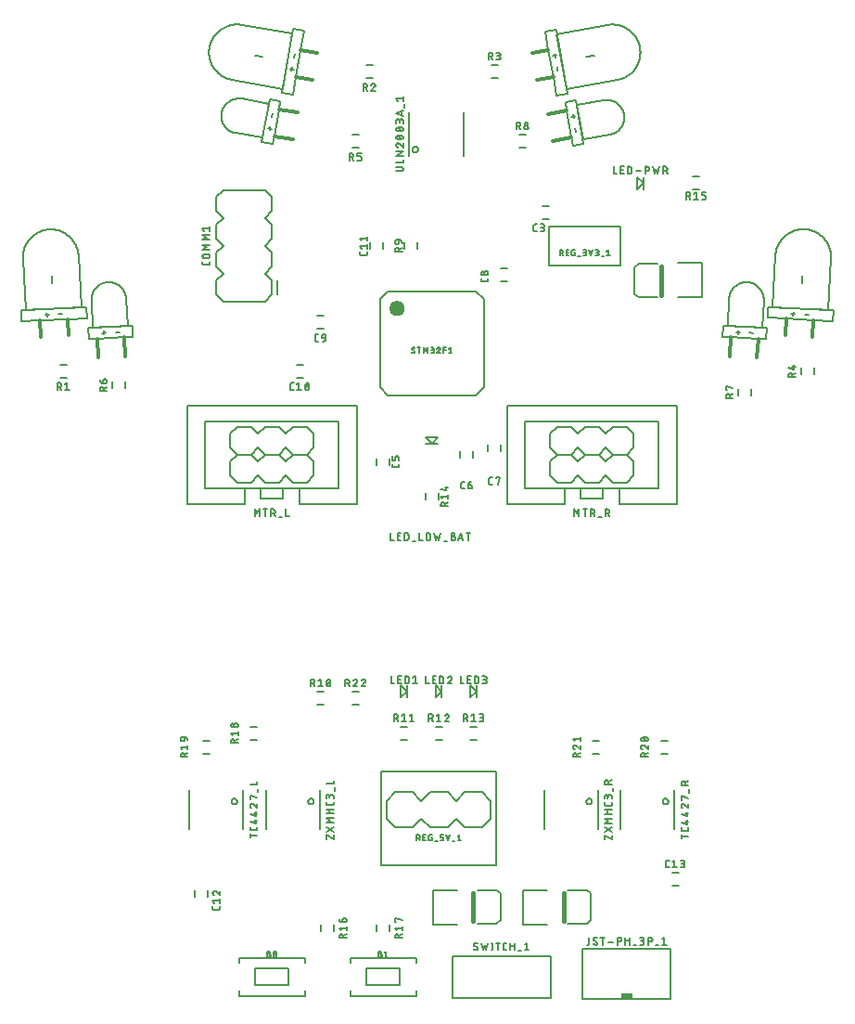
<source format=gbr>
G04 EAGLE Gerber RS-274X export*
G75*
%MOMM*%
%FSLAX34Y34*%
%LPD*%
%INSilkscreen Top*%
%IPPOS*%
%AMOC8*
5,1,8,0,0,1.08239X$1,22.5*%
G01*
%ADD10C,0.152400*%
%ADD11C,0.127000*%
%ADD12C,0.203200*%
%ADD13C,0.400000*%
%ADD14C,0.304800*%
%ADD15R,1.000000X0.500000*%

G36*
X121951Y501141D02*
X121951Y501141D01*
X121997Y501154D01*
X122073Y501165D01*
X123264Y501526D01*
X123307Y501548D01*
X123379Y501574D01*
X124477Y502161D01*
X124515Y502191D01*
X124580Y502230D01*
X125543Y503020D01*
X125574Y503056D01*
X125630Y503108D01*
X126420Y504070D01*
X126444Y504112D01*
X126489Y504173D01*
X127076Y505271D01*
X127091Y505317D01*
X127124Y505386D01*
X127485Y506577D01*
X127490Y506618D01*
X127494Y506630D01*
X127494Y506638D01*
X127509Y506699D01*
X127631Y507938D01*
X127627Y507986D01*
X127631Y508062D01*
X127509Y509301D01*
X127496Y509347D01*
X127493Y509372D01*
X127492Y509392D01*
X127488Y509401D01*
X127485Y509423D01*
X127124Y510614D01*
X127102Y510657D01*
X127076Y510729D01*
X126489Y511827D01*
X126459Y511865D01*
X126420Y511930D01*
X125630Y512893D01*
X125594Y512924D01*
X125543Y512980D01*
X124580Y513770D01*
X124538Y513794D01*
X124477Y513839D01*
X123379Y514426D01*
X123333Y514441D01*
X123264Y514474D01*
X122073Y514835D01*
X122025Y514841D01*
X121951Y514859D01*
X120712Y514981D01*
X120664Y514977D01*
X120588Y514981D01*
X119349Y514859D01*
X119303Y514846D01*
X119227Y514835D01*
X118036Y514474D01*
X117993Y514452D01*
X117921Y514426D01*
X116823Y513839D01*
X116785Y513809D01*
X116720Y513770D01*
X115758Y512980D01*
X115726Y512944D01*
X115670Y512893D01*
X114880Y511930D01*
X114856Y511888D01*
X114811Y511827D01*
X114224Y510729D01*
X114209Y510683D01*
X114176Y510614D01*
X113815Y509423D01*
X113810Y509380D01*
X113801Y509355D01*
X113802Y509344D01*
X113791Y509301D01*
X113669Y508062D01*
X113673Y508014D01*
X113669Y507938D01*
X113791Y506699D01*
X113804Y506653D01*
X113815Y506577D01*
X114176Y505386D01*
X114198Y505343D01*
X114224Y505271D01*
X114811Y504173D01*
X114841Y504135D01*
X114880Y504070D01*
X115670Y503108D01*
X115706Y503076D01*
X115758Y503020D01*
X116720Y502230D01*
X116762Y502206D01*
X116823Y502161D01*
X117921Y501574D01*
X117967Y501559D01*
X118036Y501526D01*
X119227Y501165D01*
X119275Y501159D01*
X119349Y501141D01*
X120588Y501019D01*
X120636Y501023D01*
X120712Y501019D01*
X121951Y501141D01*
G37*
D10*
X36350Y-119100D02*
X-23650Y-119100D01*
X-23650Y-84100D02*
X36350Y-84100D01*
X21350Y-109100D02*
X-8650Y-109100D01*
X-8650Y-94100D01*
X21350Y-94100D01*
X21350Y-109100D01*
X36350Y-114100D02*
X36350Y-119100D01*
X36350Y-89100D02*
X36350Y-84100D01*
X-23650Y-84100D02*
X-23650Y-89100D01*
X-23650Y-114100D02*
X-23650Y-119100D01*
D11*
X2251Y-80443D02*
X3662Y-80443D01*
X3736Y-80445D01*
X3809Y-80451D01*
X3883Y-80460D01*
X3955Y-80474D01*
X4027Y-80491D01*
X4098Y-80512D01*
X4168Y-80537D01*
X4236Y-80565D01*
X4303Y-80597D01*
X4367Y-80632D01*
X4430Y-80671D01*
X4491Y-80712D01*
X4550Y-80757D01*
X4606Y-80805D01*
X4660Y-80856D01*
X4711Y-80910D01*
X4759Y-80966D01*
X4804Y-81025D01*
X4845Y-81086D01*
X4884Y-81148D01*
X4919Y-81213D01*
X4951Y-81280D01*
X4979Y-81348D01*
X5004Y-81418D01*
X5025Y-81489D01*
X5042Y-81561D01*
X5056Y-81633D01*
X5065Y-81707D01*
X5071Y-81780D01*
X5073Y-81854D01*
X5071Y-81928D01*
X5065Y-82001D01*
X5056Y-82075D01*
X5042Y-82147D01*
X5025Y-82219D01*
X5004Y-82290D01*
X4979Y-82360D01*
X4951Y-82428D01*
X4919Y-82495D01*
X4884Y-82560D01*
X4845Y-82622D01*
X4804Y-82683D01*
X4759Y-82742D01*
X4711Y-82798D01*
X4660Y-82852D01*
X4606Y-82903D01*
X4550Y-82951D01*
X4491Y-82996D01*
X4430Y-83037D01*
X4368Y-83076D01*
X4303Y-83111D01*
X4236Y-83143D01*
X4168Y-83171D01*
X4098Y-83196D01*
X4027Y-83217D01*
X3955Y-83234D01*
X3883Y-83248D01*
X3809Y-83257D01*
X3736Y-83263D01*
X3662Y-83265D01*
X2251Y-83265D01*
X2251Y-78185D01*
X3662Y-78185D01*
X3728Y-78187D01*
X3793Y-78193D01*
X3858Y-78202D01*
X3922Y-78215D01*
X3986Y-78232D01*
X4048Y-78253D01*
X4109Y-78277D01*
X4169Y-78305D01*
X4226Y-78336D01*
X4282Y-78371D01*
X4336Y-78408D01*
X4388Y-78449D01*
X4437Y-78493D01*
X4483Y-78539D01*
X4527Y-78588D01*
X4568Y-78640D01*
X4605Y-78694D01*
X4640Y-78749D01*
X4671Y-78807D01*
X4699Y-78867D01*
X4723Y-78928D01*
X4744Y-78990D01*
X4761Y-79054D01*
X4774Y-79118D01*
X4783Y-79183D01*
X4789Y-79248D01*
X4791Y-79314D01*
X4789Y-79380D01*
X4783Y-79445D01*
X4774Y-79510D01*
X4761Y-79574D01*
X4744Y-79638D01*
X4723Y-79700D01*
X4699Y-79761D01*
X4671Y-79821D01*
X4640Y-79879D01*
X4605Y-79934D01*
X4568Y-79988D01*
X4527Y-80040D01*
X4483Y-80089D01*
X4437Y-80135D01*
X4388Y-80179D01*
X4336Y-80220D01*
X4282Y-80257D01*
X4227Y-80292D01*
X4169Y-80323D01*
X4109Y-80351D01*
X4048Y-80375D01*
X3986Y-80396D01*
X3922Y-80413D01*
X3858Y-80426D01*
X3793Y-80435D01*
X3728Y-80441D01*
X3662Y-80443D01*
X7627Y-80725D02*
X7629Y-80598D01*
X7635Y-80472D01*
X7644Y-80346D01*
X7658Y-80220D01*
X7675Y-80095D01*
X7696Y-79970D01*
X7720Y-79846D01*
X7749Y-79722D01*
X7781Y-79600D01*
X7817Y-79478D01*
X7856Y-79358D01*
X7900Y-79239D01*
X7946Y-79122D01*
X7997Y-79005D01*
X8050Y-78891D01*
X8050Y-78890D02*
X8072Y-78833D01*
X8097Y-78776D01*
X8126Y-78722D01*
X8157Y-78669D01*
X8192Y-78618D01*
X8229Y-78569D01*
X8270Y-78522D01*
X8313Y-78478D01*
X8358Y-78436D01*
X8406Y-78398D01*
X8457Y-78362D01*
X8509Y-78329D01*
X8563Y-78299D01*
X8619Y-78273D01*
X8676Y-78250D01*
X8734Y-78230D01*
X8794Y-78214D01*
X8854Y-78201D01*
X8915Y-78192D01*
X8976Y-78187D01*
X9038Y-78185D01*
X9100Y-78187D01*
X9161Y-78192D01*
X9222Y-78201D01*
X9282Y-78214D01*
X9342Y-78230D01*
X9400Y-78250D01*
X9458Y-78273D01*
X9513Y-78299D01*
X9567Y-78329D01*
X9619Y-78362D01*
X9670Y-78398D01*
X9718Y-78437D01*
X9763Y-78478D01*
X9806Y-78522D01*
X9847Y-78569D01*
X9884Y-78618D01*
X9919Y-78669D01*
X9950Y-78722D01*
X9979Y-78776D01*
X10004Y-78833D01*
X10026Y-78890D01*
X10026Y-78891D02*
X10079Y-79005D01*
X10130Y-79121D01*
X10176Y-79239D01*
X10220Y-79358D01*
X10259Y-79478D01*
X10295Y-79600D01*
X10327Y-79722D01*
X10356Y-79845D01*
X10380Y-79970D01*
X10401Y-80094D01*
X10418Y-80220D01*
X10432Y-80346D01*
X10441Y-80472D01*
X10447Y-80598D01*
X10449Y-80725D01*
X7627Y-80725D02*
X7629Y-80852D01*
X7635Y-80978D01*
X7644Y-81104D01*
X7658Y-81230D01*
X7675Y-81356D01*
X7696Y-81480D01*
X7720Y-81605D01*
X7749Y-81728D01*
X7781Y-81850D01*
X7817Y-81972D01*
X7856Y-82092D01*
X7900Y-82211D01*
X7946Y-82329D01*
X7997Y-82445D01*
X8050Y-82560D01*
X8072Y-82617D01*
X8097Y-82674D01*
X8126Y-82728D01*
X8157Y-82781D01*
X8192Y-82832D01*
X8229Y-82881D01*
X8270Y-82928D01*
X8313Y-82972D01*
X8358Y-83014D01*
X8406Y-83052D01*
X8457Y-83088D01*
X8509Y-83121D01*
X8563Y-83151D01*
X8619Y-83177D01*
X8676Y-83200D01*
X8734Y-83220D01*
X8794Y-83236D01*
X8854Y-83249D01*
X8915Y-83258D01*
X8976Y-83263D01*
X9038Y-83265D01*
X10026Y-82559D02*
X10079Y-82445D01*
X10130Y-82329D01*
X10176Y-82211D01*
X10220Y-82092D01*
X10259Y-81972D01*
X10295Y-81850D01*
X10327Y-81728D01*
X10356Y-81605D01*
X10380Y-81480D01*
X10401Y-81356D01*
X10418Y-81230D01*
X10432Y-81104D01*
X10441Y-80978D01*
X10447Y-80852D01*
X10449Y-80725D01*
X10026Y-82560D02*
X10004Y-82617D01*
X9979Y-82674D01*
X9950Y-82728D01*
X9919Y-82781D01*
X9884Y-82832D01*
X9847Y-82881D01*
X9806Y-82928D01*
X9763Y-82972D01*
X9718Y-83014D01*
X9670Y-83052D01*
X9619Y-83088D01*
X9567Y-83121D01*
X9513Y-83151D01*
X9457Y-83177D01*
X9400Y-83200D01*
X9342Y-83220D01*
X9282Y-83236D01*
X9222Y-83249D01*
X9161Y-83258D01*
X9100Y-83263D01*
X9038Y-83265D01*
X7909Y-82136D02*
X10167Y-79314D01*
D10*
X77950Y-119100D02*
X137950Y-119100D01*
X137950Y-84100D02*
X77950Y-84100D01*
X92950Y-109100D02*
X122950Y-109100D01*
X92950Y-109100D02*
X92950Y-94100D01*
X122950Y-94100D01*
X122950Y-109100D01*
X137950Y-114100D02*
X137950Y-119100D01*
X137950Y-89100D02*
X137950Y-84100D01*
X77950Y-84100D02*
X77950Y-89100D01*
X77950Y-114100D02*
X77950Y-119100D01*
D11*
X103851Y-80443D02*
X105262Y-80443D01*
X105336Y-80445D01*
X105409Y-80451D01*
X105483Y-80460D01*
X105555Y-80474D01*
X105627Y-80491D01*
X105698Y-80512D01*
X105768Y-80537D01*
X105836Y-80565D01*
X105903Y-80597D01*
X105967Y-80632D01*
X106030Y-80671D01*
X106091Y-80712D01*
X106150Y-80757D01*
X106206Y-80805D01*
X106260Y-80856D01*
X106311Y-80910D01*
X106359Y-80966D01*
X106404Y-81025D01*
X106445Y-81086D01*
X106484Y-81148D01*
X106519Y-81213D01*
X106551Y-81280D01*
X106579Y-81348D01*
X106604Y-81418D01*
X106625Y-81489D01*
X106642Y-81561D01*
X106656Y-81633D01*
X106665Y-81707D01*
X106671Y-81780D01*
X106673Y-81854D01*
X106671Y-81928D01*
X106665Y-82001D01*
X106656Y-82075D01*
X106642Y-82147D01*
X106625Y-82219D01*
X106604Y-82290D01*
X106579Y-82360D01*
X106551Y-82428D01*
X106519Y-82495D01*
X106484Y-82560D01*
X106445Y-82622D01*
X106404Y-82683D01*
X106359Y-82742D01*
X106311Y-82798D01*
X106260Y-82852D01*
X106206Y-82903D01*
X106150Y-82951D01*
X106091Y-82996D01*
X106030Y-83037D01*
X105968Y-83076D01*
X105903Y-83111D01*
X105836Y-83143D01*
X105768Y-83171D01*
X105698Y-83196D01*
X105627Y-83217D01*
X105555Y-83234D01*
X105483Y-83248D01*
X105409Y-83257D01*
X105336Y-83263D01*
X105262Y-83265D01*
X103851Y-83265D01*
X103851Y-78185D01*
X105262Y-78185D01*
X105328Y-78187D01*
X105393Y-78193D01*
X105458Y-78202D01*
X105522Y-78215D01*
X105586Y-78232D01*
X105648Y-78253D01*
X105709Y-78277D01*
X105769Y-78305D01*
X105826Y-78336D01*
X105882Y-78371D01*
X105936Y-78408D01*
X105988Y-78449D01*
X106037Y-78493D01*
X106083Y-78539D01*
X106127Y-78588D01*
X106168Y-78640D01*
X106205Y-78694D01*
X106240Y-78749D01*
X106271Y-78807D01*
X106299Y-78867D01*
X106323Y-78928D01*
X106344Y-78990D01*
X106361Y-79054D01*
X106374Y-79118D01*
X106383Y-79183D01*
X106389Y-79248D01*
X106391Y-79314D01*
X106389Y-79380D01*
X106383Y-79445D01*
X106374Y-79510D01*
X106361Y-79574D01*
X106344Y-79638D01*
X106323Y-79700D01*
X106299Y-79761D01*
X106271Y-79821D01*
X106240Y-79879D01*
X106205Y-79934D01*
X106168Y-79988D01*
X106127Y-80040D01*
X106083Y-80089D01*
X106037Y-80135D01*
X105988Y-80179D01*
X105936Y-80220D01*
X105882Y-80257D01*
X105827Y-80292D01*
X105769Y-80323D01*
X105709Y-80351D01*
X105648Y-80375D01*
X105586Y-80396D01*
X105522Y-80413D01*
X105458Y-80426D01*
X105393Y-80435D01*
X105328Y-80441D01*
X105262Y-80443D01*
X109227Y-79314D02*
X110638Y-78185D01*
X110638Y-83265D01*
X109227Y-83265D02*
X112049Y-83265D01*
D12*
X235700Y-54100D02*
X257700Y-54100D01*
X235700Y-54100D02*
X235700Y-22600D01*
X257700Y-22600D01*
X276700Y-53600D02*
X293700Y-53600D01*
X297700Y-50100D01*
X297700Y-25600D01*
X293700Y-22600D01*
X276700Y-22600D01*
D13*
X272790Y-24990D02*
X272790Y-50960D01*
D10*
X34750Y444850D02*
X28750Y444850D01*
X28750Y456850D02*
X34750Y456850D01*
X26127Y433484D02*
X24660Y433484D01*
X24586Y433486D01*
X24511Y433492D01*
X24438Y433501D01*
X24364Y433514D01*
X24292Y433531D01*
X24221Y433551D01*
X24150Y433575D01*
X24081Y433603D01*
X24014Y433634D01*
X23948Y433668D01*
X23883Y433706D01*
X23821Y433747D01*
X23761Y433791D01*
X23704Y433838D01*
X23649Y433888D01*
X23596Y433941D01*
X23546Y433996D01*
X23499Y434053D01*
X23455Y434113D01*
X23414Y434175D01*
X23376Y434240D01*
X23342Y434306D01*
X23311Y434373D01*
X23283Y434442D01*
X23259Y434513D01*
X23239Y434584D01*
X23222Y434656D01*
X23209Y434730D01*
X23200Y434803D01*
X23194Y434878D01*
X23192Y434952D01*
X23192Y438620D01*
X23194Y438694D01*
X23200Y438769D01*
X23209Y438842D01*
X23222Y438916D01*
X23239Y438988D01*
X23259Y439059D01*
X23283Y439130D01*
X23311Y439199D01*
X23342Y439266D01*
X23376Y439332D01*
X23414Y439397D01*
X23455Y439459D01*
X23499Y439519D01*
X23546Y439576D01*
X23596Y439631D01*
X23649Y439684D01*
X23704Y439734D01*
X23761Y439781D01*
X23821Y439825D01*
X23883Y439866D01*
X23948Y439904D01*
X24013Y439938D01*
X24081Y439969D01*
X24150Y439997D01*
X24221Y440021D01*
X24292Y440041D01*
X24364Y440058D01*
X24438Y440071D01*
X24511Y440080D01*
X24586Y440086D01*
X24660Y440088D01*
X26127Y440088D01*
X29324Y438620D02*
X31158Y440088D01*
X31158Y433484D01*
X29324Y433484D02*
X32993Y433484D01*
X36639Y436786D02*
X36641Y436931D01*
X36647Y437076D01*
X36656Y437221D01*
X36670Y437366D01*
X36687Y437510D01*
X36709Y437653D01*
X36734Y437797D01*
X36763Y437939D01*
X36795Y438080D01*
X36832Y438221D01*
X36872Y438360D01*
X36916Y438499D01*
X36963Y438636D01*
X37014Y438772D01*
X37069Y438906D01*
X37127Y439039D01*
X37189Y439171D01*
X37188Y439171D02*
X37214Y439240D01*
X37243Y439307D01*
X37276Y439373D01*
X37312Y439436D01*
X37352Y439498D01*
X37395Y439557D01*
X37441Y439614D01*
X37490Y439668D01*
X37542Y439720D01*
X37597Y439769D01*
X37654Y439814D01*
X37714Y439857D01*
X37776Y439896D01*
X37839Y439932D01*
X37905Y439965D01*
X37972Y439993D01*
X38041Y440019D01*
X38111Y440040D01*
X38182Y440058D01*
X38254Y440071D01*
X38327Y440081D01*
X38400Y440087D01*
X38473Y440089D01*
X38473Y440088D02*
X38546Y440086D01*
X38619Y440080D01*
X38692Y440070D01*
X38764Y440057D01*
X38835Y440039D01*
X38905Y440018D01*
X38973Y439992D01*
X39041Y439964D01*
X39106Y439931D01*
X39170Y439895D01*
X39232Y439856D01*
X39291Y439814D01*
X39348Y439768D01*
X39403Y439719D01*
X39455Y439668D01*
X39504Y439613D01*
X39550Y439556D01*
X39593Y439497D01*
X39633Y439436D01*
X39669Y439372D01*
X39702Y439307D01*
X39731Y439240D01*
X39757Y439171D01*
X39758Y439171D02*
X39820Y439039D01*
X39878Y438906D01*
X39933Y438772D01*
X39984Y438636D01*
X40031Y438499D01*
X40075Y438360D01*
X40115Y438221D01*
X40152Y438080D01*
X40184Y437939D01*
X40213Y437797D01*
X40238Y437654D01*
X40260Y437510D01*
X40277Y437366D01*
X40291Y437221D01*
X40300Y437076D01*
X40306Y436931D01*
X40308Y436786D01*
X36639Y436786D02*
X36641Y436641D01*
X36647Y436496D01*
X36656Y436351D01*
X36670Y436206D01*
X36687Y436062D01*
X36709Y435919D01*
X36734Y435776D01*
X36762Y435633D01*
X36795Y435492D01*
X36832Y435351D01*
X36872Y435212D01*
X36916Y435073D01*
X36963Y434936D01*
X37014Y434800D01*
X37069Y434666D01*
X37127Y434533D01*
X37189Y434401D01*
X37188Y434402D02*
X37214Y434333D01*
X37243Y434266D01*
X37276Y434200D01*
X37312Y434137D01*
X37352Y434075D01*
X37395Y434016D01*
X37441Y433959D01*
X37490Y433905D01*
X37542Y433853D01*
X37597Y433804D01*
X37654Y433759D01*
X37714Y433716D01*
X37776Y433677D01*
X37839Y433641D01*
X37905Y433608D01*
X37972Y433580D01*
X38041Y433554D01*
X38111Y433533D01*
X38182Y433515D01*
X38254Y433502D01*
X38327Y433492D01*
X38400Y433486D01*
X38473Y433484D01*
X39758Y434401D02*
X39820Y434533D01*
X39878Y434666D01*
X39933Y434800D01*
X39984Y434936D01*
X40031Y435073D01*
X40075Y435212D01*
X40115Y435351D01*
X40152Y435492D01*
X40184Y435633D01*
X40213Y435775D01*
X40238Y435918D01*
X40260Y436062D01*
X40277Y436206D01*
X40291Y436351D01*
X40300Y436496D01*
X40306Y436641D01*
X40308Y436786D01*
X39757Y434401D02*
X39731Y434332D01*
X39702Y434265D01*
X39669Y434200D01*
X39633Y434136D01*
X39593Y434075D01*
X39550Y434016D01*
X39504Y433959D01*
X39455Y433904D01*
X39403Y433853D01*
X39348Y433804D01*
X39291Y433758D01*
X39232Y433716D01*
X39170Y433677D01*
X39106Y433641D01*
X39041Y433608D01*
X38973Y433580D01*
X38905Y433554D01*
X38835Y433533D01*
X38763Y433515D01*
X38692Y433502D01*
X38619Y433492D01*
X38546Y433486D01*
X38473Y433484D01*
X37006Y434952D02*
X39941Y438620D01*
X95600Y562150D02*
X95600Y568150D01*
X107600Y568150D02*
X107600Y562150D01*
X93566Y559527D02*
X93566Y558060D01*
X93564Y557986D01*
X93558Y557911D01*
X93549Y557838D01*
X93536Y557764D01*
X93519Y557692D01*
X93499Y557621D01*
X93475Y557550D01*
X93447Y557481D01*
X93416Y557414D01*
X93382Y557348D01*
X93344Y557283D01*
X93303Y557221D01*
X93259Y557161D01*
X93212Y557104D01*
X93162Y557049D01*
X93109Y556996D01*
X93054Y556946D01*
X92997Y556899D01*
X92937Y556855D01*
X92875Y556814D01*
X92810Y556776D01*
X92745Y556742D01*
X92677Y556711D01*
X92608Y556683D01*
X92537Y556659D01*
X92466Y556639D01*
X92394Y556622D01*
X92320Y556609D01*
X92247Y556600D01*
X92172Y556594D01*
X92098Y556592D01*
X88430Y556592D01*
X88356Y556594D01*
X88281Y556600D01*
X88208Y556609D01*
X88134Y556622D01*
X88062Y556639D01*
X87991Y556659D01*
X87920Y556683D01*
X87851Y556711D01*
X87784Y556742D01*
X87718Y556776D01*
X87653Y556814D01*
X87591Y556855D01*
X87531Y556899D01*
X87474Y556946D01*
X87419Y556996D01*
X87366Y557049D01*
X87316Y557104D01*
X87269Y557161D01*
X87225Y557221D01*
X87184Y557283D01*
X87146Y557348D01*
X87112Y557413D01*
X87081Y557481D01*
X87053Y557550D01*
X87029Y557621D01*
X87009Y557692D01*
X86992Y557764D01*
X86979Y557838D01*
X86970Y557911D01*
X86964Y557986D01*
X86962Y558060D01*
X86962Y559527D01*
X88430Y562724D02*
X86962Y564558D01*
X93566Y564558D01*
X93566Y562724D02*
X93566Y566393D01*
X88430Y570039D02*
X86962Y571873D01*
X93566Y571873D01*
X93566Y570039D02*
X93566Y573708D01*
X-52420Y-22400D02*
X-52420Y-28400D01*
X-64420Y-28400D02*
X-64420Y-22400D01*
X-41054Y-37373D02*
X-41054Y-38840D01*
X-41056Y-38914D01*
X-41062Y-38989D01*
X-41071Y-39062D01*
X-41084Y-39136D01*
X-41101Y-39208D01*
X-41121Y-39279D01*
X-41145Y-39350D01*
X-41173Y-39419D01*
X-41204Y-39487D01*
X-41238Y-39552D01*
X-41276Y-39617D01*
X-41317Y-39679D01*
X-41361Y-39739D01*
X-41408Y-39796D01*
X-41458Y-39851D01*
X-41511Y-39904D01*
X-41566Y-39954D01*
X-41623Y-40001D01*
X-41683Y-40045D01*
X-41745Y-40086D01*
X-41810Y-40124D01*
X-41876Y-40158D01*
X-41943Y-40189D01*
X-42012Y-40217D01*
X-42083Y-40241D01*
X-42154Y-40261D01*
X-42227Y-40278D01*
X-42300Y-40291D01*
X-42374Y-40300D01*
X-42448Y-40306D01*
X-42522Y-40308D01*
X-46190Y-40308D01*
X-46264Y-40306D01*
X-46339Y-40300D01*
X-46412Y-40291D01*
X-46485Y-40278D01*
X-46558Y-40261D01*
X-46629Y-40241D01*
X-46700Y-40217D01*
X-46769Y-40189D01*
X-46836Y-40158D01*
X-46902Y-40124D01*
X-46967Y-40086D01*
X-47029Y-40045D01*
X-47089Y-40001D01*
X-47146Y-39954D01*
X-47201Y-39904D01*
X-47254Y-39851D01*
X-47304Y-39796D01*
X-47351Y-39739D01*
X-47395Y-39679D01*
X-47436Y-39617D01*
X-47474Y-39552D01*
X-47508Y-39487D01*
X-47539Y-39419D01*
X-47567Y-39350D01*
X-47591Y-39280D01*
X-47611Y-39208D01*
X-47628Y-39136D01*
X-47641Y-39062D01*
X-47650Y-38989D01*
X-47656Y-38914D01*
X-47658Y-38840D01*
X-47658Y-37373D01*
X-46190Y-34176D02*
X-47658Y-32342D01*
X-41054Y-32342D01*
X-41054Y-34176D02*
X-41054Y-30507D01*
X-47658Y-24843D02*
X-47656Y-24764D01*
X-47651Y-24686D01*
X-47641Y-24608D01*
X-47628Y-24531D01*
X-47611Y-24454D01*
X-47591Y-24378D01*
X-47567Y-24303D01*
X-47540Y-24229D01*
X-47509Y-24157D01*
X-47474Y-24086D01*
X-47437Y-24017D01*
X-47396Y-23950D01*
X-47352Y-23885D01*
X-47305Y-23822D01*
X-47255Y-23762D01*
X-47202Y-23704D01*
X-47146Y-23648D01*
X-47088Y-23595D01*
X-47028Y-23545D01*
X-46965Y-23498D01*
X-46900Y-23454D01*
X-46833Y-23413D01*
X-46764Y-23376D01*
X-46693Y-23341D01*
X-46621Y-23310D01*
X-46547Y-23283D01*
X-46472Y-23259D01*
X-46396Y-23239D01*
X-46319Y-23222D01*
X-46242Y-23209D01*
X-46164Y-23199D01*
X-46086Y-23194D01*
X-46007Y-23192D01*
X-47658Y-24843D02*
X-47656Y-24932D01*
X-47651Y-25021D01*
X-47641Y-25109D01*
X-47628Y-25197D01*
X-47612Y-25284D01*
X-47591Y-25371D01*
X-47567Y-25456D01*
X-47540Y-25541D01*
X-47509Y-25624D01*
X-47474Y-25706D01*
X-47436Y-25787D01*
X-47395Y-25866D01*
X-47351Y-25942D01*
X-47303Y-26018D01*
X-47252Y-26091D01*
X-47199Y-26161D01*
X-47142Y-26230D01*
X-47082Y-26296D01*
X-47020Y-26359D01*
X-46955Y-26420D01*
X-46888Y-26478D01*
X-46818Y-26533D01*
X-46746Y-26586D01*
X-46672Y-26635D01*
X-46596Y-26681D01*
X-46518Y-26723D01*
X-46438Y-26763D01*
X-46357Y-26799D01*
X-46274Y-26832D01*
X-46190Y-26861D01*
X-44723Y-23743D02*
X-44779Y-23687D01*
X-44838Y-23633D01*
X-44899Y-23582D01*
X-44963Y-23533D01*
X-45028Y-23488D01*
X-45096Y-23445D01*
X-45165Y-23406D01*
X-45236Y-23369D01*
X-45309Y-23336D01*
X-45383Y-23307D01*
X-45458Y-23280D01*
X-45534Y-23257D01*
X-45612Y-23238D01*
X-45690Y-23222D01*
X-45768Y-23209D01*
X-45848Y-23200D01*
X-45927Y-23195D01*
X-46007Y-23193D01*
X-44723Y-23743D02*
X-41054Y-26861D01*
X-41054Y-23192D01*
X371650Y-6700D02*
X377650Y-6700D01*
X377650Y-18700D02*
X371650Y-18700D01*
X369027Y-1938D02*
X367560Y-1938D01*
X367486Y-1936D01*
X367411Y-1930D01*
X367338Y-1921D01*
X367264Y-1908D01*
X367192Y-1891D01*
X367121Y-1871D01*
X367050Y-1847D01*
X366981Y-1819D01*
X366914Y-1788D01*
X366848Y-1754D01*
X366783Y-1716D01*
X366721Y-1675D01*
X366661Y-1631D01*
X366604Y-1584D01*
X366549Y-1534D01*
X366496Y-1481D01*
X366446Y-1426D01*
X366399Y-1369D01*
X366355Y-1309D01*
X366314Y-1247D01*
X366276Y-1182D01*
X366242Y-1117D01*
X366211Y-1049D01*
X366183Y-980D01*
X366159Y-909D01*
X366139Y-838D01*
X366122Y-766D01*
X366109Y-692D01*
X366100Y-619D01*
X366094Y-544D01*
X366092Y-470D01*
X366092Y3198D01*
X366094Y3272D01*
X366100Y3347D01*
X366109Y3420D01*
X366122Y3494D01*
X366139Y3566D01*
X366159Y3637D01*
X366183Y3708D01*
X366211Y3777D01*
X366242Y3844D01*
X366276Y3910D01*
X366314Y3975D01*
X366355Y4037D01*
X366399Y4097D01*
X366446Y4154D01*
X366496Y4209D01*
X366549Y4262D01*
X366604Y4312D01*
X366661Y4359D01*
X366721Y4403D01*
X366783Y4444D01*
X366848Y4482D01*
X366913Y4516D01*
X366981Y4547D01*
X367050Y4575D01*
X367121Y4599D01*
X367192Y4619D01*
X367264Y4636D01*
X367338Y4649D01*
X367411Y4658D01*
X367486Y4664D01*
X367560Y4666D01*
X369027Y4666D01*
X372224Y3198D02*
X374058Y4666D01*
X374058Y-1938D01*
X372224Y-1938D02*
X375893Y-1938D01*
X379539Y-1938D02*
X381373Y-1938D01*
X381458Y-1936D01*
X381542Y-1930D01*
X381626Y-1920D01*
X381710Y-1907D01*
X381793Y-1889D01*
X381875Y-1868D01*
X381956Y-1843D01*
X382036Y-1814D01*
X382114Y-1782D01*
X382190Y-1746D01*
X382265Y-1706D01*
X382338Y-1663D01*
X382409Y-1617D01*
X382478Y-1568D01*
X382545Y-1515D01*
X382609Y-1459D01*
X382670Y-1401D01*
X382728Y-1340D01*
X382784Y-1276D01*
X382837Y-1209D01*
X382886Y-1140D01*
X382932Y-1069D01*
X382975Y-996D01*
X383015Y-921D01*
X383051Y-845D01*
X383083Y-767D01*
X383112Y-687D01*
X383137Y-606D01*
X383158Y-524D01*
X383176Y-441D01*
X383189Y-357D01*
X383199Y-273D01*
X383205Y-189D01*
X383207Y-104D01*
X383205Y-19D01*
X383199Y65D01*
X383189Y149D01*
X383176Y233D01*
X383158Y316D01*
X383137Y398D01*
X383112Y479D01*
X383083Y559D01*
X383051Y637D01*
X383015Y713D01*
X382975Y788D01*
X382932Y861D01*
X382886Y932D01*
X382837Y1001D01*
X382784Y1068D01*
X382728Y1132D01*
X382670Y1193D01*
X382609Y1251D01*
X382545Y1307D01*
X382478Y1360D01*
X382409Y1409D01*
X382338Y1455D01*
X382265Y1498D01*
X382190Y1538D01*
X382114Y1574D01*
X382036Y1606D01*
X381956Y1635D01*
X381875Y1660D01*
X381793Y1681D01*
X381710Y1699D01*
X381626Y1712D01*
X381542Y1722D01*
X381458Y1728D01*
X381373Y1730D01*
X381740Y4666D02*
X379539Y4666D01*
X381740Y4666D02*
X381816Y4664D01*
X381891Y4658D01*
X381966Y4649D01*
X382040Y4635D01*
X382114Y4618D01*
X382186Y4596D01*
X382258Y4572D01*
X382328Y4543D01*
X382396Y4511D01*
X382463Y4476D01*
X382528Y4437D01*
X382591Y4394D01*
X382651Y4349D01*
X382709Y4301D01*
X382765Y4249D01*
X382817Y4195D01*
X382867Y4138D01*
X382914Y4079D01*
X382958Y4018D01*
X382999Y3954D01*
X383036Y3888D01*
X383070Y3820D01*
X383100Y3751D01*
X383127Y3680D01*
X383150Y3608D01*
X383169Y3535D01*
X383184Y3461D01*
X383196Y3386D01*
X383204Y3311D01*
X383208Y3236D01*
X383208Y3160D01*
X383204Y3085D01*
X383196Y3010D01*
X383184Y2935D01*
X383169Y2861D01*
X383150Y2788D01*
X383127Y2716D01*
X383100Y2645D01*
X383070Y2576D01*
X383036Y2508D01*
X382999Y2442D01*
X382958Y2378D01*
X382914Y2317D01*
X382867Y2258D01*
X382817Y2201D01*
X382765Y2147D01*
X382709Y2095D01*
X382651Y2047D01*
X382591Y2002D01*
X382528Y1959D01*
X382463Y1920D01*
X382396Y1885D01*
X382328Y1853D01*
X382258Y1824D01*
X382186Y1800D01*
X382114Y1778D01*
X382040Y1761D01*
X381966Y1747D01*
X381891Y1738D01*
X381816Y1732D01*
X381740Y1730D01*
X381740Y1731D02*
X380273Y1731D01*
D12*
X175150Y-54100D02*
X153150Y-54100D01*
X153150Y-22600D01*
X175150Y-22600D01*
X194150Y-53600D02*
X211150Y-53600D01*
X215150Y-50100D01*
X215150Y-25600D01*
X211150Y-22600D01*
X194150Y-22600D01*
D13*
X190240Y-24990D02*
X190240Y-50960D01*
D10*
X253540Y589630D02*
X259540Y589630D01*
X259540Y601630D02*
X253540Y601630D01*
X248225Y578264D02*
X246757Y578264D01*
X246683Y578266D01*
X246608Y578272D01*
X246535Y578281D01*
X246461Y578294D01*
X246389Y578311D01*
X246318Y578331D01*
X246247Y578355D01*
X246178Y578383D01*
X246111Y578414D01*
X246045Y578448D01*
X245980Y578486D01*
X245918Y578527D01*
X245858Y578571D01*
X245801Y578618D01*
X245746Y578668D01*
X245693Y578721D01*
X245643Y578776D01*
X245596Y578833D01*
X245552Y578893D01*
X245511Y578955D01*
X245473Y579020D01*
X245439Y579086D01*
X245408Y579153D01*
X245380Y579222D01*
X245356Y579293D01*
X245336Y579364D01*
X245319Y579436D01*
X245306Y579510D01*
X245297Y579583D01*
X245291Y579658D01*
X245289Y579732D01*
X245290Y579732D02*
X245290Y583400D01*
X245289Y583400D02*
X245291Y583474D01*
X245297Y583549D01*
X245306Y583622D01*
X245319Y583696D01*
X245336Y583768D01*
X245356Y583839D01*
X245380Y583910D01*
X245408Y583979D01*
X245439Y584046D01*
X245473Y584112D01*
X245511Y584177D01*
X245552Y584239D01*
X245596Y584299D01*
X245643Y584356D01*
X245693Y584411D01*
X245746Y584464D01*
X245801Y584514D01*
X245858Y584561D01*
X245918Y584605D01*
X245980Y584646D01*
X246045Y584684D01*
X246110Y584718D01*
X246178Y584749D01*
X246247Y584777D01*
X246318Y584801D01*
X246389Y584821D01*
X246461Y584838D01*
X246535Y584851D01*
X246608Y584860D01*
X246683Y584866D01*
X246757Y584868D01*
X248225Y584868D01*
X251421Y578264D02*
X253256Y578264D01*
X253341Y578266D01*
X253425Y578272D01*
X253509Y578282D01*
X253593Y578295D01*
X253676Y578313D01*
X253758Y578334D01*
X253839Y578359D01*
X253919Y578388D01*
X253997Y578420D01*
X254073Y578456D01*
X254148Y578496D01*
X254221Y578539D01*
X254292Y578585D01*
X254361Y578634D01*
X254428Y578687D01*
X254492Y578743D01*
X254553Y578801D01*
X254611Y578862D01*
X254667Y578926D01*
X254720Y578993D01*
X254769Y579062D01*
X254815Y579133D01*
X254858Y579206D01*
X254898Y579281D01*
X254934Y579357D01*
X254966Y579435D01*
X254995Y579515D01*
X255020Y579596D01*
X255041Y579678D01*
X255059Y579761D01*
X255072Y579845D01*
X255082Y579929D01*
X255088Y580013D01*
X255090Y580098D01*
X255088Y580183D01*
X255082Y580267D01*
X255072Y580351D01*
X255059Y580435D01*
X255041Y580518D01*
X255020Y580600D01*
X254995Y580681D01*
X254966Y580761D01*
X254934Y580839D01*
X254898Y580915D01*
X254858Y580990D01*
X254815Y581063D01*
X254769Y581134D01*
X254720Y581203D01*
X254667Y581270D01*
X254611Y581334D01*
X254553Y581395D01*
X254492Y581453D01*
X254428Y581509D01*
X254361Y581562D01*
X254292Y581611D01*
X254221Y581657D01*
X254148Y581700D01*
X254073Y581740D01*
X253997Y581776D01*
X253919Y581808D01*
X253839Y581837D01*
X253758Y581862D01*
X253676Y581883D01*
X253593Y581901D01*
X253509Y581914D01*
X253425Y581924D01*
X253341Y581930D01*
X253256Y581932D01*
X253623Y584868D02*
X251421Y584868D01*
X253623Y584868D02*
X253699Y584866D01*
X253774Y584860D01*
X253849Y584851D01*
X253923Y584837D01*
X253997Y584820D01*
X254069Y584798D01*
X254141Y584774D01*
X254211Y584745D01*
X254279Y584713D01*
X254346Y584678D01*
X254411Y584639D01*
X254474Y584596D01*
X254534Y584551D01*
X254592Y584503D01*
X254648Y584451D01*
X254700Y584397D01*
X254750Y584340D01*
X254797Y584281D01*
X254841Y584220D01*
X254882Y584156D01*
X254919Y584090D01*
X254953Y584022D01*
X254983Y583953D01*
X255010Y583882D01*
X255033Y583810D01*
X255052Y583737D01*
X255067Y583663D01*
X255079Y583588D01*
X255087Y583513D01*
X255091Y583438D01*
X255091Y583362D01*
X255087Y583287D01*
X255079Y583212D01*
X255067Y583137D01*
X255052Y583063D01*
X255033Y582990D01*
X255010Y582918D01*
X254983Y582847D01*
X254953Y582778D01*
X254919Y582710D01*
X254882Y582644D01*
X254841Y582580D01*
X254797Y582519D01*
X254750Y582460D01*
X254700Y582403D01*
X254648Y582349D01*
X254592Y582297D01*
X254534Y582249D01*
X254474Y582204D01*
X254411Y582161D01*
X254346Y582122D01*
X254279Y582087D01*
X254211Y582055D01*
X254141Y582026D01*
X254069Y582002D01*
X253997Y581980D01*
X253923Y581963D01*
X253849Y581949D01*
X253774Y581940D01*
X253699Y581934D01*
X253623Y581932D01*
X253623Y581933D02*
X252155Y581933D01*
D12*
X377300Y549400D02*
X399300Y549400D01*
X399300Y517900D01*
X377300Y517900D01*
X358300Y548900D02*
X341300Y548900D01*
X337300Y545400D01*
X337300Y520900D01*
X341300Y517900D01*
X358300Y517900D01*
D13*
X362210Y520290D02*
X362210Y546260D01*
D10*
X113950Y371300D02*
X113950Y365300D01*
X101950Y365300D02*
X101950Y371300D01*
X122588Y366335D02*
X122588Y364867D01*
X122586Y364793D01*
X122580Y364718D01*
X122571Y364645D01*
X122558Y364571D01*
X122541Y364499D01*
X122521Y364428D01*
X122497Y364357D01*
X122469Y364288D01*
X122438Y364221D01*
X122404Y364155D01*
X122366Y364090D01*
X122325Y364028D01*
X122281Y363968D01*
X122234Y363911D01*
X122184Y363856D01*
X122131Y363803D01*
X122076Y363753D01*
X122019Y363706D01*
X121959Y363662D01*
X121897Y363621D01*
X121832Y363583D01*
X121767Y363549D01*
X121699Y363518D01*
X121630Y363490D01*
X121559Y363466D01*
X121488Y363446D01*
X121416Y363429D01*
X121342Y363416D01*
X121269Y363407D01*
X121194Y363401D01*
X121120Y363399D01*
X121120Y363400D02*
X117452Y363400D01*
X117452Y363399D02*
X117378Y363401D01*
X117303Y363407D01*
X117230Y363416D01*
X117156Y363429D01*
X117084Y363446D01*
X117013Y363466D01*
X116942Y363490D01*
X116873Y363518D01*
X116806Y363549D01*
X116740Y363583D01*
X116675Y363621D01*
X116613Y363662D01*
X116553Y363706D01*
X116496Y363753D01*
X116441Y363803D01*
X116388Y363856D01*
X116338Y363911D01*
X116291Y363968D01*
X116247Y364028D01*
X116206Y364090D01*
X116168Y364155D01*
X116134Y364220D01*
X116103Y364288D01*
X116075Y364357D01*
X116051Y364428D01*
X116031Y364499D01*
X116014Y364571D01*
X116001Y364645D01*
X115992Y364718D01*
X115986Y364793D01*
X115984Y364867D01*
X115984Y366335D01*
X122588Y369531D02*
X122588Y371733D01*
X122586Y371807D01*
X122580Y371882D01*
X122571Y371955D01*
X122558Y372028D01*
X122541Y372101D01*
X122521Y372172D01*
X122497Y372243D01*
X122469Y372312D01*
X122438Y372379D01*
X122404Y372445D01*
X122366Y372510D01*
X122325Y372572D01*
X122281Y372632D01*
X122234Y372689D01*
X122184Y372744D01*
X122131Y372797D01*
X122076Y372847D01*
X122019Y372894D01*
X121959Y372938D01*
X121897Y372979D01*
X121832Y373017D01*
X121767Y373051D01*
X121699Y373082D01*
X121630Y373110D01*
X121560Y373134D01*
X121488Y373154D01*
X121416Y373171D01*
X121342Y373184D01*
X121269Y373193D01*
X121194Y373199D01*
X121120Y373201D01*
X121120Y373200D02*
X120387Y373200D01*
X120387Y373201D02*
X120313Y373199D01*
X120238Y373193D01*
X120165Y373184D01*
X120091Y373171D01*
X120019Y373154D01*
X119948Y373134D01*
X119877Y373110D01*
X119808Y373082D01*
X119741Y373051D01*
X119675Y373017D01*
X119610Y372979D01*
X119548Y372938D01*
X119488Y372894D01*
X119431Y372847D01*
X119376Y372797D01*
X119323Y372744D01*
X119273Y372689D01*
X119226Y372632D01*
X119182Y372572D01*
X119141Y372510D01*
X119103Y372445D01*
X119069Y372379D01*
X119038Y372312D01*
X119010Y372243D01*
X118986Y372172D01*
X118966Y372101D01*
X118949Y372029D01*
X118936Y371955D01*
X118927Y371882D01*
X118921Y371807D01*
X118919Y371733D01*
X118919Y369531D01*
X115984Y369531D01*
X115984Y373200D01*
X190150Y371650D02*
X190150Y377650D01*
X178150Y377650D02*
X178150Y371650D01*
X180717Y343502D02*
X182185Y343502D01*
X180717Y343502D02*
X180643Y343504D01*
X180568Y343510D01*
X180495Y343519D01*
X180421Y343532D01*
X180349Y343549D01*
X180278Y343569D01*
X180207Y343593D01*
X180138Y343621D01*
X180071Y343652D01*
X180005Y343686D01*
X179940Y343724D01*
X179878Y343765D01*
X179818Y343809D01*
X179761Y343856D01*
X179706Y343906D01*
X179653Y343959D01*
X179603Y344014D01*
X179556Y344071D01*
X179512Y344131D01*
X179471Y344193D01*
X179433Y344258D01*
X179399Y344324D01*
X179368Y344391D01*
X179340Y344460D01*
X179316Y344531D01*
X179296Y344602D01*
X179279Y344674D01*
X179266Y344748D01*
X179257Y344821D01*
X179251Y344896D01*
X179249Y344970D01*
X179250Y344970D02*
X179250Y348638D01*
X179249Y348638D02*
X179251Y348712D01*
X179257Y348787D01*
X179266Y348860D01*
X179279Y348934D01*
X179296Y349006D01*
X179316Y349077D01*
X179340Y349148D01*
X179368Y349217D01*
X179399Y349284D01*
X179433Y349350D01*
X179471Y349415D01*
X179512Y349477D01*
X179556Y349537D01*
X179603Y349594D01*
X179653Y349649D01*
X179706Y349702D01*
X179761Y349752D01*
X179818Y349799D01*
X179878Y349843D01*
X179940Y349884D01*
X180005Y349922D01*
X180070Y349956D01*
X180138Y349987D01*
X180207Y350015D01*
X180278Y350039D01*
X180349Y350059D01*
X180421Y350076D01*
X180495Y350089D01*
X180568Y350098D01*
X180643Y350104D01*
X180717Y350106D01*
X182185Y350106D01*
X185381Y347171D02*
X187583Y347171D01*
X187657Y347169D01*
X187732Y347163D01*
X187805Y347154D01*
X187879Y347141D01*
X187951Y347124D01*
X188022Y347104D01*
X188093Y347080D01*
X188162Y347052D01*
X188229Y347021D01*
X188295Y346987D01*
X188360Y346949D01*
X188422Y346908D01*
X188482Y346864D01*
X188539Y346817D01*
X188594Y346767D01*
X188647Y346714D01*
X188697Y346659D01*
X188744Y346602D01*
X188788Y346542D01*
X188829Y346480D01*
X188867Y346415D01*
X188901Y346349D01*
X188932Y346282D01*
X188960Y346213D01*
X188984Y346142D01*
X189004Y346071D01*
X189021Y345999D01*
X189034Y345925D01*
X189043Y345852D01*
X189049Y345777D01*
X189051Y345703D01*
X189050Y345703D02*
X189050Y345336D01*
X189048Y345251D01*
X189042Y345167D01*
X189032Y345083D01*
X189019Y344999D01*
X189001Y344916D01*
X188980Y344834D01*
X188955Y344753D01*
X188926Y344673D01*
X188894Y344595D01*
X188858Y344519D01*
X188818Y344444D01*
X188775Y344371D01*
X188729Y344300D01*
X188680Y344231D01*
X188627Y344164D01*
X188571Y344100D01*
X188513Y344039D01*
X188452Y343981D01*
X188388Y343925D01*
X188321Y343872D01*
X188252Y343823D01*
X188181Y343777D01*
X188108Y343734D01*
X188033Y343694D01*
X187957Y343658D01*
X187879Y343626D01*
X187799Y343597D01*
X187718Y343572D01*
X187636Y343551D01*
X187553Y343533D01*
X187469Y343520D01*
X187385Y343510D01*
X187301Y343504D01*
X187216Y343502D01*
X187131Y343504D01*
X187047Y343510D01*
X186963Y343520D01*
X186879Y343533D01*
X186796Y343551D01*
X186714Y343572D01*
X186633Y343597D01*
X186553Y343626D01*
X186475Y343658D01*
X186399Y343694D01*
X186324Y343734D01*
X186251Y343777D01*
X186180Y343823D01*
X186111Y343872D01*
X186044Y343925D01*
X185980Y343981D01*
X185919Y344039D01*
X185861Y344100D01*
X185805Y344164D01*
X185752Y344231D01*
X185703Y344300D01*
X185657Y344371D01*
X185614Y344444D01*
X185574Y344519D01*
X185538Y344595D01*
X185506Y344673D01*
X185477Y344753D01*
X185452Y344834D01*
X185431Y344916D01*
X185413Y344999D01*
X185400Y345083D01*
X185390Y345167D01*
X185384Y345251D01*
X185382Y345336D01*
X185381Y345336D02*
X185381Y347171D01*
X185383Y347278D01*
X185389Y347385D01*
X185399Y347492D01*
X185412Y347598D01*
X185430Y347704D01*
X185451Y347809D01*
X185476Y347913D01*
X185505Y348017D01*
X185538Y348119D01*
X185575Y348219D01*
X185615Y348319D01*
X185659Y348417D01*
X185706Y348513D01*
X185757Y348607D01*
X185811Y348700D01*
X185868Y348790D01*
X185929Y348879D01*
X185993Y348965D01*
X186060Y349048D01*
X186130Y349130D01*
X186203Y349208D01*
X186279Y349284D01*
X186357Y349357D01*
X186439Y349427D01*
X186522Y349494D01*
X186608Y349558D01*
X186697Y349619D01*
X186787Y349676D01*
X186880Y349730D01*
X186974Y349781D01*
X187070Y349828D01*
X187168Y349872D01*
X187268Y349912D01*
X187368Y349949D01*
X187470Y349982D01*
X187574Y350011D01*
X187678Y350036D01*
X187783Y350057D01*
X187889Y350075D01*
X187995Y350088D01*
X188102Y350098D01*
X188209Y350104D01*
X188316Y350106D01*
X215550Y378000D02*
X215550Y384000D01*
X203550Y384000D02*
X203550Y378000D01*
X206117Y347312D02*
X207585Y347312D01*
X206117Y347312D02*
X206043Y347314D01*
X205968Y347320D01*
X205895Y347329D01*
X205821Y347342D01*
X205749Y347359D01*
X205678Y347379D01*
X205607Y347403D01*
X205538Y347431D01*
X205471Y347462D01*
X205405Y347496D01*
X205340Y347534D01*
X205278Y347575D01*
X205218Y347619D01*
X205161Y347666D01*
X205106Y347716D01*
X205053Y347769D01*
X205003Y347824D01*
X204956Y347881D01*
X204912Y347941D01*
X204871Y348003D01*
X204833Y348068D01*
X204799Y348134D01*
X204768Y348201D01*
X204740Y348270D01*
X204716Y348341D01*
X204696Y348412D01*
X204679Y348484D01*
X204666Y348558D01*
X204657Y348631D01*
X204651Y348706D01*
X204649Y348780D01*
X204650Y348780D02*
X204650Y352448D01*
X204649Y352448D02*
X204651Y352522D01*
X204657Y352597D01*
X204666Y352670D01*
X204679Y352744D01*
X204696Y352816D01*
X204716Y352887D01*
X204740Y352958D01*
X204768Y353027D01*
X204799Y353094D01*
X204833Y353160D01*
X204871Y353225D01*
X204912Y353287D01*
X204956Y353347D01*
X205003Y353404D01*
X205053Y353459D01*
X205106Y353512D01*
X205161Y353562D01*
X205218Y353609D01*
X205278Y353653D01*
X205340Y353694D01*
X205405Y353732D01*
X205470Y353766D01*
X205538Y353797D01*
X205607Y353825D01*
X205678Y353849D01*
X205749Y353869D01*
X205821Y353886D01*
X205895Y353899D01*
X205968Y353908D01*
X206043Y353914D01*
X206117Y353916D01*
X207585Y353916D01*
X210781Y353916D02*
X210781Y353182D01*
X210781Y353916D02*
X214450Y353916D01*
X212616Y347312D01*
X215440Y532480D02*
X221440Y532480D01*
X221440Y544480D02*
X215440Y544480D01*
X203868Y535245D02*
X203868Y533777D01*
X203866Y533703D01*
X203860Y533628D01*
X203851Y533555D01*
X203838Y533481D01*
X203821Y533409D01*
X203801Y533338D01*
X203777Y533267D01*
X203749Y533198D01*
X203718Y533131D01*
X203684Y533065D01*
X203646Y533000D01*
X203605Y532938D01*
X203561Y532878D01*
X203514Y532821D01*
X203464Y532766D01*
X203411Y532713D01*
X203356Y532663D01*
X203299Y532616D01*
X203239Y532572D01*
X203177Y532531D01*
X203112Y532493D01*
X203047Y532459D01*
X202979Y532428D01*
X202910Y532400D01*
X202839Y532376D01*
X202768Y532356D01*
X202696Y532339D01*
X202622Y532326D01*
X202549Y532317D01*
X202474Y532311D01*
X202400Y532309D01*
X202400Y532310D02*
X198732Y532310D01*
X198732Y532309D02*
X198658Y532311D01*
X198583Y532317D01*
X198510Y532326D01*
X198436Y532339D01*
X198364Y532356D01*
X198293Y532376D01*
X198222Y532400D01*
X198153Y532428D01*
X198086Y532459D01*
X198020Y532493D01*
X197955Y532531D01*
X197893Y532572D01*
X197833Y532616D01*
X197776Y532663D01*
X197721Y532713D01*
X197668Y532766D01*
X197618Y532821D01*
X197571Y532878D01*
X197527Y532938D01*
X197486Y533000D01*
X197448Y533065D01*
X197414Y533130D01*
X197383Y533198D01*
X197355Y533267D01*
X197331Y533338D01*
X197311Y533409D01*
X197294Y533481D01*
X197281Y533555D01*
X197272Y533628D01*
X197266Y533703D01*
X197264Y533777D01*
X197264Y535245D01*
X202034Y538442D02*
X201949Y538444D01*
X201865Y538450D01*
X201781Y538460D01*
X201697Y538473D01*
X201614Y538491D01*
X201532Y538512D01*
X201451Y538537D01*
X201371Y538566D01*
X201293Y538598D01*
X201217Y538634D01*
X201142Y538674D01*
X201069Y538717D01*
X200998Y538763D01*
X200929Y538812D01*
X200862Y538865D01*
X200798Y538921D01*
X200737Y538979D01*
X200679Y539040D01*
X200623Y539104D01*
X200570Y539171D01*
X200521Y539240D01*
X200475Y539311D01*
X200432Y539384D01*
X200392Y539459D01*
X200356Y539535D01*
X200324Y539613D01*
X200295Y539693D01*
X200270Y539774D01*
X200249Y539856D01*
X200231Y539939D01*
X200218Y540023D01*
X200208Y540107D01*
X200202Y540191D01*
X200200Y540276D01*
X200202Y540361D01*
X200208Y540445D01*
X200218Y540529D01*
X200231Y540613D01*
X200249Y540696D01*
X200270Y540778D01*
X200295Y540859D01*
X200324Y540939D01*
X200356Y541017D01*
X200392Y541093D01*
X200432Y541168D01*
X200475Y541241D01*
X200521Y541312D01*
X200570Y541381D01*
X200623Y541448D01*
X200679Y541512D01*
X200737Y541573D01*
X200798Y541631D01*
X200862Y541687D01*
X200929Y541740D01*
X200998Y541789D01*
X201069Y541835D01*
X201142Y541878D01*
X201217Y541918D01*
X201293Y541954D01*
X201371Y541986D01*
X201451Y542015D01*
X201532Y542040D01*
X201614Y542061D01*
X201697Y542079D01*
X201781Y542092D01*
X201865Y542102D01*
X201949Y542108D01*
X202034Y542110D01*
X202119Y542108D01*
X202203Y542102D01*
X202287Y542092D01*
X202371Y542079D01*
X202454Y542061D01*
X202536Y542040D01*
X202617Y542015D01*
X202697Y541986D01*
X202775Y541954D01*
X202851Y541918D01*
X202926Y541878D01*
X202999Y541835D01*
X203070Y541789D01*
X203139Y541740D01*
X203206Y541687D01*
X203270Y541631D01*
X203331Y541573D01*
X203389Y541512D01*
X203445Y541448D01*
X203498Y541381D01*
X203547Y541312D01*
X203593Y541241D01*
X203636Y541168D01*
X203676Y541093D01*
X203712Y541017D01*
X203744Y540939D01*
X203773Y540859D01*
X203798Y540778D01*
X203819Y540696D01*
X203837Y540613D01*
X203850Y540529D01*
X203860Y540445D01*
X203866Y540361D01*
X203868Y540276D01*
X203866Y540191D01*
X203860Y540107D01*
X203850Y540023D01*
X203837Y539939D01*
X203819Y539856D01*
X203798Y539774D01*
X203773Y539693D01*
X203744Y539613D01*
X203712Y539535D01*
X203676Y539459D01*
X203636Y539384D01*
X203593Y539311D01*
X203547Y539240D01*
X203498Y539171D01*
X203445Y539104D01*
X203389Y539040D01*
X203331Y538979D01*
X203270Y538921D01*
X203206Y538865D01*
X203139Y538812D01*
X203070Y538763D01*
X202999Y538717D01*
X202926Y538674D01*
X202851Y538634D01*
X202775Y538598D01*
X202697Y538566D01*
X202617Y538537D01*
X202536Y538512D01*
X202454Y538491D01*
X202371Y538473D01*
X202287Y538460D01*
X202203Y538450D01*
X202119Y538444D01*
X202034Y538442D01*
X198732Y538808D02*
X198656Y538810D01*
X198581Y538816D01*
X198506Y538825D01*
X198432Y538839D01*
X198358Y538856D01*
X198286Y538878D01*
X198214Y538902D01*
X198144Y538931D01*
X198076Y538963D01*
X198009Y538998D01*
X197944Y539037D01*
X197881Y539080D01*
X197821Y539125D01*
X197763Y539173D01*
X197707Y539225D01*
X197655Y539279D01*
X197605Y539336D01*
X197558Y539395D01*
X197514Y539456D01*
X197473Y539520D01*
X197436Y539586D01*
X197402Y539654D01*
X197372Y539723D01*
X197345Y539794D01*
X197322Y539866D01*
X197303Y539939D01*
X197288Y540013D01*
X197276Y540088D01*
X197268Y540163D01*
X197264Y540238D01*
X197264Y540314D01*
X197268Y540389D01*
X197276Y540464D01*
X197288Y540539D01*
X197303Y540613D01*
X197322Y540686D01*
X197345Y540758D01*
X197372Y540829D01*
X197402Y540898D01*
X197436Y540966D01*
X197473Y541032D01*
X197514Y541096D01*
X197558Y541157D01*
X197605Y541216D01*
X197655Y541273D01*
X197707Y541327D01*
X197763Y541379D01*
X197821Y541427D01*
X197881Y541472D01*
X197944Y541515D01*
X198009Y541554D01*
X198076Y541589D01*
X198144Y541621D01*
X198214Y541650D01*
X198286Y541674D01*
X198358Y541696D01*
X198432Y541713D01*
X198506Y541727D01*
X198581Y541736D01*
X198656Y541742D01*
X198732Y541744D01*
X198808Y541742D01*
X198883Y541736D01*
X198958Y541727D01*
X199032Y541713D01*
X199106Y541696D01*
X199178Y541674D01*
X199250Y541650D01*
X199320Y541621D01*
X199388Y541589D01*
X199455Y541554D01*
X199520Y541515D01*
X199583Y541472D01*
X199643Y541427D01*
X199701Y541379D01*
X199757Y541327D01*
X199809Y541273D01*
X199859Y541216D01*
X199906Y541157D01*
X199950Y541096D01*
X199991Y541032D01*
X200028Y540966D01*
X200062Y540898D01*
X200092Y540829D01*
X200119Y540758D01*
X200142Y540686D01*
X200161Y540613D01*
X200176Y540539D01*
X200188Y540464D01*
X200196Y540389D01*
X200200Y540314D01*
X200200Y540238D01*
X200196Y540163D01*
X200188Y540088D01*
X200176Y540013D01*
X200161Y539939D01*
X200142Y539866D01*
X200119Y539794D01*
X200092Y539723D01*
X200062Y539654D01*
X200028Y539586D01*
X199991Y539520D01*
X199950Y539456D01*
X199906Y539395D01*
X199859Y539336D01*
X199809Y539279D01*
X199757Y539225D01*
X199701Y539173D01*
X199643Y539125D01*
X199583Y539080D01*
X199520Y539037D01*
X199455Y538998D01*
X199388Y538963D01*
X199320Y538931D01*
X199250Y538902D01*
X199178Y538878D01*
X199106Y538856D01*
X199032Y538839D01*
X198958Y538825D01*
X198883Y538816D01*
X198808Y538810D01*
X198732Y538808D01*
X53800Y489300D02*
X47800Y489300D01*
X47800Y501300D02*
X53800Y501300D01*
X48835Y477934D02*
X47367Y477934D01*
X47293Y477936D01*
X47218Y477942D01*
X47145Y477951D01*
X47071Y477964D01*
X46999Y477981D01*
X46928Y478001D01*
X46857Y478025D01*
X46788Y478053D01*
X46721Y478084D01*
X46655Y478118D01*
X46590Y478156D01*
X46528Y478197D01*
X46468Y478241D01*
X46411Y478288D01*
X46356Y478338D01*
X46303Y478391D01*
X46253Y478446D01*
X46206Y478503D01*
X46162Y478563D01*
X46121Y478625D01*
X46083Y478690D01*
X46049Y478756D01*
X46018Y478823D01*
X45990Y478892D01*
X45966Y478963D01*
X45946Y479034D01*
X45929Y479106D01*
X45916Y479180D01*
X45907Y479253D01*
X45901Y479328D01*
X45899Y479402D01*
X45900Y479402D02*
X45900Y483070D01*
X45899Y483070D02*
X45901Y483144D01*
X45907Y483219D01*
X45916Y483292D01*
X45929Y483366D01*
X45946Y483438D01*
X45966Y483509D01*
X45990Y483580D01*
X46018Y483649D01*
X46049Y483716D01*
X46083Y483782D01*
X46121Y483847D01*
X46162Y483909D01*
X46206Y483969D01*
X46253Y484026D01*
X46303Y484081D01*
X46356Y484134D01*
X46411Y484184D01*
X46468Y484231D01*
X46528Y484275D01*
X46590Y484316D01*
X46655Y484354D01*
X46720Y484388D01*
X46788Y484419D01*
X46857Y484447D01*
X46928Y484471D01*
X46999Y484491D01*
X47071Y484508D01*
X47145Y484521D01*
X47218Y484530D01*
X47293Y484536D01*
X47367Y484538D01*
X48835Y484538D01*
X53499Y480869D02*
X55700Y480869D01*
X53499Y480869D02*
X53425Y480871D01*
X53350Y480877D01*
X53277Y480886D01*
X53203Y480899D01*
X53131Y480916D01*
X53060Y480936D01*
X52989Y480960D01*
X52920Y480988D01*
X52853Y481019D01*
X52787Y481053D01*
X52722Y481091D01*
X52660Y481132D01*
X52600Y481176D01*
X52543Y481223D01*
X52488Y481273D01*
X52435Y481326D01*
X52385Y481381D01*
X52338Y481438D01*
X52294Y481498D01*
X52253Y481560D01*
X52215Y481625D01*
X52181Y481691D01*
X52150Y481758D01*
X52122Y481827D01*
X52098Y481898D01*
X52078Y481969D01*
X52061Y482041D01*
X52048Y482115D01*
X52039Y482188D01*
X52033Y482263D01*
X52031Y482337D01*
X52031Y482704D01*
X52032Y482704D02*
X52034Y482789D01*
X52040Y482873D01*
X52050Y482957D01*
X52063Y483041D01*
X52081Y483124D01*
X52102Y483206D01*
X52127Y483287D01*
X52156Y483367D01*
X52188Y483445D01*
X52224Y483521D01*
X52264Y483596D01*
X52307Y483669D01*
X52353Y483740D01*
X52402Y483809D01*
X52455Y483876D01*
X52511Y483940D01*
X52569Y484001D01*
X52630Y484059D01*
X52694Y484115D01*
X52761Y484168D01*
X52830Y484217D01*
X52901Y484263D01*
X52974Y484306D01*
X53049Y484346D01*
X53125Y484382D01*
X53203Y484414D01*
X53283Y484443D01*
X53364Y484468D01*
X53446Y484489D01*
X53529Y484507D01*
X53613Y484520D01*
X53697Y484530D01*
X53781Y484536D01*
X53866Y484538D01*
X53951Y484536D01*
X54035Y484530D01*
X54119Y484520D01*
X54203Y484507D01*
X54286Y484489D01*
X54368Y484468D01*
X54449Y484443D01*
X54529Y484414D01*
X54607Y484382D01*
X54683Y484346D01*
X54758Y484306D01*
X54831Y484263D01*
X54902Y484217D01*
X54971Y484168D01*
X55038Y484115D01*
X55102Y484059D01*
X55163Y484001D01*
X55221Y483940D01*
X55277Y483876D01*
X55330Y483809D01*
X55379Y483740D01*
X55425Y483669D01*
X55468Y483596D01*
X55508Y483521D01*
X55544Y483445D01*
X55576Y483367D01*
X55605Y483287D01*
X55630Y483206D01*
X55651Y483124D01*
X55669Y483041D01*
X55682Y482957D01*
X55692Y482873D01*
X55698Y482789D01*
X55700Y482704D01*
X55700Y480869D01*
X55698Y480762D01*
X55692Y480655D01*
X55682Y480548D01*
X55669Y480442D01*
X55651Y480336D01*
X55630Y480231D01*
X55605Y480127D01*
X55576Y480023D01*
X55543Y479921D01*
X55506Y479821D01*
X55466Y479721D01*
X55422Y479623D01*
X55375Y479527D01*
X55324Y479433D01*
X55270Y479340D01*
X55213Y479250D01*
X55152Y479161D01*
X55088Y479075D01*
X55021Y478992D01*
X54951Y478910D01*
X54878Y478832D01*
X54802Y478756D01*
X54724Y478683D01*
X54642Y478613D01*
X54559Y478546D01*
X54473Y478482D01*
X54384Y478421D01*
X54294Y478364D01*
X54201Y478310D01*
X54107Y478259D01*
X54011Y478211D01*
X53913Y478168D01*
X53813Y478128D01*
X53713Y478091D01*
X53611Y478058D01*
X53507Y478029D01*
X53403Y478004D01*
X53298Y477983D01*
X53192Y477965D01*
X53086Y477952D01*
X52979Y477942D01*
X52872Y477936D01*
X52765Y477934D01*
X6350Y520700D02*
X0Y514350D01*
X6350Y533400D02*
X0Y539750D01*
X6350Y546100D01*
X6350Y558800D02*
X0Y565150D01*
X6350Y571500D01*
X6350Y584200D02*
X0Y590550D01*
X6350Y596900D01*
X6350Y609600D02*
X0Y615950D01*
X0Y514350D02*
X-38100Y514350D01*
X-44450Y520700D01*
X-44450Y533400D01*
X-38100Y539750D01*
X-44450Y546100D01*
X-44450Y558800D01*
X-38100Y565150D01*
X-44450Y571500D01*
X-44450Y584200D01*
X-38100Y590550D01*
X-44450Y596900D01*
X-44450Y609600D01*
X-38100Y615950D01*
X0Y615950D01*
X6350Y609600D02*
X6350Y596900D01*
X6350Y584200D02*
X6350Y571500D01*
X6350Y558800D02*
X6350Y546100D01*
X6350Y533400D02*
X6350Y520700D01*
X11430Y520700D02*
X11430Y533400D01*
X-50292Y549282D02*
X-50292Y550749D01*
X-50292Y549282D02*
X-50294Y549208D01*
X-50300Y549133D01*
X-50309Y549060D01*
X-50322Y548986D01*
X-50339Y548914D01*
X-50359Y548843D01*
X-50383Y548772D01*
X-50411Y548703D01*
X-50442Y548636D01*
X-50476Y548570D01*
X-50514Y548505D01*
X-50555Y548443D01*
X-50599Y548383D01*
X-50646Y548326D01*
X-50696Y548271D01*
X-50749Y548218D01*
X-50804Y548168D01*
X-50861Y548121D01*
X-50921Y548077D01*
X-50983Y548036D01*
X-51048Y547998D01*
X-51114Y547964D01*
X-51181Y547933D01*
X-51250Y547905D01*
X-51321Y547881D01*
X-51392Y547861D01*
X-51464Y547844D01*
X-51538Y547831D01*
X-51611Y547822D01*
X-51686Y547816D01*
X-51760Y547814D01*
X-55428Y547814D01*
X-55502Y547816D01*
X-55577Y547822D01*
X-55650Y547831D01*
X-55724Y547844D01*
X-55796Y547861D01*
X-55867Y547881D01*
X-55938Y547905D01*
X-56007Y547933D01*
X-56074Y547964D01*
X-56140Y547998D01*
X-56205Y548036D01*
X-56267Y548077D01*
X-56327Y548121D01*
X-56384Y548168D01*
X-56439Y548218D01*
X-56492Y548271D01*
X-56542Y548326D01*
X-56589Y548383D01*
X-56633Y548443D01*
X-56674Y548505D01*
X-56712Y548570D01*
X-56746Y548635D01*
X-56777Y548703D01*
X-56805Y548772D01*
X-56829Y548843D01*
X-56849Y548914D01*
X-56866Y548986D01*
X-56879Y549060D01*
X-56888Y549133D01*
X-56894Y549208D01*
X-56896Y549282D01*
X-56896Y550749D01*
X-55062Y553946D02*
X-52126Y553946D01*
X-55062Y553946D02*
X-55147Y553948D01*
X-55231Y553954D01*
X-55315Y553964D01*
X-55399Y553977D01*
X-55482Y553995D01*
X-55564Y554016D01*
X-55645Y554041D01*
X-55725Y554070D01*
X-55803Y554102D01*
X-55879Y554138D01*
X-55954Y554178D01*
X-56027Y554221D01*
X-56098Y554267D01*
X-56167Y554316D01*
X-56234Y554369D01*
X-56298Y554425D01*
X-56359Y554483D01*
X-56417Y554544D01*
X-56473Y554608D01*
X-56526Y554675D01*
X-56575Y554744D01*
X-56621Y554815D01*
X-56664Y554888D01*
X-56704Y554963D01*
X-56740Y555039D01*
X-56772Y555117D01*
X-56801Y555197D01*
X-56826Y555278D01*
X-56847Y555360D01*
X-56865Y555443D01*
X-56878Y555527D01*
X-56888Y555611D01*
X-56894Y555695D01*
X-56896Y555780D01*
X-56894Y555865D01*
X-56888Y555949D01*
X-56878Y556033D01*
X-56865Y556117D01*
X-56847Y556200D01*
X-56826Y556282D01*
X-56801Y556363D01*
X-56772Y556443D01*
X-56740Y556521D01*
X-56704Y556597D01*
X-56664Y556672D01*
X-56621Y556745D01*
X-56575Y556816D01*
X-56526Y556885D01*
X-56473Y556952D01*
X-56417Y557016D01*
X-56359Y557077D01*
X-56298Y557135D01*
X-56234Y557191D01*
X-56167Y557244D01*
X-56098Y557293D01*
X-56027Y557339D01*
X-55954Y557382D01*
X-55879Y557422D01*
X-55803Y557458D01*
X-55725Y557490D01*
X-55645Y557519D01*
X-55564Y557544D01*
X-55482Y557565D01*
X-55399Y557583D01*
X-55315Y557596D01*
X-55231Y557606D01*
X-55147Y557612D01*
X-55062Y557614D01*
X-52126Y557614D01*
X-52041Y557612D01*
X-51957Y557606D01*
X-51873Y557596D01*
X-51789Y557583D01*
X-51706Y557565D01*
X-51624Y557544D01*
X-51543Y557519D01*
X-51463Y557490D01*
X-51385Y557458D01*
X-51309Y557422D01*
X-51234Y557382D01*
X-51161Y557339D01*
X-51090Y557293D01*
X-51021Y557244D01*
X-50954Y557191D01*
X-50890Y557135D01*
X-50829Y557077D01*
X-50771Y557016D01*
X-50715Y556952D01*
X-50662Y556885D01*
X-50613Y556816D01*
X-50567Y556745D01*
X-50524Y556672D01*
X-50484Y556597D01*
X-50448Y556521D01*
X-50416Y556443D01*
X-50387Y556363D01*
X-50362Y556282D01*
X-50341Y556200D01*
X-50323Y556117D01*
X-50310Y556033D01*
X-50300Y555949D01*
X-50294Y555865D01*
X-50292Y555780D01*
X-50294Y555695D01*
X-50300Y555611D01*
X-50310Y555527D01*
X-50323Y555443D01*
X-50341Y555360D01*
X-50362Y555278D01*
X-50387Y555197D01*
X-50416Y555117D01*
X-50448Y555039D01*
X-50484Y554963D01*
X-50524Y554888D01*
X-50567Y554815D01*
X-50613Y554744D01*
X-50662Y554675D01*
X-50715Y554608D01*
X-50771Y554544D01*
X-50829Y554483D01*
X-50890Y554425D01*
X-50954Y554369D01*
X-51021Y554316D01*
X-51090Y554267D01*
X-51161Y554221D01*
X-51234Y554178D01*
X-51309Y554138D01*
X-51385Y554102D01*
X-51463Y554070D01*
X-51543Y554041D01*
X-51624Y554016D01*
X-51706Y553995D01*
X-51789Y553977D01*
X-51873Y553964D01*
X-51957Y553954D01*
X-52041Y553948D01*
X-52126Y553946D01*
X-50292Y561625D02*
X-56896Y561625D01*
X-53227Y563827D01*
X-56896Y566028D01*
X-50292Y566028D01*
X-50292Y570404D02*
X-56896Y570404D01*
X-53227Y572605D01*
X-56896Y574806D01*
X-50292Y574806D01*
X-55428Y578817D02*
X-56896Y580652D01*
X-50292Y580652D01*
X-50292Y582486D02*
X-50292Y578817D01*
D11*
X-162727Y509250D02*
X-222644Y506110D01*
X-222121Y496124D01*
X-162203Y499264D02*
X-162727Y509250D01*
X-205045Y497019D02*
X-222121Y496124D01*
X-205045Y497019D02*
X-180079Y498327D01*
X-162203Y499264D01*
X-194289Y530628D02*
X-194655Y537618D01*
X-197405Y502322D02*
X-200787Y502145D01*
X-199007Y500543D02*
X-199184Y503925D01*
X-188231Y502803D02*
X-184849Y502980D01*
X-167720Y508988D02*
X-218450Y506330D01*
X-220918Y553415D02*
X-220943Y554028D01*
X-220953Y554642D01*
X-220948Y555255D01*
X-220928Y555869D01*
X-220893Y556482D01*
X-220844Y557094D01*
X-220780Y557704D01*
X-220701Y558313D01*
X-220607Y558919D01*
X-220499Y559524D01*
X-220376Y560125D01*
X-220239Y560723D01*
X-220088Y561318D01*
X-219922Y561909D01*
X-219741Y562496D01*
X-219547Y563078D01*
X-219339Y563655D01*
X-219116Y564227D01*
X-218880Y564794D01*
X-218631Y565355D01*
X-218367Y565909D01*
X-218091Y566457D01*
X-217801Y566998D01*
X-217499Y567532D01*
X-217183Y568059D01*
X-216855Y568578D01*
X-216515Y569089D01*
X-216162Y569591D01*
X-215797Y570085D01*
X-215421Y570569D01*
X-215032Y571045D01*
X-214633Y571511D01*
X-214222Y571967D01*
X-213801Y572413D01*
X-213368Y572849D01*
X-212926Y573274D01*
X-212473Y573688D01*
X-212010Y574091D01*
X-211538Y574484D01*
X-211056Y574864D01*
X-210565Y575233D01*
X-210066Y575589D01*
X-209558Y575934D01*
X-209042Y576266D01*
X-208518Y576586D01*
X-207986Y576893D01*
X-207447Y577187D01*
X-206902Y577468D01*
X-206349Y577735D01*
X-205791Y577989D01*
X-205226Y578230D01*
X-204656Y578457D01*
X-204080Y578670D01*
X-203499Y578869D01*
X-202914Y579054D01*
X-202324Y579225D01*
X-201731Y579381D01*
X-201134Y579523D01*
X-200533Y579651D01*
X-199930Y579764D01*
X-199324Y579862D01*
X-198716Y579946D01*
X-198106Y580015D01*
X-197495Y580070D01*
X-196882Y580109D01*
X-196269Y580134D01*
X-195655Y580144D01*
X-195042Y580139D01*
X-194428Y580119D01*
X-193815Y580084D01*
X-193203Y580035D01*
X-192593Y579971D01*
X-191984Y579892D01*
X-191378Y579798D01*
X-190773Y579690D01*
X-190172Y579567D01*
X-189574Y579430D01*
X-188979Y579279D01*
X-188388Y579112D01*
X-187801Y578932D01*
X-187219Y578738D01*
X-186642Y578529D01*
X-186070Y578307D01*
X-185503Y578071D01*
X-184942Y577822D01*
X-184388Y577558D01*
X-183840Y577282D01*
X-183299Y576992D01*
X-182765Y576690D01*
X-182238Y576374D01*
X-181719Y576046D01*
X-181208Y575706D01*
X-180706Y575353D01*
X-180212Y574988D01*
X-179728Y574612D01*
X-179252Y574223D01*
X-178786Y573824D01*
X-178330Y573413D01*
X-177884Y572992D01*
X-177448Y572559D01*
X-177023Y572117D01*
X-176609Y571664D01*
X-176206Y571201D01*
X-175813Y570729D01*
X-175433Y570247D01*
X-175064Y569756D01*
X-174707Y569257D01*
X-174363Y568749D01*
X-174031Y568233D01*
X-173711Y567709D01*
X-173404Y567177D01*
X-173110Y566638D01*
X-172829Y566093D01*
X-172562Y565540D01*
X-172308Y564982D01*
X-172067Y564417D01*
X-171840Y563847D01*
X-171627Y563271D01*
X-171428Y562690D01*
X-171243Y562105D01*
X-171072Y561515D01*
X-170916Y560922D01*
X-170774Y560325D01*
X-170646Y559724D01*
X-170533Y559121D01*
X-170435Y558515D01*
X-170351Y557907D01*
X-170282Y557297D01*
X-170227Y556686D01*
X-170188Y556073D01*
X-220918Y553415D02*
X-218450Y506330D01*
X-167720Y508988D02*
X-170187Y556074D01*
D14*
X-205045Y497019D02*
X-204260Y482039D01*
X-179294Y483348D02*
X-180079Y498327D01*
D11*
X15582Y704218D02*
X26001Y763306D01*
X15582Y704218D02*
X25430Y702481D01*
X35849Y761570D02*
X26001Y763306D01*
X28399Y719322D02*
X25430Y702481D01*
X28399Y719322D02*
X32740Y743942D01*
X35849Y761570D01*
X-1929Y737362D02*
X-8823Y738578D01*
X24950Y727959D02*
X24362Y724623D01*
X26324Y725997D02*
X22988Y726585D01*
X26545Y737005D02*
X27133Y740340D01*
X25132Y758382D02*
X16311Y708354D01*
X-30123Y716542D02*
X-30735Y716658D01*
X-31345Y716788D01*
X-31951Y716934D01*
X-32553Y717095D01*
X-33151Y717270D01*
X-33745Y717460D01*
X-34334Y717664D01*
X-34918Y717883D01*
X-35496Y718116D01*
X-36068Y718363D01*
X-36634Y718624D01*
X-37194Y718899D01*
X-37747Y719188D01*
X-38292Y719490D01*
X-38830Y719805D01*
X-39359Y720134D01*
X-39881Y720475D01*
X-40394Y720829D01*
X-40898Y721196D01*
X-41393Y721575D01*
X-41879Y721966D01*
X-42355Y722368D01*
X-42821Y722782D01*
X-43276Y723208D01*
X-43721Y723645D01*
X-44156Y724092D01*
X-44579Y724550D01*
X-44990Y725018D01*
X-45390Y725496D01*
X-45779Y725984D01*
X-46155Y726481D01*
X-46518Y726987D01*
X-46870Y727502D01*
X-47208Y728026D01*
X-47534Y728557D01*
X-47846Y729097D01*
X-48145Y729644D01*
X-48431Y730198D01*
X-48703Y730759D01*
X-48961Y731326D01*
X-49205Y731900D01*
X-49435Y732479D01*
X-49650Y733064D01*
X-49852Y733654D01*
X-50038Y734249D01*
X-50210Y734848D01*
X-50368Y735452D01*
X-50510Y736058D01*
X-50637Y736669D01*
X-50750Y737282D01*
X-50847Y737898D01*
X-50929Y738516D01*
X-50996Y739135D01*
X-51048Y739757D01*
X-51085Y740379D01*
X-51106Y741002D01*
X-51112Y741625D01*
X-51103Y742249D01*
X-51078Y742871D01*
X-51038Y743494D01*
X-50983Y744115D01*
X-50912Y744734D01*
X-50827Y745351D01*
X-50726Y745967D01*
X-50610Y746579D01*
X-50480Y747189D01*
X-50334Y747795D01*
X-50173Y748397D01*
X-49998Y748995D01*
X-49808Y749589D01*
X-49604Y750178D01*
X-49385Y750762D01*
X-49152Y751340D01*
X-48905Y751912D01*
X-48644Y752478D01*
X-48369Y753038D01*
X-48080Y753591D01*
X-47778Y754136D01*
X-47463Y754674D01*
X-47134Y755203D01*
X-46793Y755725D01*
X-46439Y756238D01*
X-46072Y756742D01*
X-45693Y757237D01*
X-45302Y757723D01*
X-44900Y758199D01*
X-44486Y758665D01*
X-44060Y759120D01*
X-43623Y759565D01*
X-43176Y760000D01*
X-42718Y760423D01*
X-42250Y760834D01*
X-41772Y761234D01*
X-41284Y761623D01*
X-40787Y761999D01*
X-40281Y762362D01*
X-39766Y762714D01*
X-39242Y763052D01*
X-38711Y763378D01*
X-38171Y763690D01*
X-37624Y763989D01*
X-37070Y764275D01*
X-36509Y764547D01*
X-35942Y764805D01*
X-35368Y765049D01*
X-34789Y765279D01*
X-34204Y765494D01*
X-33614Y765696D01*
X-33019Y765882D01*
X-32420Y766054D01*
X-31816Y766212D01*
X-31210Y766354D01*
X-30599Y766481D01*
X-29986Y766594D01*
X-29370Y766691D01*
X-28752Y766773D01*
X-28133Y766840D01*
X-27511Y766892D01*
X-26889Y766929D01*
X-26266Y766950D01*
X-25643Y766956D01*
X-25019Y766947D01*
X-24397Y766922D01*
X-23774Y766882D01*
X-23153Y766827D01*
X-22534Y766756D01*
X-21917Y766671D01*
X-21301Y766570D01*
X-30123Y716542D02*
X16311Y708354D01*
X25132Y758382D02*
X-21301Y766570D01*
D14*
X28399Y719322D02*
X43171Y716717D01*
X47512Y741337D02*
X32740Y743942D01*
D11*
X265797Y762480D02*
X276216Y703392D01*
X265797Y762480D02*
X255949Y760744D01*
X266368Y701655D02*
X276216Y703392D01*
X258919Y743903D02*
X255949Y760744D01*
X258919Y743903D02*
X263260Y719283D01*
X266368Y701655D01*
X293588Y737324D02*
X300481Y738539D01*
X265114Y736967D02*
X264526Y740302D01*
X266487Y738928D02*
X263152Y738340D01*
X266709Y727920D02*
X267297Y724585D01*
X275348Y708316D02*
X266527Y758344D01*
X312960Y766531D02*
X313566Y766630D01*
X314174Y766715D01*
X314784Y766785D01*
X315395Y766840D01*
X316008Y766880D01*
X316621Y766906D01*
X317235Y766917D01*
X317848Y766913D01*
X318462Y766894D01*
X319075Y766860D01*
X319687Y766811D01*
X320297Y766748D01*
X320906Y766670D01*
X321513Y766577D01*
X322117Y766470D01*
X322719Y766348D01*
X323317Y766211D01*
X323912Y766060D01*
X324503Y765895D01*
X325090Y765716D01*
X325673Y765522D01*
X326250Y765314D01*
X326823Y765093D01*
X327390Y764858D01*
X327951Y764609D01*
X328506Y764346D01*
X329054Y764071D01*
X329596Y763782D01*
X330130Y763480D01*
X330657Y763165D01*
X331176Y762838D01*
X331687Y762498D01*
X332190Y762146D01*
X332684Y761782D01*
X333170Y761406D01*
X333646Y761018D01*
X334112Y760619D01*
X334569Y760209D01*
X335015Y759788D01*
X335452Y759357D01*
X335877Y758914D01*
X336292Y758462D01*
X336696Y758000D01*
X337089Y757528D01*
X337470Y757047D01*
X337840Y756557D01*
X338197Y756058D01*
X338542Y755550D01*
X338875Y755035D01*
X339196Y754511D01*
X339503Y753980D01*
X339798Y753442D01*
X340079Y752896D01*
X340348Y752344D01*
X340603Y751786D01*
X340844Y751221D01*
X341072Y750651D01*
X341286Y750076D01*
X341485Y749496D01*
X341671Y748911D01*
X341843Y748321D01*
X342000Y747728D01*
X342143Y747131D01*
X342271Y746531D01*
X342385Y745928D01*
X342484Y745322D01*
X342569Y744714D01*
X342639Y744104D01*
X342694Y743493D01*
X342734Y742880D01*
X342760Y742267D01*
X342771Y741653D01*
X342767Y741040D01*
X342748Y740426D01*
X342714Y739813D01*
X342665Y739201D01*
X342602Y738591D01*
X342524Y737982D01*
X342431Y737375D01*
X342324Y736771D01*
X342202Y736169D01*
X342065Y735571D01*
X341914Y734976D01*
X341749Y734385D01*
X341570Y733798D01*
X341376Y733215D01*
X341168Y732638D01*
X340947Y732065D01*
X340712Y731498D01*
X340463Y730937D01*
X340200Y730382D01*
X339925Y729834D01*
X339636Y729292D01*
X339334Y728758D01*
X339019Y728231D01*
X338692Y727712D01*
X338352Y727201D01*
X338000Y726698D01*
X337636Y726204D01*
X337260Y725718D01*
X336872Y725242D01*
X336473Y724776D01*
X336063Y724319D01*
X335642Y723873D01*
X335211Y723436D01*
X334768Y723011D01*
X334316Y722596D01*
X333854Y722192D01*
X333382Y721799D01*
X332901Y721418D01*
X332411Y721048D01*
X331912Y720691D01*
X331404Y720346D01*
X330889Y720013D01*
X330365Y719692D01*
X329834Y719385D01*
X329296Y719090D01*
X328750Y718809D01*
X328198Y718540D01*
X327640Y718285D01*
X327075Y718044D01*
X326505Y717816D01*
X325930Y717602D01*
X325350Y717403D01*
X324765Y717217D01*
X324175Y717045D01*
X323582Y716888D01*
X322985Y716745D01*
X322385Y716617D01*
X321782Y716503D01*
X312960Y766531D02*
X266527Y758344D01*
X275348Y708316D02*
X321782Y716503D01*
D14*
X258919Y743903D02*
X244146Y741299D01*
X248488Y716678D02*
X263260Y719283D01*
D11*
X459439Y509341D02*
X519357Y506201D01*
X459439Y509341D02*
X458916Y499355D01*
X518833Y496215D02*
X519357Y506201D01*
X475992Y498460D02*
X458916Y499355D01*
X475992Y498460D02*
X500958Y497151D01*
X518833Y496215D01*
X490202Y530760D02*
X490569Y537751D01*
X484144Y502936D02*
X480762Y503113D01*
X482542Y504715D02*
X482365Y501333D01*
X493318Y502455D02*
X496700Y502278D01*
X514364Y506463D02*
X463633Y509121D01*
X466101Y556206D02*
X466140Y556819D01*
X466195Y557430D01*
X466264Y558040D01*
X466348Y558648D01*
X466446Y559254D01*
X466559Y559857D01*
X466687Y560458D01*
X466829Y561055D01*
X466985Y561648D01*
X467156Y562238D01*
X467341Y562823D01*
X467540Y563404D01*
X467753Y563980D01*
X467980Y564550D01*
X468221Y565115D01*
X468475Y565673D01*
X468742Y566226D01*
X469023Y566771D01*
X469317Y567310D01*
X469624Y567842D01*
X469944Y568366D01*
X470276Y568882D01*
X470621Y569390D01*
X470977Y569889D01*
X471346Y570380D01*
X471726Y570862D01*
X472119Y571334D01*
X472522Y571797D01*
X472936Y572250D01*
X473361Y572692D01*
X473797Y573125D01*
X474243Y573546D01*
X474699Y573957D01*
X475165Y574356D01*
X475641Y574745D01*
X476125Y575121D01*
X476619Y575486D01*
X477121Y575839D01*
X477632Y576179D01*
X478151Y576507D01*
X478678Y576823D01*
X479212Y577125D01*
X479753Y577415D01*
X480301Y577691D01*
X480855Y577955D01*
X481416Y578204D01*
X481983Y578440D01*
X482555Y578663D01*
X483132Y578871D01*
X483714Y579065D01*
X484301Y579246D01*
X484892Y579412D01*
X485487Y579563D01*
X486085Y579700D01*
X486686Y579823D01*
X487291Y579931D01*
X487897Y580025D01*
X488506Y580104D01*
X489116Y580168D01*
X489728Y580217D01*
X490341Y580252D01*
X490955Y580272D01*
X491568Y580277D01*
X492182Y580267D01*
X492795Y580242D01*
X493408Y580203D01*
X494019Y580148D01*
X494629Y580079D01*
X495237Y579995D01*
X495843Y579897D01*
X496446Y579784D01*
X497047Y579656D01*
X497644Y579514D01*
X498237Y579358D01*
X498827Y579187D01*
X499412Y579002D01*
X499993Y578803D01*
X500569Y578590D01*
X501139Y578363D01*
X501704Y578122D01*
X502262Y577868D01*
X502815Y577601D01*
X503360Y577320D01*
X503899Y577026D01*
X504431Y576719D01*
X504955Y576399D01*
X505471Y576067D01*
X505979Y575723D01*
X506478Y575366D01*
X506969Y574997D01*
X507451Y574617D01*
X507923Y574224D01*
X508386Y573821D01*
X508839Y573407D01*
X509281Y572982D01*
X509714Y572546D01*
X510135Y572100D01*
X510546Y571644D01*
X510945Y571178D01*
X511334Y570702D01*
X511710Y570218D01*
X512075Y569724D01*
X512428Y569222D01*
X512768Y568711D01*
X513096Y568192D01*
X513412Y567665D01*
X513714Y567131D01*
X514004Y566590D01*
X514280Y566042D01*
X514544Y565488D01*
X514793Y564927D01*
X515029Y564360D01*
X515251Y563788D01*
X515460Y563211D01*
X515654Y562629D01*
X515834Y562042D01*
X516001Y561451D01*
X516152Y560856D01*
X516289Y560258D01*
X516412Y559657D01*
X516520Y559052D01*
X516614Y558446D01*
X516693Y557837D01*
X516757Y557227D01*
X516806Y556615D01*
X516841Y556002D01*
X516861Y555388D01*
X516866Y554775D01*
X516856Y554161D01*
X516831Y553548D01*
X466101Y556207D02*
X463633Y509121D01*
X514364Y506463D02*
X516831Y553548D01*
D14*
X475992Y498460D02*
X475207Y483480D01*
X500173Y482172D02*
X500958Y497151D01*
D10*
X370200Y-121600D02*
X290200Y-121600D01*
X370200Y-121600D02*
X370200Y-76200D01*
X290200Y-76200D02*
X290200Y-121600D01*
X290200Y-76200D02*
X370200Y-76200D01*
D15*
X330200Y-119100D03*
D10*
X296091Y-70795D02*
X296091Y-65659D01*
X296091Y-70795D02*
X296089Y-70869D01*
X296083Y-70944D01*
X296074Y-71017D01*
X296061Y-71091D01*
X296044Y-71163D01*
X296024Y-71234D01*
X296000Y-71305D01*
X295972Y-71374D01*
X295941Y-71442D01*
X295907Y-71507D01*
X295869Y-71572D01*
X295828Y-71634D01*
X295784Y-71694D01*
X295737Y-71751D01*
X295687Y-71806D01*
X295634Y-71859D01*
X295579Y-71909D01*
X295522Y-71956D01*
X295462Y-72000D01*
X295400Y-72041D01*
X295335Y-72079D01*
X295269Y-72113D01*
X295202Y-72144D01*
X295133Y-72172D01*
X295062Y-72196D01*
X294991Y-72216D01*
X294918Y-72233D01*
X294845Y-72246D01*
X294771Y-72255D01*
X294697Y-72261D01*
X294623Y-72263D01*
X293889Y-72263D01*
X301889Y-72263D02*
X301963Y-72261D01*
X302037Y-72255D01*
X302111Y-72246D01*
X302184Y-72233D01*
X302257Y-72216D01*
X302328Y-72196D01*
X302399Y-72172D01*
X302468Y-72144D01*
X302535Y-72113D01*
X302601Y-72079D01*
X302666Y-72041D01*
X302728Y-72000D01*
X302788Y-71956D01*
X302845Y-71909D01*
X302900Y-71859D01*
X302953Y-71806D01*
X303003Y-71751D01*
X303050Y-71694D01*
X303094Y-71634D01*
X303135Y-71572D01*
X303173Y-71507D01*
X303207Y-71442D01*
X303238Y-71374D01*
X303266Y-71305D01*
X303290Y-71234D01*
X303310Y-71163D01*
X303327Y-71091D01*
X303340Y-71017D01*
X303349Y-70944D01*
X303355Y-70869D01*
X303357Y-70795D01*
X301889Y-72263D02*
X301778Y-72261D01*
X301667Y-72255D01*
X301556Y-72245D01*
X301445Y-72231D01*
X301336Y-72213D01*
X301227Y-72191D01*
X301118Y-72166D01*
X301011Y-72136D01*
X300905Y-72103D01*
X300800Y-72065D01*
X300697Y-72025D01*
X300595Y-71980D01*
X300495Y-71932D01*
X300396Y-71880D01*
X300300Y-71825D01*
X300205Y-71766D01*
X300113Y-71704D01*
X300023Y-71638D01*
X299935Y-71570D01*
X299850Y-71498D01*
X299768Y-71423D01*
X299688Y-71346D01*
X299870Y-67127D02*
X299872Y-67053D01*
X299878Y-66978D01*
X299887Y-66905D01*
X299900Y-66831D01*
X299917Y-66759D01*
X299937Y-66688D01*
X299961Y-66617D01*
X299989Y-66548D01*
X300020Y-66481D01*
X300054Y-66415D01*
X300092Y-66350D01*
X300133Y-66288D01*
X300177Y-66228D01*
X300224Y-66171D01*
X300274Y-66116D01*
X300327Y-66063D01*
X300382Y-66013D01*
X300439Y-65966D01*
X300499Y-65922D01*
X300561Y-65881D01*
X300626Y-65843D01*
X300692Y-65809D01*
X300759Y-65778D01*
X300828Y-65750D01*
X300899Y-65726D01*
X300970Y-65706D01*
X301042Y-65689D01*
X301116Y-65676D01*
X301189Y-65667D01*
X301264Y-65661D01*
X301338Y-65659D01*
X301442Y-65661D01*
X301546Y-65667D01*
X301650Y-65677D01*
X301753Y-65690D01*
X301856Y-65708D01*
X301958Y-65730D01*
X302059Y-65755D01*
X302159Y-65784D01*
X302258Y-65817D01*
X302355Y-65854D01*
X302451Y-65894D01*
X302546Y-65938D01*
X302638Y-65986D01*
X302729Y-66036D01*
X302818Y-66091D01*
X302905Y-66149D01*
X302989Y-66209D01*
X300604Y-68412D02*
X300541Y-68373D01*
X300481Y-68331D01*
X300423Y-68286D01*
X300366Y-68238D01*
X300313Y-68187D01*
X300262Y-68134D01*
X300213Y-68079D01*
X300168Y-68021D01*
X300125Y-67961D01*
X300085Y-67899D01*
X300049Y-67835D01*
X300015Y-67769D01*
X299985Y-67701D01*
X299958Y-67633D01*
X299935Y-67563D01*
X299915Y-67492D01*
X299899Y-67420D01*
X299886Y-67347D01*
X299877Y-67274D01*
X299872Y-67201D01*
X299870Y-67127D01*
X302623Y-69510D02*
X302686Y-69549D01*
X302746Y-69591D01*
X302805Y-69636D01*
X302861Y-69684D01*
X302914Y-69735D01*
X302965Y-69788D01*
X303014Y-69843D01*
X303059Y-69901D01*
X303102Y-69961D01*
X303142Y-70023D01*
X303178Y-70087D01*
X303212Y-70153D01*
X303242Y-70221D01*
X303269Y-70289D01*
X303292Y-70359D01*
X303312Y-70430D01*
X303328Y-70502D01*
X303341Y-70575D01*
X303350Y-70648D01*
X303355Y-70721D01*
X303357Y-70795D01*
X302622Y-69511D02*
X300605Y-68411D01*
X308105Y-65659D02*
X308105Y-72263D01*
X306271Y-65659D02*
X309940Y-65659D01*
X313219Y-69695D02*
X317622Y-69695D01*
X321814Y-72263D02*
X321814Y-65659D01*
X323648Y-65659D01*
X323733Y-65661D01*
X323817Y-65667D01*
X323901Y-65677D01*
X323985Y-65690D01*
X324068Y-65708D01*
X324150Y-65729D01*
X324231Y-65754D01*
X324311Y-65783D01*
X324389Y-65815D01*
X324465Y-65851D01*
X324540Y-65891D01*
X324613Y-65934D01*
X324684Y-65980D01*
X324753Y-66029D01*
X324820Y-66082D01*
X324884Y-66138D01*
X324945Y-66196D01*
X325003Y-66257D01*
X325059Y-66321D01*
X325112Y-66388D01*
X325161Y-66457D01*
X325207Y-66528D01*
X325250Y-66601D01*
X325290Y-66676D01*
X325326Y-66752D01*
X325358Y-66830D01*
X325387Y-66910D01*
X325412Y-66991D01*
X325433Y-67073D01*
X325451Y-67156D01*
X325464Y-67240D01*
X325474Y-67324D01*
X325480Y-67408D01*
X325482Y-67493D01*
X325480Y-67578D01*
X325474Y-67662D01*
X325464Y-67746D01*
X325451Y-67830D01*
X325433Y-67913D01*
X325412Y-67995D01*
X325387Y-68076D01*
X325358Y-68156D01*
X325326Y-68234D01*
X325290Y-68310D01*
X325250Y-68385D01*
X325207Y-68458D01*
X325161Y-68529D01*
X325112Y-68598D01*
X325059Y-68665D01*
X325003Y-68729D01*
X324945Y-68790D01*
X324884Y-68848D01*
X324820Y-68904D01*
X324753Y-68957D01*
X324684Y-69006D01*
X324613Y-69052D01*
X324540Y-69095D01*
X324465Y-69135D01*
X324389Y-69171D01*
X324311Y-69203D01*
X324231Y-69232D01*
X324150Y-69257D01*
X324068Y-69278D01*
X323985Y-69296D01*
X323901Y-69309D01*
X323817Y-69319D01*
X323733Y-69325D01*
X323648Y-69327D01*
X323648Y-69328D02*
X321814Y-69328D01*
X328948Y-72263D02*
X328948Y-65659D01*
X328948Y-68594D02*
X332617Y-68594D01*
X332617Y-65659D02*
X332617Y-72263D01*
X336142Y-72997D02*
X339078Y-72997D01*
X342359Y-72263D02*
X344194Y-72263D01*
X344279Y-72261D01*
X344363Y-72255D01*
X344447Y-72245D01*
X344531Y-72232D01*
X344614Y-72214D01*
X344696Y-72193D01*
X344777Y-72168D01*
X344857Y-72139D01*
X344935Y-72107D01*
X345011Y-72071D01*
X345086Y-72031D01*
X345159Y-71988D01*
X345230Y-71942D01*
X345299Y-71893D01*
X345366Y-71840D01*
X345430Y-71784D01*
X345491Y-71726D01*
X345549Y-71665D01*
X345605Y-71601D01*
X345658Y-71534D01*
X345707Y-71465D01*
X345753Y-71394D01*
X345796Y-71321D01*
X345836Y-71246D01*
X345872Y-71170D01*
X345904Y-71092D01*
X345933Y-71012D01*
X345958Y-70931D01*
X345979Y-70849D01*
X345997Y-70766D01*
X346010Y-70682D01*
X346020Y-70598D01*
X346026Y-70514D01*
X346028Y-70429D01*
X346026Y-70344D01*
X346020Y-70260D01*
X346010Y-70176D01*
X345997Y-70092D01*
X345979Y-70009D01*
X345958Y-69927D01*
X345933Y-69846D01*
X345904Y-69766D01*
X345872Y-69688D01*
X345836Y-69612D01*
X345796Y-69537D01*
X345753Y-69464D01*
X345707Y-69393D01*
X345658Y-69324D01*
X345605Y-69257D01*
X345549Y-69193D01*
X345491Y-69132D01*
X345430Y-69074D01*
X345366Y-69018D01*
X345299Y-68965D01*
X345230Y-68916D01*
X345159Y-68870D01*
X345086Y-68827D01*
X345011Y-68787D01*
X344935Y-68751D01*
X344857Y-68719D01*
X344777Y-68690D01*
X344696Y-68665D01*
X344614Y-68644D01*
X344531Y-68626D01*
X344447Y-68613D01*
X344363Y-68603D01*
X344279Y-68597D01*
X344194Y-68595D01*
X344561Y-65659D02*
X342359Y-65659D01*
X344561Y-65659D02*
X344637Y-65661D01*
X344712Y-65667D01*
X344787Y-65676D01*
X344861Y-65690D01*
X344935Y-65707D01*
X345007Y-65729D01*
X345079Y-65753D01*
X345149Y-65782D01*
X345217Y-65814D01*
X345284Y-65849D01*
X345349Y-65888D01*
X345412Y-65931D01*
X345472Y-65976D01*
X345530Y-66024D01*
X345586Y-66076D01*
X345638Y-66130D01*
X345688Y-66187D01*
X345735Y-66246D01*
X345779Y-66307D01*
X345820Y-66371D01*
X345857Y-66437D01*
X345891Y-66505D01*
X345921Y-66574D01*
X345948Y-66645D01*
X345971Y-66717D01*
X345990Y-66790D01*
X346005Y-66864D01*
X346017Y-66939D01*
X346025Y-67014D01*
X346029Y-67089D01*
X346029Y-67165D01*
X346025Y-67240D01*
X346017Y-67315D01*
X346005Y-67390D01*
X345990Y-67464D01*
X345971Y-67537D01*
X345948Y-67609D01*
X345921Y-67680D01*
X345891Y-67749D01*
X345857Y-67817D01*
X345820Y-67883D01*
X345779Y-67947D01*
X345735Y-68008D01*
X345688Y-68067D01*
X345638Y-68124D01*
X345586Y-68178D01*
X345530Y-68230D01*
X345472Y-68278D01*
X345412Y-68323D01*
X345349Y-68366D01*
X345284Y-68405D01*
X345217Y-68440D01*
X345149Y-68472D01*
X345079Y-68501D01*
X345007Y-68525D01*
X344935Y-68547D01*
X344861Y-68564D01*
X344787Y-68578D01*
X344712Y-68587D01*
X344637Y-68593D01*
X344561Y-68595D01*
X344561Y-68594D02*
X343093Y-68594D01*
X350099Y-65659D02*
X350099Y-72263D01*
X350099Y-65659D02*
X351934Y-65659D01*
X352019Y-65661D01*
X352103Y-65667D01*
X352187Y-65677D01*
X352271Y-65690D01*
X352354Y-65708D01*
X352436Y-65729D01*
X352517Y-65754D01*
X352597Y-65783D01*
X352675Y-65815D01*
X352751Y-65851D01*
X352826Y-65891D01*
X352899Y-65934D01*
X352970Y-65980D01*
X353039Y-66029D01*
X353106Y-66082D01*
X353170Y-66138D01*
X353231Y-66196D01*
X353289Y-66257D01*
X353345Y-66321D01*
X353398Y-66388D01*
X353447Y-66457D01*
X353493Y-66528D01*
X353536Y-66601D01*
X353576Y-66676D01*
X353612Y-66752D01*
X353644Y-66830D01*
X353673Y-66910D01*
X353698Y-66991D01*
X353719Y-67073D01*
X353737Y-67156D01*
X353750Y-67240D01*
X353760Y-67324D01*
X353766Y-67408D01*
X353768Y-67493D01*
X353766Y-67578D01*
X353760Y-67662D01*
X353750Y-67746D01*
X353737Y-67830D01*
X353719Y-67913D01*
X353698Y-67995D01*
X353673Y-68076D01*
X353644Y-68156D01*
X353612Y-68234D01*
X353576Y-68310D01*
X353536Y-68385D01*
X353493Y-68458D01*
X353447Y-68529D01*
X353398Y-68598D01*
X353345Y-68665D01*
X353289Y-68729D01*
X353231Y-68790D01*
X353170Y-68848D01*
X353106Y-68904D01*
X353039Y-68957D01*
X352970Y-69006D01*
X352899Y-69052D01*
X352826Y-69095D01*
X352751Y-69135D01*
X352675Y-69171D01*
X352597Y-69203D01*
X352517Y-69232D01*
X352436Y-69257D01*
X352354Y-69278D01*
X352271Y-69296D01*
X352187Y-69309D01*
X352103Y-69319D01*
X352019Y-69325D01*
X351934Y-69327D01*
X351934Y-69328D02*
X350099Y-69328D01*
X356625Y-72997D02*
X359560Y-72997D01*
X362842Y-67127D02*
X364676Y-65659D01*
X364676Y-72263D01*
X362842Y-72263D02*
X366511Y-72263D01*
X345646Y622300D02*
X345646Y627776D01*
X345646Y622300D02*
X345646Y616824D01*
X345646Y622300D02*
X340154Y627792D01*
X340154Y616808D01*
X345646Y622300D01*
X318361Y630682D02*
X318361Y637286D01*
X318361Y630682D02*
X321296Y630682D01*
X324701Y630682D02*
X327636Y630682D01*
X324701Y630682D02*
X324701Y637286D01*
X327636Y637286D01*
X326902Y634351D02*
X324701Y634351D01*
X331017Y637286D02*
X331017Y630682D01*
X331017Y637286D02*
X332851Y637286D01*
X332936Y637284D01*
X333020Y637278D01*
X333104Y637268D01*
X333188Y637255D01*
X333271Y637237D01*
X333353Y637216D01*
X333434Y637191D01*
X333514Y637162D01*
X333592Y637130D01*
X333668Y637094D01*
X333743Y637054D01*
X333816Y637011D01*
X333887Y636965D01*
X333956Y636916D01*
X334023Y636863D01*
X334087Y636807D01*
X334148Y636749D01*
X334206Y636688D01*
X334262Y636624D01*
X334315Y636557D01*
X334364Y636488D01*
X334410Y636417D01*
X334453Y636344D01*
X334493Y636269D01*
X334529Y636193D01*
X334561Y636115D01*
X334590Y636035D01*
X334615Y635954D01*
X334636Y635872D01*
X334654Y635789D01*
X334667Y635705D01*
X334677Y635621D01*
X334683Y635537D01*
X334685Y635452D01*
X334686Y635452D02*
X334686Y632516D01*
X334685Y632516D02*
X334683Y632431D01*
X334677Y632347D01*
X334667Y632263D01*
X334654Y632179D01*
X334636Y632096D01*
X334615Y632014D01*
X334590Y631933D01*
X334561Y631853D01*
X334529Y631775D01*
X334493Y631699D01*
X334453Y631624D01*
X334410Y631551D01*
X334364Y631480D01*
X334315Y631411D01*
X334262Y631344D01*
X334206Y631280D01*
X334148Y631219D01*
X334087Y631161D01*
X334023Y631105D01*
X333956Y631052D01*
X333887Y631003D01*
X333816Y630957D01*
X333743Y630914D01*
X333668Y630874D01*
X333592Y630838D01*
X333514Y630806D01*
X333434Y630777D01*
X333353Y630752D01*
X333271Y630731D01*
X333188Y630713D01*
X333104Y630700D01*
X333020Y630690D01*
X332936Y630684D01*
X332851Y630682D01*
X331017Y630682D01*
X338696Y633250D02*
X343099Y633250D01*
X347291Y630682D02*
X347291Y637286D01*
X349126Y637286D01*
X349211Y637284D01*
X349295Y637278D01*
X349379Y637268D01*
X349463Y637255D01*
X349546Y637237D01*
X349628Y637216D01*
X349709Y637191D01*
X349789Y637162D01*
X349867Y637130D01*
X349943Y637094D01*
X350018Y637054D01*
X350091Y637011D01*
X350162Y636965D01*
X350231Y636916D01*
X350298Y636863D01*
X350362Y636807D01*
X350423Y636749D01*
X350481Y636688D01*
X350537Y636624D01*
X350590Y636557D01*
X350639Y636488D01*
X350685Y636417D01*
X350728Y636344D01*
X350768Y636269D01*
X350804Y636193D01*
X350836Y636115D01*
X350865Y636035D01*
X350890Y635954D01*
X350911Y635872D01*
X350929Y635789D01*
X350942Y635705D01*
X350952Y635621D01*
X350958Y635537D01*
X350960Y635452D01*
X350958Y635367D01*
X350952Y635283D01*
X350942Y635199D01*
X350929Y635115D01*
X350911Y635032D01*
X350890Y634950D01*
X350865Y634869D01*
X350836Y634789D01*
X350804Y634711D01*
X350768Y634635D01*
X350728Y634560D01*
X350685Y634487D01*
X350639Y634416D01*
X350590Y634347D01*
X350537Y634280D01*
X350481Y634216D01*
X350423Y634155D01*
X350362Y634097D01*
X350298Y634041D01*
X350231Y633988D01*
X350162Y633939D01*
X350091Y633893D01*
X350018Y633850D01*
X349943Y633810D01*
X349867Y633774D01*
X349789Y633742D01*
X349709Y633713D01*
X349628Y633688D01*
X349546Y633667D01*
X349463Y633649D01*
X349379Y633636D01*
X349295Y633626D01*
X349211Y633620D01*
X349126Y633618D01*
X349126Y633617D02*
X347291Y633617D01*
X354056Y637286D02*
X355524Y630682D01*
X356991Y635085D01*
X358459Y630682D01*
X359926Y637286D01*
X363770Y637286D02*
X363770Y630682D01*
X363770Y637286D02*
X365604Y637286D01*
X365689Y637284D01*
X365773Y637278D01*
X365857Y637268D01*
X365941Y637255D01*
X366024Y637237D01*
X366106Y637216D01*
X366187Y637191D01*
X366267Y637162D01*
X366345Y637130D01*
X366421Y637094D01*
X366496Y637054D01*
X366569Y637011D01*
X366640Y636965D01*
X366709Y636916D01*
X366776Y636863D01*
X366840Y636807D01*
X366901Y636749D01*
X366959Y636688D01*
X367015Y636624D01*
X367068Y636557D01*
X367117Y636488D01*
X367163Y636417D01*
X367206Y636344D01*
X367246Y636269D01*
X367282Y636193D01*
X367314Y636115D01*
X367343Y636035D01*
X367368Y635954D01*
X367389Y635872D01*
X367407Y635789D01*
X367420Y635705D01*
X367430Y635621D01*
X367436Y635537D01*
X367438Y635452D01*
X367436Y635367D01*
X367430Y635283D01*
X367420Y635199D01*
X367407Y635115D01*
X367389Y635032D01*
X367368Y634950D01*
X367343Y634869D01*
X367314Y634789D01*
X367282Y634711D01*
X367246Y634635D01*
X367206Y634560D01*
X367163Y634487D01*
X367117Y634416D01*
X367068Y634347D01*
X367015Y634280D01*
X366959Y634216D01*
X366901Y634155D01*
X366840Y634097D01*
X366776Y634041D01*
X366709Y633988D01*
X366640Y633939D01*
X366569Y633893D01*
X366496Y633850D01*
X366421Y633810D01*
X366345Y633774D01*
X366267Y633742D01*
X366187Y633713D01*
X366106Y633688D01*
X366024Y633667D01*
X365941Y633649D01*
X365857Y633636D01*
X365773Y633626D01*
X365689Y633620D01*
X365604Y633618D01*
X365604Y633617D02*
X363770Y633617D01*
X365971Y633617D02*
X367439Y630682D01*
X129746Y164226D02*
X129746Y158750D01*
X129746Y153274D01*
X129746Y158750D02*
X124254Y164242D01*
X124254Y153258D01*
X129746Y158750D01*
X115058Y165862D02*
X115058Y172466D01*
X115058Y165862D02*
X117993Y165862D01*
X121398Y165862D02*
X124333Y165862D01*
X121398Y165862D02*
X121398Y172466D01*
X124333Y172466D01*
X123599Y169531D02*
X121398Y169531D01*
X127714Y172466D02*
X127714Y165862D01*
X127714Y172466D02*
X129548Y172466D01*
X129633Y172464D01*
X129717Y172458D01*
X129801Y172448D01*
X129885Y172435D01*
X129968Y172417D01*
X130050Y172396D01*
X130131Y172371D01*
X130211Y172342D01*
X130289Y172310D01*
X130365Y172274D01*
X130440Y172234D01*
X130513Y172191D01*
X130584Y172145D01*
X130653Y172096D01*
X130720Y172043D01*
X130784Y171987D01*
X130845Y171929D01*
X130903Y171868D01*
X130959Y171804D01*
X131012Y171737D01*
X131061Y171668D01*
X131107Y171597D01*
X131150Y171524D01*
X131190Y171449D01*
X131226Y171373D01*
X131258Y171295D01*
X131287Y171215D01*
X131312Y171134D01*
X131333Y171052D01*
X131351Y170969D01*
X131364Y170885D01*
X131374Y170801D01*
X131380Y170717D01*
X131382Y170632D01*
X131383Y170632D02*
X131383Y167696D01*
X131382Y167696D02*
X131380Y167611D01*
X131374Y167527D01*
X131364Y167443D01*
X131351Y167359D01*
X131333Y167276D01*
X131312Y167194D01*
X131287Y167113D01*
X131258Y167033D01*
X131226Y166955D01*
X131190Y166879D01*
X131150Y166804D01*
X131107Y166731D01*
X131061Y166660D01*
X131012Y166591D01*
X130959Y166524D01*
X130903Y166460D01*
X130845Y166399D01*
X130784Y166341D01*
X130720Y166285D01*
X130653Y166232D01*
X130584Y166183D01*
X130513Y166137D01*
X130440Y166094D01*
X130365Y166054D01*
X130289Y166018D01*
X130211Y165986D01*
X130131Y165957D01*
X130050Y165932D01*
X129968Y165911D01*
X129885Y165893D01*
X129801Y165880D01*
X129717Y165870D01*
X129633Y165864D01*
X129548Y165862D01*
X127714Y165862D01*
X135273Y170998D02*
X137107Y172466D01*
X137107Y165862D01*
X135273Y165862D02*
X138942Y165862D01*
X161496Y164226D02*
X161496Y158750D01*
X161496Y153274D01*
X161496Y158750D02*
X156004Y164242D01*
X156004Y153258D01*
X161496Y158750D01*
X146808Y165862D02*
X146808Y172466D01*
X146808Y165862D02*
X149743Y165862D01*
X153148Y165862D02*
X156083Y165862D01*
X153148Y165862D02*
X153148Y172466D01*
X156083Y172466D01*
X155349Y169531D02*
X153148Y169531D01*
X159464Y172466D02*
X159464Y165862D01*
X159464Y172466D02*
X161298Y172466D01*
X161383Y172464D01*
X161467Y172458D01*
X161551Y172448D01*
X161635Y172435D01*
X161718Y172417D01*
X161800Y172396D01*
X161881Y172371D01*
X161961Y172342D01*
X162039Y172310D01*
X162115Y172274D01*
X162190Y172234D01*
X162263Y172191D01*
X162334Y172145D01*
X162403Y172096D01*
X162470Y172043D01*
X162534Y171987D01*
X162595Y171929D01*
X162653Y171868D01*
X162709Y171804D01*
X162762Y171737D01*
X162811Y171668D01*
X162857Y171597D01*
X162900Y171524D01*
X162940Y171449D01*
X162976Y171373D01*
X163008Y171295D01*
X163037Y171215D01*
X163062Y171134D01*
X163083Y171052D01*
X163101Y170969D01*
X163114Y170885D01*
X163124Y170801D01*
X163130Y170717D01*
X163132Y170632D01*
X163133Y170632D02*
X163133Y167696D01*
X163132Y167696D02*
X163130Y167611D01*
X163124Y167527D01*
X163114Y167443D01*
X163101Y167359D01*
X163083Y167276D01*
X163062Y167194D01*
X163037Y167113D01*
X163008Y167033D01*
X162976Y166955D01*
X162940Y166879D01*
X162900Y166804D01*
X162857Y166731D01*
X162811Y166660D01*
X162762Y166591D01*
X162709Y166524D01*
X162653Y166460D01*
X162595Y166399D01*
X162534Y166341D01*
X162470Y166285D01*
X162403Y166232D01*
X162334Y166183D01*
X162263Y166137D01*
X162190Y166094D01*
X162115Y166054D01*
X162039Y166018D01*
X161961Y165986D01*
X161881Y165957D01*
X161800Y165932D01*
X161718Y165911D01*
X161635Y165893D01*
X161551Y165880D01*
X161467Y165870D01*
X161383Y165864D01*
X161298Y165862D01*
X159464Y165862D01*
X169041Y172466D02*
X169120Y172464D01*
X169198Y172459D01*
X169276Y172449D01*
X169353Y172436D01*
X169430Y172419D01*
X169506Y172399D01*
X169581Y172375D01*
X169655Y172348D01*
X169727Y172317D01*
X169798Y172282D01*
X169867Y172245D01*
X169934Y172204D01*
X169999Y172160D01*
X170062Y172113D01*
X170122Y172063D01*
X170180Y172010D01*
X170236Y171954D01*
X170289Y171896D01*
X170339Y171836D01*
X170386Y171773D01*
X170430Y171708D01*
X170471Y171641D01*
X170508Y171572D01*
X170543Y171501D01*
X170574Y171429D01*
X170601Y171355D01*
X170625Y171280D01*
X170645Y171204D01*
X170662Y171127D01*
X170675Y171050D01*
X170685Y170972D01*
X170690Y170894D01*
X170692Y170815D01*
X169041Y172466D02*
X168952Y172464D01*
X168863Y172459D01*
X168775Y172449D01*
X168687Y172436D01*
X168600Y172420D01*
X168513Y172399D01*
X168428Y172375D01*
X168343Y172348D01*
X168260Y172317D01*
X168178Y172282D01*
X168097Y172244D01*
X168018Y172203D01*
X167942Y172159D01*
X167866Y172111D01*
X167793Y172060D01*
X167723Y172007D01*
X167654Y171950D01*
X167588Y171890D01*
X167525Y171828D01*
X167464Y171763D01*
X167406Y171696D01*
X167351Y171626D01*
X167298Y171554D01*
X167249Y171480D01*
X167203Y171404D01*
X167161Y171326D01*
X167121Y171246D01*
X167085Y171165D01*
X167052Y171082D01*
X167023Y170998D01*
X170141Y169531D02*
X170197Y169587D01*
X170251Y169646D01*
X170302Y169707D01*
X170351Y169771D01*
X170396Y169836D01*
X170439Y169904D01*
X170478Y169973D01*
X170515Y170044D01*
X170548Y170117D01*
X170577Y170191D01*
X170604Y170266D01*
X170627Y170342D01*
X170646Y170420D01*
X170662Y170498D01*
X170675Y170576D01*
X170684Y170656D01*
X170689Y170735D01*
X170691Y170815D01*
X170141Y169531D02*
X167023Y165862D01*
X170692Y165862D01*
X193246Y164226D02*
X193246Y158750D01*
X193246Y153274D01*
X193246Y158750D02*
X187754Y164242D01*
X187754Y153258D01*
X193246Y158750D01*
X178558Y165862D02*
X178558Y172466D01*
X178558Y165862D02*
X181493Y165862D01*
X184898Y165862D02*
X187833Y165862D01*
X184898Y165862D02*
X184898Y172466D01*
X187833Y172466D01*
X187099Y169531D02*
X184898Y169531D01*
X191214Y172466D02*
X191214Y165862D01*
X191214Y172466D02*
X193048Y172466D01*
X193133Y172464D01*
X193217Y172458D01*
X193301Y172448D01*
X193385Y172435D01*
X193468Y172417D01*
X193550Y172396D01*
X193631Y172371D01*
X193711Y172342D01*
X193789Y172310D01*
X193865Y172274D01*
X193940Y172234D01*
X194013Y172191D01*
X194084Y172145D01*
X194153Y172096D01*
X194220Y172043D01*
X194284Y171987D01*
X194345Y171929D01*
X194403Y171868D01*
X194459Y171804D01*
X194512Y171737D01*
X194561Y171668D01*
X194607Y171597D01*
X194650Y171524D01*
X194690Y171449D01*
X194726Y171373D01*
X194758Y171295D01*
X194787Y171215D01*
X194812Y171134D01*
X194833Y171052D01*
X194851Y170969D01*
X194864Y170885D01*
X194874Y170801D01*
X194880Y170717D01*
X194882Y170632D01*
X194883Y170632D02*
X194883Y167696D01*
X194882Y167696D02*
X194880Y167611D01*
X194874Y167527D01*
X194864Y167443D01*
X194851Y167359D01*
X194833Y167276D01*
X194812Y167194D01*
X194787Y167113D01*
X194758Y167033D01*
X194726Y166955D01*
X194690Y166879D01*
X194650Y166804D01*
X194607Y166731D01*
X194561Y166660D01*
X194512Y166591D01*
X194459Y166524D01*
X194403Y166460D01*
X194345Y166399D01*
X194284Y166341D01*
X194220Y166285D01*
X194153Y166232D01*
X194084Y166183D01*
X194013Y166137D01*
X193940Y166094D01*
X193865Y166054D01*
X193789Y166018D01*
X193711Y165986D01*
X193631Y165957D01*
X193550Y165932D01*
X193468Y165911D01*
X193385Y165893D01*
X193301Y165880D01*
X193217Y165870D01*
X193133Y165864D01*
X193048Y165862D01*
X191214Y165862D01*
X198773Y165862D02*
X200607Y165862D01*
X200692Y165864D01*
X200776Y165870D01*
X200860Y165880D01*
X200944Y165893D01*
X201027Y165911D01*
X201109Y165932D01*
X201190Y165957D01*
X201270Y165986D01*
X201348Y166018D01*
X201424Y166054D01*
X201499Y166094D01*
X201572Y166137D01*
X201643Y166183D01*
X201712Y166232D01*
X201779Y166285D01*
X201843Y166341D01*
X201904Y166399D01*
X201962Y166460D01*
X202018Y166524D01*
X202071Y166591D01*
X202120Y166660D01*
X202166Y166731D01*
X202209Y166804D01*
X202249Y166879D01*
X202285Y166955D01*
X202317Y167033D01*
X202346Y167113D01*
X202371Y167194D01*
X202392Y167276D01*
X202410Y167359D01*
X202423Y167443D01*
X202433Y167527D01*
X202439Y167611D01*
X202441Y167696D01*
X202439Y167781D01*
X202433Y167865D01*
X202423Y167949D01*
X202410Y168033D01*
X202392Y168116D01*
X202371Y168198D01*
X202346Y168279D01*
X202317Y168359D01*
X202285Y168437D01*
X202249Y168513D01*
X202209Y168588D01*
X202166Y168661D01*
X202120Y168732D01*
X202071Y168801D01*
X202018Y168868D01*
X201962Y168932D01*
X201904Y168993D01*
X201843Y169051D01*
X201779Y169107D01*
X201712Y169160D01*
X201643Y169209D01*
X201572Y169255D01*
X201499Y169298D01*
X201424Y169338D01*
X201348Y169374D01*
X201270Y169406D01*
X201190Y169435D01*
X201109Y169460D01*
X201027Y169481D01*
X200944Y169499D01*
X200860Y169512D01*
X200776Y169522D01*
X200692Y169528D01*
X200607Y169530D01*
X200974Y172466D02*
X198773Y172466D01*
X200974Y172466D02*
X201050Y172464D01*
X201125Y172458D01*
X201200Y172449D01*
X201274Y172435D01*
X201348Y172418D01*
X201420Y172396D01*
X201492Y172372D01*
X201562Y172343D01*
X201630Y172311D01*
X201697Y172276D01*
X201762Y172237D01*
X201825Y172194D01*
X201885Y172149D01*
X201943Y172101D01*
X201999Y172049D01*
X202051Y171995D01*
X202101Y171938D01*
X202148Y171879D01*
X202192Y171818D01*
X202233Y171754D01*
X202270Y171688D01*
X202304Y171620D01*
X202334Y171551D01*
X202361Y171480D01*
X202384Y171408D01*
X202403Y171335D01*
X202418Y171261D01*
X202430Y171186D01*
X202438Y171111D01*
X202442Y171036D01*
X202442Y170960D01*
X202438Y170885D01*
X202430Y170810D01*
X202418Y170735D01*
X202403Y170661D01*
X202384Y170588D01*
X202361Y170516D01*
X202334Y170445D01*
X202304Y170376D01*
X202270Y170308D01*
X202233Y170242D01*
X202192Y170178D01*
X202148Y170117D01*
X202101Y170058D01*
X202051Y170001D01*
X201999Y169947D01*
X201943Y169895D01*
X201885Y169847D01*
X201825Y169802D01*
X201762Y169759D01*
X201697Y169720D01*
X201630Y169685D01*
X201562Y169653D01*
X201492Y169624D01*
X201420Y169600D01*
X201348Y169578D01*
X201274Y169561D01*
X201200Y169547D01*
X201125Y169538D01*
X201050Y169532D01*
X200974Y169530D01*
X200974Y169531D02*
X199507Y169531D01*
X157876Y384604D02*
X152400Y384604D01*
X146924Y384604D01*
X152400Y384604D02*
X157892Y390096D01*
X146908Y390096D01*
X152400Y384604D01*
X114804Y303276D02*
X114804Y296672D01*
X117739Y296672D01*
X121144Y296672D02*
X124079Y296672D01*
X121144Y296672D02*
X121144Y303276D01*
X124079Y303276D01*
X123346Y300341D02*
X121144Y300341D01*
X127460Y303276D02*
X127460Y296672D01*
X127460Y303276D02*
X129294Y303276D01*
X129379Y303274D01*
X129463Y303268D01*
X129547Y303258D01*
X129631Y303245D01*
X129714Y303227D01*
X129796Y303206D01*
X129877Y303181D01*
X129957Y303152D01*
X130035Y303120D01*
X130111Y303084D01*
X130186Y303044D01*
X130259Y303001D01*
X130330Y302955D01*
X130399Y302906D01*
X130466Y302853D01*
X130530Y302797D01*
X130591Y302739D01*
X130649Y302678D01*
X130705Y302614D01*
X130758Y302547D01*
X130807Y302478D01*
X130853Y302407D01*
X130896Y302334D01*
X130936Y302259D01*
X130972Y302183D01*
X131004Y302105D01*
X131033Y302025D01*
X131058Y301944D01*
X131079Y301862D01*
X131097Y301779D01*
X131110Y301695D01*
X131120Y301611D01*
X131126Y301527D01*
X131128Y301442D01*
X131129Y301442D02*
X131129Y298506D01*
X131128Y298506D02*
X131126Y298421D01*
X131120Y298337D01*
X131110Y298253D01*
X131097Y298169D01*
X131079Y298086D01*
X131058Y298004D01*
X131033Y297923D01*
X131004Y297843D01*
X130972Y297765D01*
X130936Y297689D01*
X130896Y297614D01*
X130853Y297541D01*
X130807Y297470D01*
X130758Y297401D01*
X130705Y297334D01*
X130649Y297270D01*
X130591Y297209D01*
X130530Y297151D01*
X130466Y297095D01*
X130399Y297042D01*
X130330Y296993D01*
X130259Y296947D01*
X130186Y296904D01*
X130111Y296864D01*
X130035Y296828D01*
X129957Y296796D01*
X129877Y296767D01*
X129796Y296742D01*
X129714Y296721D01*
X129631Y296703D01*
X129547Y296690D01*
X129463Y296680D01*
X129379Y296674D01*
X129294Y296672D01*
X127460Y296672D01*
X134654Y295938D02*
X137589Y295938D01*
X141139Y296672D02*
X141139Y303276D01*
X141139Y296672D02*
X144074Y296672D01*
X147211Y298506D02*
X147211Y301442D01*
X147213Y301527D01*
X147219Y301611D01*
X147229Y301695D01*
X147242Y301779D01*
X147260Y301862D01*
X147281Y301944D01*
X147306Y302025D01*
X147335Y302105D01*
X147367Y302183D01*
X147403Y302259D01*
X147443Y302334D01*
X147486Y302407D01*
X147532Y302478D01*
X147581Y302547D01*
X147634Y302614D01*
X147690Y302678D01*
X147748Y302739D01*
X147809Y302797D01*
X147873Y302853D01*
X147940Y302906D01*
X148009Y302955D01*
X148080Y303001D01*
X148153Y303044D01*
X148228Y303084D01*
X148304Y303120D01*
X148382Y303152D01*
X148462Y303181D01*
X148543Y303206D01*
X148625Y303227D01*
X148708Y303245D01*
X148792Y303258D01*
X148876Y303268D01*
X148960Y303274D01*
X149045Y303276D01*
X149130Y303274D01*
X149214Y303268D01*
X149298Y303258D01*
X149382Y303245D01*
X149465Y303227D01*
X149547Y303206D01*
X149628Y303181D01*
X149708Y303152D01*
X149786Y303120D01*
X149862Y303084D01*
X149937Y303044D01*
X150010Y303001D01*
X150081Y302955D01*
X150150Y302906D01*
X150217Y302853D01*
X150281Y302797D01*
X150342Y302739D01*
X150400Y302678D01*
X150456Y302614D01*
X150509Y302547D01*
X150558Y302478D01*
X150604Y302407D01*
X150647Y302334D01*
X150687Y302259D01*
X150723Y302183D01*
X150755Y302105D01*
X150784Y302025D01*
X150809Y301944D01*
X150830Y301862D01*
X150848Y301779D01*
X150861Y301695D01*
X150871Y301611D01*
X150877Y301527D01*
X150879Y301442D01*
X150880Y301442D02*
X150880Y298506D01*
X150879Y298506D02*
X150877Y298421D01*
X150871Y298337D01*
X150861Y298253D01*
X150848Y298169D01*
X150830Y298086D01*
X150809Y298004D01*
X150784Y297923D01*
X150755Y297843D01*
X150723Y297765D01*
X150687Y297689D01*
X150647Y297614D01*
X150604Y297541D01*
X150558Y297470D01*
X150509Y297401D01*
X150456Y297334D01*
X150400Y297270D01*
X150342Y297209D01*
X150281Y297151D01*
X150217Y297095D01*
X150150Y297042D01*
X150081Y296993D01*
X150010Y296947D01*
X149937Y296904D01*
X149862Y296864D01*
X149786Y296828D01*
X149708Y296796D01*
X149628Y296767D01*
X149547Y296742D01*
X149465Y296721D01*
X149382Y296703D01*
X149298Y296690D01*
X149214Y296680D01*
X149130Y296674D01*
X149045Y296672D01*
X148960Y296674D01*
X148876Y296680D01*
X148792Y296690D01*
X148708Y296703D01*
X148625Y296721D01*
X148543Y296742D01*
X148462Y296767D01*
X148382Y296796D01*
X148304Y296828D01*
X148228Y296864D01*
X148153Y296904D01*
X148080Y296947D01*
X148009Y296993D01*
X147940Y297042D01*
X147873Y297095D01*
X147809Y297151D01*
X147748Y297209D01*
X147690Y297270D01*
X147634Y297334D01*
X147581Y297401D01*
X147532Y297470D01*
X147486Y297541D01*
X147443Y297614D01*
X147403Y297689D01*
X147367Y297765D01*
X147335Y297843D01*
X147306Y297923D01*
X147281Y298004D01*
X147260Y298086D01*
X147242Y298169D01*
X147229Y298253D01*
X147219Y298337D01*
X147213Y298421D01*
X147211Y298506D01*
X154401Y303276D02*
X155868Y296672D01*
X157336Y301075D01*
X158803Y296672D01*
X160271Y303276D01*
X163427Y295938D02*
X166362Y295938D01*
X170069Y300341D02*
X171904Y300341D01*
X171904Y300340D02*
X171989Y300338D01*
X172073Y300332D01*
X172157Y300322D01*
X172241Y300309D01*
X172324Y300291D01*
X172406Y300270D01*
X172487Y300245D01*
X172567Y300216D01*
X172645Y300184D01*
X172721Y300148D01*
X172796Y300108D01*
X172869Y300065D01*
X172940Y300019D01*
X173009Y299970D01*
X173076Y299917D01*
X173140Y299861D01*
X173201Y299803D01*
X173259Y299742D01*
X173315Y299678D01*
X173368Y299611D01*
X173417Y299542D01*
X173463Y299471D01*
X173506Y299398D01*
X173546Y299323D01*
X173582Y299247D01*
X173614Y299169D01*
X173643Y299089D01*
X173668Y299008D01*
X173689Y298926D01*
X173707Y298843D01*
X173720Y298759D01*
X173730Y298675D01*
X173736Y298591D01*
X173738Y298506D01*
X173736Y298421D01*
X173730Y298337D01*
X173720Y298253D01*
X173707Y298169D01*
X173689Y298086D01*
X173668Y298004D01*
X173643Y297923D01*
X173614Y297843D01*
X173582Y297765D01*
X173546Y297689D01*
X173506Y297614D01*
X173463Y297541D01*
X173417Y297470D01*
X173368Y297401D01*
X173315Y297334D01*
X173259Y297270D01*
X173201Y297209D01*
X173140Y297151D01*
X173076Y297095D01*
X173009Y297042D01*
X172940Y296993D01*
X172869Y296947D01*
X172796Y296904D01*
X172721Y296864D01*
X172645Y296828D01*
X172567Y296796D01*
X172487Y296767D01*
X172406Y296742D01*
X172324Y296721D01*
X172241Y296703D01*
X172157Y296690D01*
X172073Y296680D01*
X171989Y296674D01*
X171904Y296672D01*
X170069Y296672D01*
X170069Y303276D01*
X171904Y303276D01*
X171980Y303274D01*
X172055Y303268D01*
X172130Y303259D01*
X172204Y303245D01*
X172278Y303228D01*
X172350Y303206D01*
X172422Y303182D01*
X172492Y303153D01*
X172560Y303121D01*
X172627Y303086D01*
X172692Y303047D01*
X172755Y303004D01*
X172815Y302959D01*
X172873Y302911D01*
X172929Y302859D01*
X172981Y302805D01*
X173031Y302748D01*
X173078Y302689D01*
X173122Y302628D01*
X173163Y302564D01*
X173200Y302498D01*
X173234Y302430D01*
X173264Y302361D01*
X173291Y302290D01*
X173314Y302218D01*
X173333Y302145D01*
X173348Y302071D01*
X173360Y301996D01*
X173368Y301921D01*
X173372Y301846D01*
X173372Y301770D01*
X173368Y301695D01*
X173360Y301620D01*
X173348Y301545D01*
X173333Y301471D01*
X173314Y301398D01*
X173291Y301326D01*
X173264Y301255D01*
X173234Y301186D01*
X173200Y301118D01*
X173163Y301052D01*
X173122Y300988D01*
X173078Y300927D01*
X173031Y300868D01*
X172981Y300811D01*
X172929Y300757D01*
X172873Y300705D01*
X172815Y300657D01*
X172755Y300612D01*
X172692Y300569D01*
X172627Y300530D01*
X172560Y300495D01*
X172492Y300463D01*
X172422Y300434D01*
X172350Y300410D01*
X172278Y300388D01*
X172204Y300371D01*
X172130Y300357D01*
X172055Y300348D01*
X171980Y300342D01*
X171904Y300340D01*
X176592Y296672D02*
X178794Y303276D01*
X180995Y296672D01*
X180445Y298323D02*
X177143Y298323D01*
X185621Y296672D02*
X185621Y303276D01*
X183787Y303276D02*
X187456Y303276D01*
D11*
X83850Y419650D02*
X-71150Y419650D01*
X-71150Y329650D02*
X-18650Y329650D01*
X31350Y329650D02*
X83850Y329650D01*
X-71150Y329650D02*
X-71150Y419650D01*
X83850Y419650D02*
X83850Y329650D01*
X-18650Y329650D02*
X-18650Y344150D01*
X31350Y344150D02*
X31350Y329650D01*
X67350Y405150D02*
X-54650Y405150D01*
X-54650Y344150D02*
X-18650Y344150D01*
X-3650Y344150D01*
X16350Y344150D01*
X31350Y344150D01*
X67350Y344150D01*
X-54650Y344150D02*
X-54650Y405150D01*
X67350Y405150D02*
X67350Y344150D01*
X-3650Y344150D02*
X-3650Y334650D01*
X16350Y334650D01*
X16350Y344150D01*
X-12700Y400050D02*
X-25400Y400050D01*
X0Y400050D02*
X12700Y400050D01*
X25400Y400050D02*
X38100Y400050D01*
X44450Y393700D02*
X44450Y381000D01*
X44450Y368300D02*
X44450Y355600D01*
X38100Y349250D02*
X25400Y349250D01*
X12700Y349250D02*
X0Y349250D01*
X-12700Y349250D02*
X-25400Y349250D01*
X-31750Y355600D02*
X-31750Y368300D01*
X-31750Y381000D02*
X-31750Y393700D01*
X-25400Y400050D01*
X-12700Y400050D02*
X-6350Y393700D01*
X0Y400050D01*
X12700Y400050D02*
X19050Y393700D01*
X25400Y400050D01*
X38100Y400050D02*
X44450Y393700D01*
X44450Y381000D02*
X38100Y374650D01*
X44450Y368300D01*
X44450Y355600D02*
X38100Y349250D01*
X25400Y349250D02*
X19050Y355600D01*
X12700Y349250D01*
X0Y349250D02*
X-6350Y355600D01*
X-12700Y349250D01*
X-25400Y349250D02*
X-31750Y355600D01*
X-25400Y374650D02*
X-31750Y381000D01*
X-25400Y374650D02*
X-31750Y368300D01*
X-25400Y374650D02*
X-12700Y374650D01*
X-6350Y381000D01*
X0Y374650D01*
X-6350Y368300D01*
X-12700Y374650D01*
X0Y374650D02*
X12700Y374650D01*
X19050Y381000D01*
X25400Y374650D01*
X38100Y374650D01*
X25400Y374650D02*
X19050Y368300D01*
X12700Y374650D01*
D10*
X-9334Y324866D02*
X-9334Y318262D01*
X-7133Y321197D02*
X-9334Y324866D01*
X-7133Y321197D02*
X-4931Y324866D01*
X-4931Y318262D01*
X427Y318262D02*
X427Y324866D01*
X2261Y324866D02*
X-1408Y324866D01*
X5742Y324866D02*
X5742Y318262D01*
X5742Y324866D02*
X7577Y324866D01*
X7662Y324864D01*
X7746Y324858D01*
X7830Y324848D01*
X7914Y324835D01*
X7997Y324817D01*
X8079Y324796D01*
X8160Y324771D01*
X8240Y324742D01*
X8318Y324710D01*
X8394Y324674D01*
X8469Y324634D01*
X8542Y324591D01*
X8613Y324545D01*
X8682Y324496D01*
X8749Y324443D01*
X8813Y324387D01*
X8874Y324329D01*
X8932Y324268D01*
X8988Y324204D01*
X9041Y324137D01*
X9090Y324068D01*
X9136Y323997D01*
X9179Y323924D01*
X9219Y323849D01*
X9255Y323773D01*
X9287Y323695D01*
X9316Y323615D01*
X9341Y323534D01*
X9362Y323452D01*
X9380Y323369D01*
X9393Y323285D01*
X9403Y323201D01*
X9409Y323117D01*
X9411Y323032D01*
X9409Y322947D01*
X9403Y322863D01*
X9393Y322779D01*
X9380Y322695D01*
X9362Y322612D01*
X9341Y322530D01*
X9316Y322449D01*
X9287Y322369D01*
X9255Y322291D01*
X9219Y322215D01*
X9179Y322140D01*
X9136Y322067D01*
X9090Y321996D01*
X9041Y321927D01*
X8988Y321860D01*
X8932Y321796D01*
X8874Y321735D01*
X8813Y321677D01*
X8749Y321621D01*
X8682Y321568D01*
X8613Y321519D01*
X8542Y321473D01*
X8469Y321430D01*
X8394Y321390D01*
X8318Y321354D01*
X8240Y321322D01*
X8160Y321293D01*
X8079Y321268D01*
X7997Y321247D01*
X7914Y321229D01*
X7830Y321216D01*
X7746Y321206D01*
X7662Y321200D01*
X7577Y321198D01*
X7577Y321197D02*
X5742Y321197D01*
X7944Y321197D02*
X9411Y318262D01*
X12614Y317528D02*
X15549Y317528D01*
X19099Y318262D02*
X19099Y324866D01*
X19099Y318262D02*
X22034Y318262D01*
D11*
X220950Y419650D02*
X375950Y419650D01*
X273450Y329650D02*
X220950Y329650D01*
X323450Y329650D02*
X375950Y329650D01*
X220950Y329650D02*
X220950Y419650D01*
X375950Y419650D02*
X375950Y329650D01*
X273450Y329650D02*
X273450Y344150D01*
X323450Y344150D02*
X323450Y329650D01*
X359450Y405150D02*
X237450Y405150D01*
X237450Y344150D02*
X273450Y344150D01*
X288450Y344150D01*
X308450Y344150D01*
X323450Y344150D01*
X359450Y344150D01*
X237450Y344150D02*
X237450Y405150D01*
X359450Y405150D02*
X359450Y344150D01*
X288450Y344150D02*
X288450Y334650D01*
X308450Y334650D01*
X308450Y344150D01*
X279400Y400050D02*
X266700Y400050D01*
X292100Y400050D02*
X304800Y400050D01*
X317500Y400050D02*
X330200Y400050D01*
X336550Y393700D02*
X336550Y381000D01*
X336550Y368300D02*
X336550Y355600D01*
X330200Y349250D02*
X317500Y349250D01*
X304800Y349250D02*
X292100Y349250D01*
X279400Y349250D02*
X266700Y349250D01*
X260350Y355600D02*
X260350Y368300D01*
X260350Y381000D02*
X260350Y393700D01*
X266700Y400050D01*
X279400Y400050D02*
X285750Y393700D01*
X292100Y400050D01*
X304800Y400050D02*
X311150Y393700D01*
X317500Y400050D01*
X330200Y400050D02*
X336550Y393700D01*
X336550Y381000D02*
X330200Y374650D01*
X336550Y368300D01*
X336550Y355600D02*
X330200Y349250D01*
X317500Y349250D02*
X311150Y355600D01*
X304800Y349250D01*
X292100Y349250D02*
X285750Y355600D01*
X279400Y349250D01*
X266700Y349250D02*
X260350Y355600D01*
X266700Y374650D02*
X260350Y381000D01*
X266700Y374650D02*
X260350Y368300D01*
X266700Y374650D02*
X279400Y374650D01*
X285750Y381000D01*
X292100Y374650D01*
X285750Y368300D01*
X279400Y374650D01*
X292100Y374650D02*
X304800Y374650D01*
X311150Y381000D01*
X317500Y374650D01*
X330200Y374650D01*
X317500Y374650D02*
X311150Y368300D01*
X304800Y374650D01*
D10*
X282372Y324866D02*
X282372Y318262D01*
X284573Y321197D02*
X282372Y324866D01*
X284573Y321197D02*
X286775Y324866D01*
X286775Y318262D01*
X292132Y318262D02*
X292132Y324866D01*
X290298Y324866D02*
X293967Y324866D01*
X297448Y324866D02*
X297448Y318262D01*
X297448Y324866D02*
X299282Y324866D01*
X299367Y324864D01*
X299451Y324858D01*
X299535Y324848D01*
X299619Y324835D01*
X299702Y324817D01*
X299784Y324796D01*
X299865Y324771D01*
X299945Y324742D01*
X300023Y324710D01*
X300099Y324674D01*
X300174Y324634D01*
X300247Y324591D01*
X300318Y324545D01*
X300387Y324496D01*
X300454Y324443D01*
X300518Y324387D01*
X300579Y324329D01*
X300637Y324268D01*
X300693Y324204D01*
X300746Y324137D01*
X300795Y324068D01*
X300841Y323997D01*
X300884Y323924D01*
X300924Y323849D01*
X300960Y323773D01*
X300992Y323695D01*
X301021Y323615D01*
X301046Y323534D01*
X301067Y323452D01*
X301085Y323369D01*
X301098Y323285D01*
X301108Y323201D01*
X301114Y323117D01*
X301116Y323032D01*
X301114Y322947D01*
X301108Y322863D01*
X301098Y322779D01*
X301085Y322695D01*
X301067Y322612D01*
X301046Y322530D01*
X301021Y322449D01*
X300992Y322369D01*
X300960Y322291D01*
X300924Y322215D01*
X300884Y322140D01*
X300841Y322067D01*
X300795Y321996D01*
X300746Y321927D01*
X300693Y321860D01*
X300637Y321796D01*
X300579Y321735D01*
X300518Y321677D01*
X300454Y321621D01*
X300387Y321568D01*
X300318Y321519D01*
X300247Y321473D01*
X300174Y321430D01*
X300099Y321390D01*
X300023Y321354D01*
X299945Y321322D01*
X299865Y321293D01*
X299784Y321268D01*
X299702Y321247D01*
X299619Y321229D01*
X299535Y321216D01*
X299451Y321206D01*
X299367Y321200D01*
X299282Y321198D01*
X299282Y321197D02*
X297448Y321197D01*
X299649Y321197D02*
X301117Y318262D01*
X304320Y317528D02*
X307255Y317528D01*
X310859Y318262D02*
X310859Y324866D01*
X312694Y324866D01*
X312779Y324864D01*
X312863Y324858D01*
X312947Y324848D01*
X313031Y324835D01*
X313114Y324817D01*
X313196Y324796D01*
X313277Y324771D01*
X313357Y324742D01*
X313435Y324710D01*
X313511Y324674D01*
X313586Y324634D01*
X313659Y324591D01*
X313730Y324545D01*
X313799Y324496D01*
X313866Y324443D01*
X313930Y324387D01*
X313991Y324329D01*
X314049Y324268D01*
X314105Y324204D01*
X314158Y324137D01*
X314207Y324068D01*
X314253Y323997D01*
X314296Y323924D01*
X314336Y323849D01*
X314372Y323773D01*
X314404Y323695D01*
X314433Y323615D01*
X314458Y323534D01*
X314479Y323452D01*
X314497Y323369D01*
X314510Y323285D01*
X314520Y323201D01*
X314526Y323117D01*
X314528Y323032D01*
X314526Y322947D01*
X314520Y322863D01*
X314510Y322779D01*
X314497Y322695D01*
X314479Y322612D01*
X314458Y322530D01*
X314433Y322449D01*
X314404Y322369D01*
X314372Y322291D01*
X314336Y322215D01*
X314296Y322140D01*
X314253Y322067D01*
X314207Y321996D01*
X314158Y321927D01*
X314105Y321860D01*
X314049Y321796D01*
X313991Y321735D01*
X313930Y321677D01*
X313866Y321621D01*
X313799Y321568D01*
X313730Y321519D01*
X313659Y321473D01*
X313586Y321430D01*
X313511Y321390D01*
X313435Y321354D01*
X313357Y321322D01*
X313277Y321293D01*
X313196Y321268D01*
X313114Y321247D01*
X313031Y321229D01*
X312947Y321216D01*
X312863Y321206D01*
X312779Y321200D01*
X312694Y321198D01*
X312694Y321197D02*
X310859Y321197D01*
X313061Y321197D02*
X314528Y318262D01*
X-181150Y444850D02*
X-187150Y444850D01*
X-187150Y456850D02*
X-181150Y456850D01*
X-189603Y440088D02*
X-189603Y433484D01*
X-189603Y440088D02*
X-187768Y440088D01*
X-187683Y440086D01*
X-187599Y440080D01*
X-187515Y440070D01*
X-187431Y440057D01*
X-187348Y440039D01*
X-187266Y440018D01*
X-187185Y439993D01*
X-187105Y439964D01*
X-187027Y439932D01*
X-186951Y439896D01*
X-186876Y439856D01*
X-186803Y439813D01*
X-186732Y439767D01*
X-186663Y439718D01*
X-186596Y439665D01*
X-186532Y439609D01*
X-186471Y439551D01*
X-186413Y439490D01*
X-186357Y439426D01*
X-186304Y439359D01*
X-186255Y439290D01*
X-186209Y439219D01*
X-186166Y439146D01*
X-186126Y439071D01*
X-186090Y438995D01*
X-186058Y438917D01*
X-186029Y438837D01*
X-186004Y438756D01*
X-185983Y438674D01*
X-185965Y438591D01*
X-185952Y438507D01*
X-185942Y438423D01*
X-185936Y438339D01*
X-185934Y438254D01*
X-185936Y438169D01*
X-185942Y438085D01*
X-185952Y438001D01*
X-185965Y437917D01*
X-185983Y437834D01*
X-186004Y437752D01*
X-186029Y437671D01*
X-186058Y437591D01*
X-186090Y437513D01*
X-186126Y437437D01*
X-186166Y437362D01*
X-186209Y437289D01*
X-186255Y437218D01*
X-186304Y437149D01*
X-186357Y437082D01*
X-186413Y437018D01*
X-186471Y436957D01*
X-186532Y436899D01*
X-186596Y436843D01*
X-186663Y436790D01*
X-186732Y436741D01*
X-186803Y436695D01*
X-186876Y436652D01*
X-186951Y436612D01*
X-187027Y436576D01*
X-187105Y436544D01*
X-187185Y436515D01*
X-187266Y436490D01*
X-187348Y436469D01*
X-187431Y436451D01*
X-187515Y436438D01*
X-187599Y436428D01*
X-187683Y436422D01*
X-187768Y436420D01*
X-187768Y436419D02*
X-189603Y436419D01*
X-187401Y436419D02*
X-185934Y433484D01*
X-182366Y438620D02*
X-180532Y440088D01*
X-180532Y433484D01*
X-182366Y433484D02*
X-178697Y433484D01*
X47800Y158400D02*
X53800Y158400D01*
X53800Y146400D02*
X47800Y146400D01*
X41690Y163162D02*
X41690Y169766D01*
X43524Y169766D01*
X43609Y169764D01*
X43693Y169758D01*
X43777Y169748D01*
X43861Y169735D01*
X43944Y169717D01*
X44026Y169696D01*
X44107Y169671D01*
X44187Y169642D01*
X44265Y169610D01*
X44341Y169574D01*
X44416Y169534D01*
X44489Y169491D01*
X44560Y169445D01*
X44629Y169396D01*
X44696Y169343D01*
X44760Y169287D01*
X44821Y169229D01*
X44879Y169168D01*
X44935Y169104D01*
X44988Y169037D01*
X45037Y168968D01*
X45083Y168897D01*
X45126Y168824D01*
X45166Y168749D01*
X45202Y168673D01*
X45234Y168595D01*
X45263Y168515D01*
X45288Y168434D01*
X45309Y168352D01*
X45327Y168269D01*
X45340Y168185D01*
X45350Y168101D01*
X45356Y168017D01*
X45358Y167932D01*
X45356Y167847D01*
X45350Y167763D01*
X45340Y167679D01*
X45327Y167595D01*
X45309Y167512D01*
X45288Y167430D01*
X45263Y167349D01*
X45234Y167269D01*
X45202Y167191D01*
X45166Y167115D01*
X45126Y167040D01*
X45083Y166967D01*
X45037Y166896D01*
X44988Y166827D01*
X44935Y166760D01*
X44879Y166696D01*
X44821Y166635D01*
X44760Y166577D01*
X44696Y166521D01*
X44629Y166468D01*
X44560Y166419D01*
X44489Y166373D01*
X44416Y166330D01*
X44341Y166290D01*
X44265Y166254D01*
X44187Y166222D01*
X44107Y166193D01*
X44026Y166168D01*
X43944Y166147D01*
X43861Y166129D01*
X43777Y166116D01*
X43693Y166106D01*
X43609Y166100D01*
X43524Y166098D01*
X43524Y166097D02*
X41690Y166097D01*
X43891Y166097D02*
X45359Y163162D01*
X48926Y168298D02*
X50761Y169766D01*
X50761Y163162D01*
X52595Y163162D02*
X48926Y163162D01*
X56242Y166464D02*
X56244Y166609D01*
X56250Y166754D01*
X56259Y166899D01*
X56273Y167044D01*
X56290Y167188D01*
X56312Y167331D01*
X56337Y167475D01*
X56366Y167617D01*
X56398Y167758D01*
X56435Y167899D01*
X56475Y168038D01*
X56519Y168177D01*
X56566Y168314D01*
X56617Y168450D01*
X56672Y168584D01*
X56730Y168717D01*
X56792Y168849D01*
X56791Y168849D02*
X56817Y168918D01*
X56846Y168985D01*
X56879Y169051D01*
X56915Y169114D01*
X56955Y169176D01*
X56998Y169235D01*
X57044Y169292D01*
X57093Y169346D01*
X57145Y169398D01*
X57200Y169447D01*
X57257Y169492D01*
X57317Y169535D01*
X57379Y169574D01*
X57442Y169610D01*
X57508Y169643D01*
X57575Y169671D01*
X57644Y169697D01*
X57714Y169718D01*
X57785Y169736D01*
X57857Y169749D01*
X57930Y169759D01*
X58003Y169765D01*
X58076Y169767D01*
X58076Y169766D02*
X58149Y169764D01*
X58222Y169758D01*
X58295Y169748D01*
X58367Y169735D01*
X58438Y169717D01*
X58508Y169696D01*
X58576Y169670D01*
X58644Y169642D01*
X58709Y169609D01*
X58773Y169573D01*
X58835Y169534D01*
X58894Y169492D01*
X58951Y169446D01*
X59006Y169397D01*
X59058Y169346D01*
X59107Y169291D01*
X59153Y169234D01*
X59196Y169175D01*
X59236Y169114D01*
X59272Y169050D01*
X59305Y168985D01*
X59334Y168918D01*
X59360Y168849D01*
X59422Y168717D01*
X59480Y168584D01*
X59535Y168450D01*
X59586Y168314D01*
X59633Y168177D01*
X59677Y168038D01*
X59717Y167899D01*
X59754Y167758D01*
X59786Y167617D01*
X59815Y167475D01*
X59840Y167332D01*
X59862Y167188D01*
X59879Y167044D01*
X59893Y166899D01*
X59902Y166754D01*
X59908Y166609D01*
X59910Y166464D01*
X56242Y166464D02*
X56244Y166319D01*
X56250Y166174D01*
X56259Y166029D01*
X56273Y165884D01*
X56290Y165740D01*
X56312Y165597D01*
X56337Y165454D01*
X56365Y165311D01*
X56398Y165170D01*
X56435Y165029D01*
X56475Y164890D01*
X56519Y164751D01*
X56566Y164614D01*
X56617Y164478D01*
X56672Y164344D01*
X56730Y164211D01*
X56792Y164079D01*
X56791Y164080D02*
X56817Y164011D01*
X56846Y163944D01*
X56879Y163878D01*
X56915Y163815D01*
X56955Y163753D01*
X56998Y163694D01*
X57044Y163637D01*
X57093Y163583D01*
X57145Y163531D01*
X57200Y163482D01*
X57257Y163437D01*
X57317Y163394D01*
X57379Y163355D01*
X57442Y163319D01*
X57508Y163286D01*
X57575Y163258D01*
X57644Y163232D01*
X57714Y163211D01*
X57785Y163193D01*
X57857Y163180D01*
X57930Y163170D01*
X58003Y163164D01*
X58076Y163162D01*
X59360Y164079D02*
X59422Y164211D01*
X59480Y164344D01*
X59535Y164478D01*
X59586Y164614D01*
X59633Y164751D01*
X59677Y164890D01*
X59717Y165029D01*
X59754Y165170D01*
X59786Y165311D01*
X59815Y165453D01*
X59840Y165596D01*
X59862Y165740D01*
X59879Y165884D01*
X59893Y166029D01*
X59902Y166174D01*
X59908Y166319D01*
X59910Y166464D01*
X59360Y164079D02*
X59334Y164010D01*
X59305Y163943D01*
X59272Y163878D01*
X59236Y163814D01*
X59196Y163753D01*
X59153Y163694D01*
X59107Y163637D01*
X59058Y163582D01*
X59006Y163531D01*
X58951Y163482D01*
X58894Y163436D01*
X58835Y163394D01*
X58773Y163355D01*
X58709Y163319D01*
X58644Y163286D01*
X58576Y163258D01*
X58508Y163232D01*
X58438Y163211D01*
X58366Y163193D01*
X58295Y163180D01*
X58222Y163170D01*
X58149Y163164D01*
X58076Y163162D01*
X56608Y164630D02*
X59543Y168298D01*
X124000Y126650D02*
X130000Y126650D01*
X130000Y114650D02*
X124000Y114650D01*
X117890Y131412D02*
X117890Y138016D01*
X119724Y138016D01*
X119809Y138014D01*
X119893Y138008D01*
X119977Y137998D01*
X120061Y137985D01*
X120144Y137967D01*
X120226Y137946D01*
X120307Y137921D01*
X120387Y137892D01*
X120465Y137860D01*
X120541Y137824D01*
X120616Y137784D01*
X120689Y137741D01*
X120760Y137695D01*
X120829Y137646D01*
X120896Y137593D01*
X120960Y137537D01*
X121021Y137479D01*
X121079Y137418D01*
X121135Y137354D01*
X121188Y137287D01*
X121237Y137218D01*
X121283Y137147D01*
X121326Y137074D01*
X121366Y136999D01*
X121402Y136923D01*
X121434Y136845D01*
X121463Y136765D01*
X121488Y136684D01*
X121509Y136602D01*
X121527Y136519D01*
X121540Y136435D01*
X121550Y136351D01*
X121556Y136267D01*
X121558Y136182D01*
X121556Y136097D01*
X121550Y136013D01*
X121540Y135929D01*
X121527Y135845D01*
X121509Y135762D01*
X121488Y135680D01*
X121463Y135599D01*
X121434Y135519D01*
X121402Y135441D01*
X121366Y135365D01*
X121326Y135290D01*
X121283Y135217D01*
X121237Y135146D01*
X121188Y135077D01*
X121135Y135010D01*
X121079Y134946D01*
X121021Y134885D01*
X120960Y134827D01*
X120896Y134771D01*
X120829Y134718D01*
X120760Y134669D01*
X120689Y134623D01*
X120616Y134580D01*
X120541Y134540D01*
X120465Y134504D01*
X120387Y134472D01*
X120307Y134443D01*
X120226Y134418D01*
X120144Y134397D01*
X120061Y134379D01*
X119977Y134366D01*
X119893Y134356D01*
X119809Y134350D01*
X119724Y134348D01*
X119724Y134347D02*
X117890Y134347D01*
X120091Y134347D02*
X121559Y131412D01*
X125126Y136548D02*
X126961Y138016D01*
X126961Y131412D01*
X128795Y131412D02*
X125126Y131412D01*
X132441Y136548D02*
X134276Y138016D01*
X134276Y131412D01*
X136110Y131412D02*
X132441Y131412D01*
X155750Y126650D02*
X161750Y126650D01*
X161750Y114650D02*
X155750Y114650D01*
X149640Y131412D02*
X149640Y138016D01*
X151474Y138016D01*
X151559Y138014D01*
X151643Y138008D01*
X151727Y137998D01*
X151811Y137985D01*
X151894Y137967D01*
X151976Y137946D01*
X152057Y137921D01*
X152137Y137892D01*
X152215Y137860D01*
X152291Y137824D01*
X152366Y137784D01*
X152439Y137741D01*
X152510Y137695D01*
X152579Y137646D01*
X152646Y137593D01*
X152710Y137537D01*
X152771Y137479D01*
X152829Y137418D01*
X152885Y137354D01*
X152938Y137287D01*
X152987Y137218D01*
X153033Y137147D01*
X153076Y137074D01*
X153116Y136999D01*
X153152Y136923D01*
X153184Y136845D01*
X153213Y136765D01*
X153238Y136684D01*
X153259Y136602D01*
X153277Y136519D01*
X153290Y136435D01*
X153300Y136351D01*
X153306Y136267D01*
X153308Y136182D01*
X153306Y136097D01*
X153300Y136013D01*
X153290Y135929D01*
X153277Y135845D01*
X153259Y135762D01*
X153238Y135680D01*
X153213Y135599D01*
X153184Y135519D01*
X153152Y135441D01*
X153116Y135365D01*
X153076Y135290D01*
X153033Y135217D01*
X152987Y135146D01*
X152938Y135077D01*
X152885Y135010D01*
X152829Y134946D01*
X152771Y134885D01*
X152710Y134827D01*
X152646Y134771D01*
X152579Y134718D01*
X152510Y134669D01*
X152439Y134623D01*
X152366Y134580D01*
X152291Y134540D01*
X152215Y134504D01*
X152137Y134472D01*
X152057Y134443D01*
X151976Y134418D01*
X151894Y134397D01*
X151811Y134379D01*
X151727Y134366D01*
X151643Y134356D01*
X151559Y134350D01*
X151474Y134348D01*
X151474Y134347D02*
X149640Y134347D01*
X151841Y134347D02*
X153309Y131412D01*
X156876Y136548D02*
X158711Y138016D01*
X158711Y131412D01*
X160545Y131412D02*
X156876Y131412D01*
X166209Y138016D02*
X166288Y138014D01*
X166366Y138009D01*
X166444Y137999D01*
X166521Y137986D01*
X166598Y137969D01*
X166674Y137949D01*
X166749Y137925D01*
X166823Y137898D01*
X166895Y137867D01*
X166966Y137832D01*
X167035Y137795D01*
X167102Y137754D01*
X167167Y137710D01*
X167230Y137663D01*
X167290Y137613D01*
X167348Y137560D01*
X167404Y137504D01*
X167457Y137446D01*
X167507Y137386D01*
X167554Y137323D01*
X167598Y137258D01*
X167639Y137191D01*
X167676Y137122D01*
X167711Y137051D01*
X167742Y136979D01*
X167769Y136905D01*
X167793Y136830D01*
X167813Y136754D01*
X167830Y136677D01*
X167843Y136600D01*
X167853Y136522D01*
X167858Y136444D01*
X167860Y136365D01*
X166209Y138016D02*
X166120Y138014D01*
X166031Y138009D01*
X165943Y137999D01*
X165855Y137986D01*
X165768Y137970D01*
X165681Y137949D01*
X165596Y137925D01*
X165511Y137898D01*
X165428Y137867D01*
X165346Y137832D01*
X165265Y137794D01*
X165186Y137753D01*
X165110Y137709D01*
X165034Y137661D01*
X164961Y137610D01*
X164891Y137557D01*
X164822Y137500D01*
X164756Y137440D01*
X164693Y137378D01*
X164632Y137313D01*
X164574Y137246D01*
X164519Y137176D01*
X164466Y137104D01*
X164417Y137030D01*
X164371Y136954D01*
X164329Y136876D01*
X164289Y136796D01*
X164253Y136715D01*
X164220Y136632D01*
X164191Y136548D01*
X167310Y135081D02*
X167366Y135137D01*
X167420Y135196D01*
X167471Y135257D01*
X167520Y135321D01*
X167565Y135386D01*
X167608Y135454D01*
X167647Y135523D01*
X167684Y135594D01*
X167717Y135667D01*
X167746Y135741D01*
X167773Y135816D01*
X167796Y135892D01*
X167815Y135970D01*
X167831Y136048D01*
X167844Y136126D01*
X167853Y136206D01*
X167858Y136285D01*
X167860Y136365D01*
X167310Y135081D02*
X164191Y131412D01*
X167860Y131412D01*
X187500Y126650D02*
X193500Y126650D01*
X193500Y114650D02*
X187500Y114650D01*
X181390Y131412D02*
X181390Y138016D01*
X183224Y138016D01*
X183309Y138014D01*
X183393Y138008D01*
X183477Y137998D01*
X183561Y137985D01*
X183644Y137967D01*
X183726Y137946D01*
X183807Y137921D01*
X183887Y137892D01*
X183965Y137860D01*
X184041Y137824D01*
X184116Y137784D01*
X184189Y137741D01*
X184260Y137695D01*
X184329Y137646D01*
X184396Y137593D01*
X184460Y137537D01*
X184521Y137479D01*
X184579Y137418D01*
X184635Y137354D01*
X184688Y137287D01*
X184737Y137218D01*
X184783Y137147D01*
X184826Y137074D01*
X184866Y136999D01*
X184902Y136923D01*
X184934Y136845D01*
X184963Y136765D01*
X184988Y136684D01*
X185009Y136602D01*
X185027Y136519D01*
X185040Y136435D01*
X185050Y136351D01*
X185056Y136267D01*
X185058Y136182D01*
X185056Y136097D01*
X185050Y136013D01*
X185040Y135929D01*
X185027Y135845D01*
X185009Y135762D01*
X184988Y135680D01*
X184963Y135599D01*
X184934Y135519D01*
X184902Y135441D01*
X184866Y135365D01*
X184826Y135290D01*
X184783Y135217D01*
X184737Y135146D01*
X184688Y135077D01*
X184635Y135010D01*
X184579Y134946D01*
X184521Y134885D01*
X184460Y134827D01*
X184396Y134771D01*
X184329Y134718D01*
X184260Y134669D01*
X184189Y134623D01*
X184116Y134580D01*
X184041Y134540D01*
X183965Y134504D01*
X183887Y134472D01*
X183807Y134443D01*
X183726Y134418D01*
X183644Y134397D01*
X183561Y134379D01*
X183477Y134366D01*
X183393Y134356D01*
X183309Y134350D01*
X183224Y134348D01*
X183224Y134347D02*
X181390Y134347D01*
X183591Y134347D02*
X185059Y131412D01*
X188626Y136548D02*
X190461Y138016D01*
X190461Y131412D01*
X192295Y131412D02*
X188626Y131412D01*
X195941Y131412D02*
X197776Y131412D01*
X197861Y131414D01*
X197945Y131420D01*
X198029Y131430D01*
X198113Y131443D01*
X198196Y131461D01*
X198278Y131482D01*
X198359Y131507D01*
X198439Y131536D01*
X198517Y131568D01*
X198593Y131604D01*
X198668Y131644D01*
X198741Y131687D01*
X198812Y131733D01*
X198881Y131782D01*
X198948Y131835D01*
X199012Y131891D01*
X199073Y131949D01*
X199131Y132010D01*
X199187Y132074D01*
X199240Y132141D01*
X199289Y132210D01*
X199335Y132281D01*
X199378Y132354D01*
X199418Y132429D01*
X199454Y132505D01*
X199486Y132583D01*
X199515Y132663D01*
X199540Y132744D01*
X199561Y132826D01*
X199579Y132909D01*
X199592Y132993D01*
X199602Y133077D01*
X199608Y133161D01*
X199610Y133246D01*
X199608Y133331D01*
X199602Y133415D01*
X199592Y133499D01*
X199579Y133583D01*
X199561Y133666D01*
X199540Y133748D01*
X199515Y133829D01*
X199486Y133909D01*
X199454Y133987D01*
X199418Y134063D01*
X199378Y134138D01*
X199335Y134211D01*
X199289Y134282D01*
X199240Y134351D01*
X199187Y134418D01*
X199131Y134482D01*
X199073Y134543D01*
X199012Y134601D01*
X198948Y134657D01*
X198881Y134710D01*
X198812Y134759D01*
X198741Y134805D01*
X198668Y134848D01*
X198593Y134888D01*
X198517Y134924D01*
X198439Y134956D01*
X198359Y134985D01*
X198278Y135010D01*
X198196Y135031D01*
X198113Y135049D01*
X198029Y135062D01*
X197945Y135072D01*
X197861Y135078D01*
X197776Y135080D01*
X198143Y138016D02*
X195941Y138016D01*
X198143Y138016D02*
X198219Y138014D01*
X198294Y138008D01*
X198369Y137999D01*
X198443Y137985D01*
X198517Y137968D01*
X198589Y137946D01*
X198661Y137922D01*
X198731Y137893D01*
X198799Y137861D01*
X198866Y137826D01*
X198931Y137787D01*
X198994Y137744D01*
X199054Y137699D01*
X199112Y137651D01*
X199168Y137599D01*
X199220Y137545D01*
X199270Y137488D01*
X199317Y137429D01*
X199361Y137368D01*
X199402Y137304D01*
X199439Y137238D01*
X199473Y137170D01*
X199503Y137101D01*
X199530Y137030D01*
X199553Y136958D01*
X199572Y136885D01*
X199587Y136811D01*
X199599Y136736D01*
X199607Y136661D01*
X199611Y136586D01*
X199611Y136510D01*
X199607Y136435D01*
X199599Y136360D01*
X199587Y136285D01*
X199572Y136211D01*
X199553Y136138D01*
X199530Y136066D01*
X199503Y135995D01*
X199473Y135926D01*
X199439Y135858D01*
X199402Y135792D01*
X199361Y135728D01*
X199317Y135667D01*
X199270Y135608D01*
X199220Y135551D01*
X199168Y135497D01*
X199112Y135445D01*
X199054Y135397D01*
X198994Y135352D01*
X198931Y135309D01*
X198866Y135270D01*
X198799Y135235D01*
X198731Y135203D01*
X198661Y135174D01*
X198589Y135150D01*
X198517Y135128D01*
X198443Y135111D01*
X198369Y135097D01*
X198294Y135088D01*
X198219Y135082D01*
X198143Y135080D01*
X198143Y135081D02*
X196675Y135081D01*
X146400Y333550D02*
X146400Y339550D01*
X158400Y339550D02*
X158400Y333550D01*
X160622Y327440D02*
X167226Y327440D01*
X160622Y327440D02*
X160622Y329274D01*
X160624Y329359D01*
X160630Y329443D01*
X160640Y329527D01*
X160653Y329611D01*
X160671Y329694D01*
X160692Y329776D01*
X160717Y329857D01*
X160746Y329937D01*
X160778Y330015D01*
X160814Y330091D01*
X160854Y330166D01*
X160897Y330239D01*
X160943Y330310D01*
X160992Y330379D01*
X161045Y330446D01*
X161101Y330510D01*
X161159Y330571D01*
X161220Y330629D01*
X161284Y330685D01*
X161351Y330738D01*
X161420Y330787D01*
X161491Y330833D01*
X161564Y330876D01*
X161639Y330916D01*
X161715Y330952D01*
X161793Y330984D01*
X161873Y331013D01*
X161954Y331038D01*
X162036Y331059D01*
X162119Y331077D01*
X162203Y331090D01*
X162287Y331100D01*
X162371Y331106D01*
X162456Y331108D01*
X162541Y331106D01*
X162625Y331100D01*
X162709Y331090D01*
X162793Y331077D01*
X162876Y331059D01*
X162958Y331038D01*
X163039Y331013D01*
X163119Y330984D01*
X163197Y330952D01*
X163273Y330916D01*
X163348Y330876D01*
X163421Y330833D01*
X163492Y330787D01*
X163561Y330738D01*
X163628Y330685D01*
X163692Y330629D01*
X163753Y330571D01*
X163811Y330510D01*
X163867Y330446D01*
X163920Y330379D01*
X163969Y330310D01*
X164015Y330239D01*
X164058Y330166D01*
X164098Y330091D01*
X164134Y330015D01*
X164166Y329937D01*
X164195Y329857D01*
X164220Y329776D01*
X164241Y329694D01*
X164259Y329611D01*
X164272Y329527D01*
X164282Y329443D01*
X164288Y329359D01*
X164290Y329274D01*
X164291Y329274D02*
X164291Y327440D01*
X164291Y329641D02*
X167226Y331109D01*
X162090Y334676D02*
X160622Y336511D01*
X167226Y336511D01*
X167226Y338345D02*
X167226Y334676D01*
X165758Y341991D02*
X160622Y343459D01*
X165758Y341991D02*
X165758Y345660D01*
X164291Y344560D02*
X167226Y344560D01*
X390700Y616300D02*
X396700Y616300D01*
X396700Y628300D02*
X390700Y628300D01*
X384590Y614078D02*
X384590Y607474D01*
X384590Y614078D02*
X386424Y614078D01*
X386509Y614076D01*
X386593Y614070D01*
X386677Y614060D01*
X386761Y614047D01*
X386844Y614029D01*
X386926Y614008D01*
X387007Y613983D01*
X387087Y613954D01*
X387165Y613922D01*
X387241Y613886D01*
X387316Y613846D01*
X387389Y613803D01*
X387460Y613757D01*
X387529Y613708D01*
X387596Y613655D01*
X387660Y613599D01*
X387721Y613541D01*
X387779Y613480D01*
X387835Y613416D01*
X387888Y613349D01*
X387937Y613280D01*
X387983Y613209D01*
X388026Y613136D01*
X388066Y613061D01*
X388102Y612985D01*
X388134Y612907D01*
X388163Y612827D01*
X388188Y612746D01*
X388209Y612664D01*
X388227Y612581D01*
X388240Y612497D01*
X388250Y612413D01*
X388256Y612329D01*
X388258Y612244D01*
X388256Y612159D01*
X388250Y612075D01*
X388240Y611991D01*
X388227Y611907D01*
X388209Y611824D01*
X388188Y611742D01*
X388163Y611661D01*
X388134Y611581D01*
X388102Y611503D01*
X388066Y611427D01*
X388026Y611352D01*
X387983Y611279D01*
X387937Y611208D01*
X387888Y611139D01*
X387835Y611072D01*
X387779Y611008D01*
X387721Y610947D01*
X387660Y610889D01*
X387596Y610833D01*
X387529Y610780D01*
X387460Y610731D01*
X387389Y610685D01*
X387316Y610642D01*
X387241Y610602D01*
X387165Y610566D01*
X387087Y610534D01*
X387007Y610505D01*
X386926Y610480D01*
X386844Y610459D01*
X386761Y610441D01*
X386677Y610428D01*
X386593Y610418D01*
X386509Y610412D01*
X386424Y610410D01*
X386424Y610409D02*
X384590Y610409D01*
X386791Y610409D02*
X388259Y607474D01*
X391826Y612610D02*
X393661Y614078D01*
X393661Y607474D01*
X395495Y607474D02*
X391826Y607474D01*
X399141Y607474D02*
X401343Y607474D01*
X401417Y607476D01*
X401492Y607482D01*
X401565Y607491D01*
X401639Y607504D01*
X401711Y607521D01*
X401782Y607541D01*
X401853Y607565D01*
X401922Y607593D01*
X401989Y607624D01*
X402055Y607658D01*
X402120Y607696D01*
X402182Y607737D01*
X402242Y607781D01*
X402299Y607828D01*
X402354Y607878D01*
X402407Y607931D01*
X402457Y607986D01*
X402504Y608043D01*
X402548Y608103D01*
X402589Y608165D01*
X402627Y608230D01*
X402661Y608295D01*
X402692Y608363D01*
X402720Y608432D01*
X402744Y608503D01*
X402764Y608574D01*
X402781Y608646D01*
X402794Y608720D01*
X402803Y608793D01*
X402809Y608868D01*
X402811Y608942D01*
X402810Y608942D02*
X402810Y609675D01*
X402811Y609675D02*
X402809Y609749D01*
X402803Y609824D01*
X402794Y609897D01*
X402781Y609971D01*
X402764Y610043D01*
X402744Y610114D01*
X402720Y610185D01*
X402692Y610254D01*
X402661Y610321D01*
X402627Y610387D01*
X402589Y610452D01*
X402548Y610514D01*
X402504Y610574D01*
X402457Y610631D01*
X402407Y610686D01*
X402354Y610739D01*
X402299Y610789D01*
X402242Y610836D01*
X402182Y610880D01*
X402120Y610921D01*
X402055Y610959D01*
X401989Y610993D01*
X401922Y611024D01*
X401853Y611052D01*
X401782Y611076D01*
X401711Y611096D01*
X401639Y611113D01*
X401565Y611126D01*
X401492Y611135D01*
X401417Y611141D01*
X401343Y611143D01*
X399141Y611143D01*
X399141Y614078D01*
X402810Y614078D01*
X63150Y-54150D02*
X63150Y-60150D01*
X51150Y-60150D02*
X51150Y-54150D01*
X67912Y-66260D02*
X74516Y-66260D01*
X67912Y-66260D02*
X67912Y-64426D01*
X67914Y-64341D01*
X67920Y-64257D01*
X67930Y-64173D01*
X67943Y-64089D01*
X67961Y-64006D01*
X67982Y-63924D01*
X68007Y-63843D01*
X68036Y-63763D01*
X68068Y-63685D01*
X68104Y-63609D01*
X68144Y-63534D01*
X68187Y-63461D01*
X68233Y-63390D01*
X68282Y-63321D01*
X68335Y-63254D01*
X68391Y-63190D01*
X68449Y-63129D01*
X68510Y-63071D01*
X68574Y-63015D01*
X68641Y-62962D01*
X68710Y-62913D01*
X68781Y-62867D01*
X68854Y-62824D01*
X68929Y-62784D01*
X69005Y-62748D01*
X69083Y-62716D01*
X69163Y-62687D01*
X69244Y-62662D01*
X69326Y-62641D01*
X69409Y-62623D01*
X69493Y-62610D01*
X69577Y-62600D01*
X69661Y-62594D01*
X69746Y-62592D01*
X69831Y-62594D01*
X69915Y-62600D01*
X69999Y-62610D01*
X70083Y-62623D01*
X70166Y-62641D01*
X70248Y-62662D01*
X70329Y-62687D01*
X70409Y-62716D01*
X70487Y-62748D01*
X70563Y-62784D01*
X70638Y-62824D01*
X70711Y-62867D01*
X70782Y-62913D01*
X70851Y-62962D01*
X70918Y-63015D01*
X70982Y-63071D01*
X71043Y-63129D01*
X71101Y-63190D01*
X71157Y-63254D01*
X71210Y-63321D01*
X71259Y-63390D01*
X71305Y-63461D01*
X71348Y-63534D01*
X71388Y-63609D01*
X71424Y-63685D01*
X71456Y-63763D01*
X71485Y-63843D01*
X71510Y-63924D01*
X71531Y-64006D01*
X71549Y-64089D01*
X71562Y-64173D01*
X71572Y-64257D01*
X71578Y-64341D01*
X71580Y-64426D01*
X71581Y-64426D02*
X71581Y-66260D01*
X71581Y-64059D02*
X74516Y-62591D01*
X69380Y-59024D02*
X67912Y-57189D01*
X74516Y-57189D01*
X74516Y-55355D02*
X74516Y-59024D01*
X70847Y-51709D02*
X70847Y-49507D01*
X70849Y-49433D01*
X70855Y-49358D01*
X70864Y-49285D01*
X70877Y-49211D01*
X70894Y-49139D01*
X70914Y-49068D01*
X70938Y-48997D01*
X70966Y-48928D01*
X70997Y-48861D01*
X71031Y-48795D01*
X71069Y-48730D01*
X71110Y-48668D01*
X71154Y-48608D01*
X71201Y-48551D01*
X71251Y-48496D01*
X71304Y-48443D01*
X71359Y-48393D01*
X71416Y-48346D01*
X71476Y-48302D01*
X71538Y-48261D01*
X71603Y-48223D01*
X71669Y-48189D01*
X71736Y-48158D01*
X71805Y-48130D01*
X71876Y-48106D01*
X71947Y-48086D01*
X72019Y-48069D01*
X72093Y-48056D01*
X72166Y-48047D01*
X72241Y-48041D01*
X72315Y-48039D01*
X72315Y-48040D02*
X72682Y-48040D01*
X72767Y-48042D01*
X72851Y-48048D01*
X72935Y-48058D01*
X73019Y-48071D01*
X73102Y-48089D01*
X73184Y-48110D01*
X73265Y-48135D01*
X73345Y-48164D01*
X73423Y-48196D01*
X73499Y-48232D01*
X73574Y-48272D01*
X73647Y-48315D01*
X73718Y-48361D01*
X73787Y-48410D01*
X73854Y-48463D01*
X73918Y-48519D01*
X73979Y-48577D01*
X74037Y-48638D01*
X74093Y-48702D01*
X74146Y-48769D01*
X74195Y-48838D01*
X74241Y-48909D01*
X74284Y-48982D01*
X74324Y-49057D01*
X74360Y-49133D01*
X74392Y-49211D01*
X74421Y-49291D01*
X74446Y-49372D01*
X74467Y-49454D01*
X74485Y-49537D01*
X74498Y-49621D01*
X74508Y-49705D01*
X74514Y-49789D01*
X74516Y-49874D01*
X74514Y-49959D01*
X74508Y-50043D01*
X74498Y-50127D01*
X74485Y-50211D01*
X74467Y-50294D01*
X74446Y-50376D01*
X74421Y-50457D01*
X74392Y-50537D01*
X74360Y-50615D01*
X74324Y-50691D01*
X74284Y-50766D01*
X74241Y-50839D01*
X74195Y-50910D01*
X74146Y-50979D01*
X74093Y-51046D01*
X74037Y-51110D01*
X73979Y-51171D01*
X73918Y-51229D01*
X73854Y-51285D01*
X73787Y-51338D01*
X73718Y-51387D01*
X73647Y-51433D01*
X73574Y-51476D01*
X73499Y-51516D01*
X73423Y-51552D01*
X73345Y-51584D01*
X73265Y-51613D01*
X73184Y-51638D01*
X73102Y-51659D01*
X73019Y-51677D01*
X72935Y-51690D01*
X72851Y-51700D01*
X72767Y-51706D01*
X72682Y-51708D01*
X72682Y-51709D02*
X70847Y-51709D01*
X70740Y-51707D01*
X70633Y-51701D01*
X70526Y-51691D01*
X70420Y-51678D01*
X70314Y-51660D01*
X70209Y-51639D01*
X70105Y-51614D01*
X70001Y-51585D01*
X69899Y-51552D01*
X69799Y-51515D01*
X69699Y-51475D01*
X69601Y-51431D01*
X69505Y-51384D01*
X69411Y-51333D01*
X69318Y-51279D01*
X69228Y-51222D01*
X69139Y-51161D01*
X69053Y-51097D01*
X68970Y-51030D01*
X68888Y-50960D01*
X68810Y-50887D01*
X68734Y-50811D01*
X68661Y-50733D01*
X68591Y-50651D01*
X68524Y-50568D01*
X68460Y-50482D01*
X68399Y-50393D01*
X68342Y-50303D01*
X68288Y-50210D01*
X68237Y-50116D01*
X68190Y-50020D01*
X68146Y-49922D01*
X68106Y-49823D01*
X68069Y-49722D01*
X68036Y-49620D01*
X68007Y-49516D01*
X67982Y-49412D01*
X67961Y-49307D01*
X67943Y-49201D01*
X67930Y-49095D01*
X67920Y-48988D01*
X67914Y-48881D01*
X67912Y-48774D01*
X113950Y-54150D02*
X113950Y-60150D01*
X101950Y-60150D02*
X101950Y-54150D01*
X118712Y-66260D02*
X125316Y-66260D01*
X118712Y-66260D02*
X118712Y-64426D01*
X118714Y-64341D01*
X118720Y-64257D01*
X118730Y-64173D01*
X118743Y-64089D01*
X118761Y-64006D01*
X118782Y-63924D01*
X118807Y-63843D01*
X118836Y-63763D01*
X118868Y-63685D01*
X118904Y-63609D01*
X118944Y-63534D01*
X118987Y-63461D01*
X119033Y-63390D01*
X119082Y-63321D01*
X119135Y-63254D01*
X119191Y-63190D01*
X119249Y-63129D01*
X119310Y-63071D01*
X119374Y-63015D01*
X119441Y-62962D01*
X119510Y-62913D01*
X119581Y-62867D01*
X119654Y-62824D01*
X119729Y-62784D01*
X119805Y-62748D01*
X119883Y-62716D01*
X119963Y-62687D01*
X120044Y-62662D01*
X120126Y-62641D01*
X120209Y-62623D01*
X120293Y-62610D01*
X120377Y-62600D01*
X120461Y-62594D01*
X120546Y-62592D01*
X120631Y-62594D01*
X120715Y-62600D01*
X120799Y-62610D01*
X120883Y-62623D01*
X120966Y-62641D01*
X121048Y-62662D01*
X121129Y-62687D01*
X121209Y-62716D01*
X121287Y-62748D01*
X121363Y-62784D01*
X121438Y-62824D01*
X121511Y-62867D01*
X121582Y-62913D01*
X121651Y-62962D01*
X121718Y-63015D01*
X121782Y-63071D01*
X121843Y-63129D01*
X121901Y-63190D01*
X121957Y-63254D01*
X122010Y-63321D01*
X122059Y-63390D01*
X122105Y-63461D01*
X122148Y-63534D01*
X122188Y-63609D01*
X122224Y-63685D01*
X122256Y-63763D01*
X122285Y-63843D01*
X122310Y-63924D01*
X122331Y-64006D01*
X122349Y-64089D01*
X122362Y-64173D01*
X122372Y-64257D01*
X122378Y-64341D01*
X122380Y-64426D01*
X122381Y-64426D02*
X122381Y-66260D01*
X122381Y-64059D02*
X125316Y-62591D01*
X120180Y-59024D02*
X118712Y-57189D01*
X125316Y-57189D01*
X125316Y-55355D02*
X125316Y-59024D01*
X119446Y-51709D02*
X118712Y-51709D01*
X118712Y-48040D01*
X125316Y-49874D01*
X-7160Y114650D02*
X-13160Y114650D01*
X-13160Y126650D02*
X-7160Y126650D01*
X-24544Y111540D02*
X-31148Y111540D01*
X-31148Y113374D01*
X-31146Y113459D01*
X-31140Y113543D01*
X-31130Y113627D01*
X-31117Y113711D01*
X-31099Y113794D01*
X-31078Y113876D01*
X-31053Y113957D01*
X-31024Y114037D01*
X-30992Y114115D01*
X-30956Y114191D01*
X-30916Y114266D01*
X-30873Y114339D01*
X-30827Y114410D01*
X-30778Y114479D01*
X-30725Y114546D01*
X-30669Y114610D01*
X-30611Y114671D01*
X-30550Y114729D01*
X-30486Y114785D01*
X-30419Y114838D01*
X-30350Y114887D01*
X-30279Y114933D01*
X-30206Y114976D01*
X-30131Y115016D01*
X-30055Y115052D01*
X-29977Y115084D01*
X-29897Y115113D01*
X-29816Y115138D01*
X-29734Y115159D01*
X-29651Y115177D01*
X-29567Y115190D01*
X-29483Y115200D01*
X-29399Y115206D01*
X-29314Y115208D01*
X-29229Y115206D01*
X-29145Y115200D01*
X-29061Y115190D01*
X-28977Y115177D01*
X-28894Y115159D01*
X-28812Y115138D01*
X-28731Y115113D01*
X-28651Y115084D01*
X-28573Y115052D01*
X-28497Y115016D01*
X-28422Y114976D01*
X-28349Y114933D01*
X-28278Y114887D01*
X-28209Y114838D01*
X-28142Y114785D01*
X-28078Y114729D01*
X-28017Y114671D01*
X-27959Y114610D01*
X-27903Y114546D01*
X-27850Y114479D01*
X-27801Y114410D01*
X-27755Y114339D01*
X-27712Y114266D01*
X-27672Y114191D01*
X-27636Y114115D01*
X-27604Y114037D01*
X-27575Y113957D01*
X-27550Y113876D01*
X-27529Y113794D01*
X-27511Y113711D01*
X-27498Y113627D01*
X-27488Y113543D01*
X-27482Y113459D01*
X-27480Y113374D01*
X-27479Y113374D02*
X-27479Y111540D01*
X-27479Y113741D02*
X-24544Y115209D01*
X-29680Y118776D02*
X-31148Y120611D01*
X-24544Y120611D01*
X-24544Y122445D02*
X-24544Y118776D01*
X-26378Y126092D02*
X-26463Y126094D01*
X-26547Y126100D01*
X-26631Y126110D01*
X-26715Y126123D01*
X-26798Y126141D01*
X-26880Y126162D01*
X-26961Y126187D01*
X-27041Y126216D01*
X-27119Y126248D01*
X-27195Y126284D01*
X-27270Y126324D01*
X-27343Y126367D01*
X-27414Y126413D01*
X-27483Y126462D01*
X-27550Y126515D01*
X-27614Y126571D01*
X-27675Y126629D01*
X-27733Y126690D01*
X-27789Y126754D01*
X-27842Y126821D01*
X-27891Y126890D01*
X-27937Y126961D01*
X-27980Y127034D01*
X-28020Y127109D01*
X-28056Y127185D01*
X-28088Y127263D01*
X-28117Y127343D01*
X-28142Y127424D01*
X-28163Y127506D01*
X-28181Y127589D01*
X-28194Y127673D01*
X-28204Y127757D01*
X-28210Y127841D01*
X-28212Y127926D01*
X-28210Y128011D01*
X-28204Y128095D01*
X-28194Y128179D01*
X-28181Y128263D01*
X-28163Y128346D01*
X-28142Y128428D01*
X-28117Y128509D01*
X-28088Y128589D01*
X-28056Y128667D01*
X-28020Y128743D01*
X-27980Y128818D01*
X-27937Y128891D01*
X-27891Y128962D01*
X-27842Y129031D01*
X-27789Y129098D01*
X-27733Y129162D01*
X-27675Y129223D01*
X-27614Y129281D01*
X-27550Y129337D01*
X-27483Y129390D01*
X-27414Y129439D01*
X-27343Y129485D01*
X-27270Y129528D01*
X-27195Y129568D01*
X-27119Y129604D01*
X-27041Y129636D01*
X-26961Y129665D01*
X-26880Y129690D01*
X-26798Y129711D01*
X-26715Y129729D01*
X-26631Y129742D01*
X-26547Y129752D01*
X-26463Y129758D01*
X-26378Y129760D01*
X-26293Y129758D01*
X-26209Y129752D01*
X-26125Y129742D01*
X-26041Y129729D01*
X-25958Y129711D01*
X-25876Y129690D01*
X-25795Y129665D01*
X-25715Y129636D01*
X-25637Y129604D01*
X-25561Y129568D01*
X-25486Y129528D01*
X-25413Y129485D01*
X-25342Y129439D01*
X-25273Y129390D01*
X-25206Y129337D01*
X-25142Y129281D01*
X-25081Y129223D01*
X-25023Y129162D01*
X-24967Y129098D01*
X-24914Y129031D01*
X-24865Y128962D01*
X-24819Y128891D01*
X-24776Y128818D01*
X-24736Y128743D01*
X-24700Y128667D01*
X-24668Y128589D01*
X-24639Y128509D01*
X-24614Y128428D01*
X-24593Y128346D01*
X-24575Y128263D01*
X-24562Y128179D01*
X-24552Y128095D01*
X-24546Y128011D01*
X-24544Y127926D01*
X-24546Y127841D01*
X-24552Y127757D01*
X-24562Y127673D01*
X-24575Y127589D01*
X-24593Y127506D01*
X-24614Y127424D01*
X-24639Y127343D01*
X-24668Y127263D01*
X-24700Y127185D01*
X-24736Y127109D01*
X-24776Y127034D01*
X-24819Y126961D01*
X-24865Y126890D01*
X-24914Y126821D01*
X-24967Y126754D01*
X-25023Y126690D01*
X-25081Y126629D01*
X-25142Y126571D01*
X-25206Y126515D01*
X-25273Y126462D01*
X-25342Y126413D01*
X-25413Y126367D01*
X-25486Y126324D01*
X-25561Y126284D01*
X-25637Y126248D01*
X-25715Y126216D01*
X-25795Y126187D01*
X-25876Y126162D01*
X-25958Y126141D01*
X-26041Y126123D01*
X-26125Y126110D01*
X-26209Y126100D01*
X-26293Y126094D01*
X-26378Y126092D01*
X-29680Y126458D02*
X-29756Y126460D01*
X-29831Y126466D01*
X-29906Y126475D01*
X-29980Y126489D01*
X-30054Y126506D01*
X-30126Y126528D01*
X-30198Y126552D01*
X-30268Y126581D01*
X-30336Y126613D01*
X-30403Y126648D01*
X-30468Y126687D01*
X-30531Y126730D01*
X-30591Y126775D01*
X-30649Y126823D01*
X-30705Y126875D01*
X-30757Y126929D01*
X-30807Y126986D01*
X-30854Y127045D01*
X-30898Y127106D01*
X-30939Y127170D01*
X-30976Y127236D01*
X-31010Y127304D01*
X-31040Y127373D01*
X-31067Y127444D01*
X-31090Y127516D01*
X-31109Y127589D01*
X-31124Y127663D01*
X-31136Y127738D01*
X-31144Y127813D01*
X-31148Y127888D01*
X-31148Y127964D01*
X-31144Y128039D01*
X-31136Y128114D01*
X-31124Y128189D01*
X-31109Y128263D01*
X-31090Y128336D01*
X-31067Y128408D01*
X-31040Y128479D01*
X-31010Y128548D01*
X-30976Y128616D01*
X-30939Y128682D01*
X-30898Y128746D01*
X-30854Y128807D01*
X-30807Y128866D01*
X-30757Y128923D01*
X-30705Y128977D01*
X-30649Y129029D01*
X-30591Y129077D01*
X-30531Y129122D01*
X-30468Y129165D01*
X-30403Y129204D01*
X-30336Y129239D01*
X-30268Y129271D01*
X-30198Y129300D01*
X-30126Y129324D01*
X-30054Y129346D01*
X-29980Y129363D01*
X-29906Y129377D01*
X-29831Y129386D01*
X-29756Y129392D01*
X-29680Y129394D01*
X-29604Y129392D01*
X-29529Y129386D01*
X-29454Y129377D01*
X-29380Y129363D01*
X-29306Y129346D01*
X-29234Y129324D01*
X-29162Y129300D01*
X-29092Y129271D01*
X-29024Y129239D01*
X-28957Y129204D01*
X-28892Y129165D01*
X-28829Y129122D01*
X-28769Y129077D01*
X-28711Y129029D01*
X-28655Y128977D01*
X-28603Y128923D01*
X-28553Y128866D01*
X-28506Y128807D01*
X-28462Y128746D01*
X-28421Y128682D01*
X-28384Y128616D01*
X-28350Y128548D01*
X-28320Y128479D01*
X-28293Y128408D01*
X-28270Y128336D01*
X-28251Y128263D01*
X-28236Y128189D01*
X-28224Y128114D01*
X-28216Y128039D01*
X-28212Y127964D01*
X-28212Y127888D01*
X-28216Y127813D01*
X-28224Y127738D01*
X-28236Y127663D01*
X-28251Y127589D01*
X-28270Y127516D01*
X-28293Y127444D01*
X-28320Y127373D01*
X-28350Y127304D01*
X-28384Y127236D01*
X-28421Y127170D01*
X-28462Y127106D01*
X-28506Y127045D01*
X-28553Y126986D01*
X-28603Y126929D01*
X-28655Y126875D01*
X-28711Y126823D01*
X-28769Y126775D01*
X-28829Y126730D01*
X-28892Y126687D01*
X-28957Y126648D01*
X-29024Y126613D01*
X-29092Y126581D01*
X-29162Y126552D01*
X-29234Y126528D01*
X-29306Y126506D01*
X-29380Y126489D01*
X-29454Y126475D01*
X-29529Y126466D01*
X-29604Y126460D01*
X-29680Y126458D01*
X-50340Y113950D02*
X-56340Y113950D01*
X-56340Y101950D02*
X-50340Y101950D01*
X-70452Y98840D02*
X-77056Y98840D01*
X-77056Y100674D01*
X-77054Y100759D01*
X-77048Y100843D01*
X-77038Y100927D01*
X-77025Y101011D01*
X-77007Y101094D01*
X-76986Y101176D01*
X-76961Y101257D01*
X-76932Y101337D01*
X-76900Y101415D01*
X-76864Y101491D01*
X-76824Y101566D01*
X-76781Y101639D01*
X-76735Y101710D01*
X-76686Y101779D01*
X-76633Y101846D01*
X-76577Y101910D01*
X-76519Y101971D01*
X-76458Y102029D01*
X-76394Y102085D01*
X-76327Y102138D01*
X-76258Y102187D01*
X-76187Y102233D01*
X-76114Y102276D01*
X-76039Y102316D01*
X-75963Y102352D01*
X-75885Y102384D01*
X-75805Y102413D01*
X-75724Y102438D01*
X-75642Y102459D01*
X-75559Y102477D01*
X-75475Y102490D01*
X-75391Y102500D01*
X-75307Y102506D01*
X-75222Y102508D01*
X-75137Y102506D01*
X-75053Y102500D01*
X-74969Y102490D01*
X-74885Y102477D01*
X-74802Y102459D01*
X-74720Y102438D01*
X-74639Y102413D01*
X-74559Y102384D01*
X-74481Y102352D01*
X-74405Y102316D01*
X-74330Y102276D01*
X-74257Y102233D01*
X-74186Y102187D01*
X-74117Y102138D01*
X-74050Y102085D01*
X-73986Y102029D01*
X-73925Y101971D01*
X-73867Y101910D01*
X-73811Y101846D01*
X-73758Y101779D01*
X-73709Y101710D01*
X-73663Y101639D01*
X-73620Y101566D01*
X-73580Y101491D01*
X-73544Y101415D01*
X-73512Y101337D01*
X-73483Y101257D01*
X-73458Y101176D01*
X-73437Y101094D01*
X-73419Y101011D01*
X-73406Y100927D01*
X-73396Y100843D01*
X-73390Y100759D01*
X-73388Y100674D01*
X-73387Y100674D02*
X-73387Y98840D01*
X-73387Y101041D02*
X-70452Y102509D01*
X-75588Y106076D02*
X-77056Y107911D01*
X-70452Y107911D01*
X-70452Y109745D02*
X-70452Y106076D01*
X-73387Y114859D02*
X-73387Y117060D01*
X-73387Y114859D02*
X-73389Y114785D01*
X-73395Y114710D01*
X-73404Y114637D01*
X-73417Y114563D01*
X-73434Y114491D01*
X-73454Y114420D01*
X-73478Y114349D01*
X-73506Y114280D01*
X-73537Y114213D01*
X-73571Y114147D01*
X-73609Y114082D01*
X-73650Y114020D01*
X-73694Y113960D01*
X-73741Y113903D01*
X-73791Y113848D01*
X-73844Y113795D01*
X-73899Y113745D01*
X-73956Y113698D01*
X-74016Y113654D01*
X-74078Y113613D01*
X-74143Y113575D01*
X-74209Y113541D01*
X-74276Y113510D01*
X-74345Y113482D01*
X-74416Y113458D01*
X-74487Y113438D01*
X-74559Y113421D01*
X-74633Y113408D01*
X-74706Y113399D01*
X-74781Y113393D01*
X-74855Y113391D01*
X-75222Y113391D01*
X-75222Y113392D02*
X-75307Y113394D01*
X-75391Y113400D01*
X-75475Y113410D01*
X-75559Y113423D01*
X-75642Y113441D01*
X-75724Y113462D01*
X-75805Y113487D01*
X-75885Y113516D01*
X-75963Y113548D01*
X-76039Y113584D01*
X-76114Y113624D01*
X-76187Y113667D01*
X-76258Y113713D01*
X-76327Y113762D01*
X-76394Y113815D01*
X-76458Y113871D01*
X-76519Y113929D01*
X-76577Y113990D01*
X-76633Y114054D01*
X-76686Y114121D01*
X-76735Y114190D01*
X-76781Y114261D01*
X-76824Y114334D01*
X-76864Y114409D01*
X-76900Y114485D01*
X-76932Y114563D01*
X-76961Y114643D01*
X-76986Y114724D01*
X-77007Y114806D01*
X-77025Y114889D01*
X-77038Y114973D01*
X-77048Y115057D01*
X-77054Y115141D01*
X-77056Y115226D01*
X-77054Y115311D01*
X-77048Y115395D01*
X-77038Y115479D01*
X-77025Y115563D01*
X-77007Y115646D01*
X-76986Y115728D01*
X-76961Y115809D01*
X-76932Y115889D01*
X-76900Y115967D01*
X-76864Y116043D01*
X-76824Y116118D01*
X-76781Y116191D01*
X-76735Y116262D01*
X-76686Y116331D01*
X-76633Y116398D01*
X-76577Y116462D01*
X-76519Y116523D01*
X-76458Y116581D01*
X-76394Y116637D01*
X-76327Y116690D01*
X-76258Y116739D01*
X-76187Y116785D01*
X-76114Y116828D01*
X-76039Y116868D01*
X-75963Y116904D01*
X-75885Y116936D01*
X-75805Y116965D01*
X-75724Y116990D01*
X-75642Y117011D01*
X-75559Y117029D01*
X-75475Y117042D01*
X-75391Y117052D01*
X-75307Y117058D01*
X-75222Y117060D01*
X-73387Y117060D01*
X-73280Y117058D01*
X-73173Y117052D01*
X-73066Y117042D01*
X-72960Y117029D01*
X-72854Y117011D01*
X-72749Y116990D01*
X-72645Y116965D01*
X-72541Y116936D01*
X-72439Y116903D01*
X-72339Y116866D01*
X-72239Y116826D01*
X-72141Y116782D01*
X-72045Y116735D01*
X-71951Y116684D01*
X-71858Y116630D01*
X-71768Y116573D01*
X-71679Y116512D01*
X-71593Y116448D01*
X-71510Y116381D01*
X-71428Y116311D01*
X-71350Y116238D01*
X-71274Y116162D01*
X-71201Y116084D01*
X-71131Y116002D01*
X-71064Y115919D01*
X-71000Y115833D01*
X-70939Y115744D01*
X-70882Y115654D01*
X-70828Y115561D01*
X-70777Y115467D01*
X-70730Y115371D01*
X-70686Y115273D01*
X-70646Y115173D01*
X-70609Y115073D01*
X-70576Y114971D01*
X-70547Y114867D01*
X-70522Y114763D01*
X-70501Y114658D01*
X-70483Y114552D01*
X-70470Y114446D01*
X-70460Y114339D01*
X-70454Y114232D01*
X-70452Y114125D01*
X92250Y717900D02*
X98250Y717900D01*
X98250Y729900D02*
X92250Y729900D01*
X89797Y713138D02*
X89797Y706534D01*
X89797Y713138D02*
X91632Y713138D01*
X91717Y713136D01*
X91801Y713130D01*
X91885Y713120D01*
X91969Y713107D01*
X92052Y713089D01*
X92134Y713068D01*
X92215Y713043D01*
X92295Y713014D01*
X92373Y712982D01*
X92449Y712946D01*
X92524Y712906D01*
X92597Y712863D01*
X92668Y712817D01*
X92737Y712768D01*
X92804Y712715D01*
X92868Y712659D01*
X92929Y712601D01*
X92987Y712540D01*
X93043Y712476D01*
X93096Y712409D01*
X93145Y712340D01*
X93191Y712269D01*
X93234Y712196D01*
X93274Y712121D01*
X93310Y712045D01*
X93342Y711967D01*
X93371Y711887D01*
X93396Y711806D01*
X93417Y711724D01*
X93435Y711641D01*
X93448Y711557D01*
X93458Y711473D01*
X93464Y711389D01*
X93466Y711304D01*
X93464Y711219D01*
X93458Y711135D01*
X93448Y711051D01*
X93435Y710967D01*
X93417Y710884D01*
X93396Y710802D01*
X93371Y710721D01*
X93342Y710641D01*
X93310Y710563D01*
X93274Y710487D01*
X93234Y710412D01*
X93191Y710339D01*
X93145Y710268D01*
X93096Y710199D01*
X93043Y710132D01*
X92987Y710068D01*
X92929Y710007D01*
X92868Y709949D01*
X92804Y709893D01*
X92737Y709840D01*
X92668Y709791D01*
X92597Y709745D01*
X92524Y709702D01*
X92449Y709662D01*
X92373Y709626D01*
X92295Y709594D01*
X92215Y709565D01*
X92134Y709540D01*
X92052Y709519D01*
X91969Y709501D01*
X91885Y709488D01*
X91801Y709478D01*
X91717Y709472D01*
X91632Y709470D01*
X91632Y709469D02*
X89797Y709469D01*
X91999Y709469D02*
X93466Y706534D01*
X99052Y713138D02*
X99131Y713136D01*
X99209Y713131D01*
X99287Y713121D01*
X99364Y713108D01*
X99441Y713091D01*
X99517Y713071D01*
X99592Y713047D01*
X99666Y713020D01*
X99738Y712989D01*
X99809Y712954D01*
X99878Y712917D01*
X99945Y712876D01*
X100010Y712832D01*
X100073Y712785D01*
X100133Y712735D01*
X100191Y712682D01*
X100247Y712626D01*
X100300Y712568D01*
X100350Y712508D01*
X100397Y712445D01*
X100441Y712380D01*
X100482Y712313D01*
X100519Y712244D01*
X100554Y712173D01*
X100585Y712101D01*
X100612Y712027D01*
X100636Y711952D01*
X100656Y711876D01*
X100673Y711799D01*
X100686Y711722D01*
X100696Y711644D01*
X100701Y711566D01*
X100703Y711487D01*
X99052Y713138D02*
X98963Y713136D01*
X98874Y713131D01*
X98786Y713121D01*
X98698Y713108D01*
X98611Y713092D01*
X98524Y713071D01*
X98439Y713047D01*
X98354Y713020D01*
X98271Y712989D01*
X98189Y712954D01*
X98108Y712916D01*
X98029Y712875D01*
X97953Y712831D01*
X97877Y712783D01*
X97804Y712732D01*
X97734Y712679D01*
X97665Y712622D01*
X97599Y712562D01*
X97536Y712500D01*
X97475Y712435D01*
X97417Y712368D01*
X97362Y712298D01*
X97309Y712226D01*
X97260Y712152D01*
X97214Y712076D01*
X97172Y711998D01*
X97132Y711918D01*
X97096Y711837D01*
X97063Y711754D01*
X97034Y711670D01*
X100152Y710203D02*
X100208Y710259D01*
X100262Y710318D01*
X100313Y710379D01*
X100362Y710443D01*
X100407Y710508D01*
X100450Y710576D01*
X100489Y710645D01*
X100526Y710716D01*
X100559Y710789D01*
X100588Y710863D01*
X100615Y710938D01*
X100638Y711014D01*
X100657Y711092D01*
X100673Y711170D01*
X100686Y711248D01*
X100695Y711328D01*
X100700Y711407D01*
X100702Y711487D01*
X100152Y710203D02*
X97034Y706534D01*
X100703Y706534D01*
X361490Y101950D02*
X367490Y101950D01*
X367490Y113950D02*
X361490Y113950D01*
X349918Y98840D02*
X343314Y98840D01*
X343314Y100674D01*
X343316Y100759D01*
X343322Y100843D01*
X343332Y100927D01*
X343345Y101011D01*
X343363Y101094D01*
X343384Y101176D01*
X343409Y101257D01*
X343438Y101337D01*
X343470Y101415D01*
X343506Y101491D01*
X343546Y101566D01*
X343589Y101639D01*
X343635Y101710D01*
X343684Y101779D01*
X343737Y101846D01*
X343793Y101910D01*
X343851Y101971D01*
X343912Y102029D01*
X343976Y102085D01*
X344043Y102138D01*
X344112Y102187D01*
X344183Y102233D01*
X344256Y102276D01*
X344331Y102316D01*
X344407Y102352D01*
X344485Y102384D01*
X344565Y102413D01*
X344646Y102438D01*
X344728Y102459D01*
X344811Y102477D01*
X344895Y102490D01*
X344979Y102500D01*
X345063Y102506D01*
X345148Y102508D01*
X345233Y102506D01*
X345317Y102500D01*
X345401Y102490D01*
X345485Y102477D01*
X345568Y102459D01*
X345650Y102438D01*
X345731Y102413D01*
X345811Y102384D01*
X345889Y102352D01*
X345965Y102316D01*
X346040Y102276D01*
X346113Y102233D01*
X346184Y102187D01*
X346253Y102138D01*
X346320Y102085D01*
X346384Y102029D01*
X346445Y101971D01*
X346503Y101910D01*
X346559Y101846D01*
X346612Y101779D01*
X346661Y101710D01*
X346707Y101639D01*
X346750Y101566D01*
X346790Y101491D01*
X346826Y101415D01*
X346858Y101337D01*
X346887Y101257D01*
X346912Y101176D01*
X346933Y101094D01*
X346951Y101011D01*
X346964Y100927D01*
X346974Y100843D01*
X346980Y100759D01*
X346982Y100674D01*
X346983Y100674D02*
X346983Y98840D01*
X346983Y101041D02*
X349918Y102509D01*
X343314Y108094D02*
X343316Y108173D01*
X343321Y108251D01*
X343331Y108329D01*
X343344Y108406D01*
X343361Y108483D01*
X343381Y108559D01*
X343405Y108634D01*
X343432Y108708D01*
X343463Y108780D01*
X343498Y108851D01*
X343535Y108920D01*
X343576Y108987D01*
X343620Y109052D01*
X343667Y109115D01*
X343717Y109175D01*
X343770Y109233D01*
X343826Y109289D01*
X343884Y109342D01*
X343944Y109392D01*
X344007Y109439D01*
X344072Y109483D01*
X344140Y109524D01*
X344208Y109561D01*
X344279Y109596D01*
X344351Y109627D01*
X344425Y109654D01*
X344500Y109678D01*
X344576Y109698D01*
X344653Y109715D01*
X344730Y109728D01*
X344808Y109738D01*
X344886Y109743D01*
X344965Y109745D01*
X343314Y108094D02*
X343316Y108005D01*
X343321Y107916D01*
X343331Y107828D01*
X343344Y107740D01*
X343360Y107653D01*
X343381Y107566D01*
X343405Y107481D01*
X343432Y107396D01*
X343463Y107313D01*
X343498Y107231D01*
X343536Y107150D01*
X343577Y107071D01*
X343621Y106995D01*
X343669Y106919D01*
X343720Y106846D01*
X343773Y106776D01*
X343830Y106707D01*
X343890Y106641D01*
X343952Y106578D01*
X344017Y106517D01*
X344084Y106459D01*
X344154Y106404D01*
X344226Y106351D01*
X344300Y106302D01*
X344376Y106256D01*
X344454Y106214D01*
X344534Y106174D01*
X344615Y106138D01*
X344698Y106105D01*
X344782Y106076D01*
X346249Y109195D02*
X346193Y109251D01*
X346134Y109305D01*
X346073Y109356D01*
X346009Y109405D01*
X345944Y109450D01*
X345876Y109493D01*
X345807Y109532D01*
X345736Y109569D01*
X345663Y109602D01*
X345589Y109631D01*
X345514Y109658D01*
X345438Y109681D01*
X345360Y109700D01*
X345282Y109716D01*
X345204Y109729D01*
X345124Y109738D01*
X345045Y109743D01*
X344965Y109745D01*
X346249Y109195D02*
X349918Y106076D01*
X349918Y109745D01*
X346616Y113392D02*
X346471Y113394D01*
X346326Y113400D01*
X346181Y113409D01*
X346036Y113423D01*
X345892Y113440D01*
X345749Y113462D01*
X345605Y113487D01*
X345463Y113516D01*
X345322Y113548D01*
X345181Y113585D01*
X345042Y113625D01*
X344903Y113669D01*
X344766Y113716D01*
X344630Y113767D01*
X344496Y113822D01*
X344363Y113880D01*
X344231Y113942D01*
X344232Y113941D02*
X344163Y113967D01*
X344096Y113996D01*
X344030Y114029D01*
X343967Y114065D01*
X343905Y114105D01*
X343846Y114148D01*
X343789Y114194D01*
X343735Y114243D01*
X343683Y114295D01*
X343634Y114350D01*
X343589Y114407D01*
X343546Y114467D01*
X343507Y114529D01*
X343471Y114592D01*
X343438Y114658D01*
X343410Y114725D01*
X343384Y114794D01*
X343363Y114864D01*
X343345Y114935D01*
X343332Y115007D01*
X343322Y115080D01*
X343316Y115153D01*
X343314Y115226D01*
X343316Y115299D01*
X343322Y115372D01*
X343332Y115445D01*
X343345Y115517D01*
X343363Y115588D01*
X343384Y115658D01*
X343410Y115726D01*
X343438Y115794D01*
X343471Y115859D01*
X343507Y115923D01*
X343546Y115985D01*
X343588Y116044D01*
X343634Y116101D01*
X343683Y116156D01*
X343734Y116208D01*
X343789Y116257D01*
X343846Y116303D01*
X343905Y116346D01*
X343966Y116386D01*
X344030Y116422D01*
X344095Y116455D01*
X344162Y116484D01*
X344231Y116510D01*
X344363Y116572D01*
X344496Y116630D01*
X344630Y116685D01*
X344766Y116736D01*
X344903Y116783D01*
X345042Y116827D01*
X345181Y116867D01*
X345322Y116904D01*
X345463Y116936D01*
X345605Y116965D01*
X345748Y116990D01*
X345892Y117012D01*
X346036Y117029D01*
X346181Y117043D01*
X346326Y117052D01*
X346471Y117058D01*
X346616Y117060D01*
X346616Y113392D02*
X346761Y113394D01*
X346906Y113400D01*
X347051Y113409D01*
X347196Y113423D01*
X347340Y113440D01*
X347483Y113462D01*
X347627Y113487D01*
X347769Y113516D01*
X347910Y113548D01*
X348051Y113585D01*
X348190Y113625D01*
X348329Y113669D01*
X348466Y113716D01*
X348602Y113767D01*
X348736Y113822D01*
X348869Y113880D01*
X349001Y113942D01*
X349000Y113941D02*
X349069Y113967D01*
X349136Y113996D01*
X349202Y114029D01*
X349265Y114065D01*
X349327Y114105D01*
X349386Y114148D01*
X349443Y114194D01*
X349497Y114243D01*
X349549Y114295D01*
X349598Y114350D01*
X349643Y114407D01*
X349686Y114467D01*
X349725Y114529D01*
X349761Y114592D01*
X349794Y114658D01*
X349822Y114725D01*
X349848Y114794D01*
X349869Y114864D01*
X349887Y114935D01*
X349900Y115007D01*
X349910Y115080D01*
X349916Y115153D01*
X349918Y115226D01*
X349001Y116510D02*
X348869Y116572D01*
X348736Y116630D01*
X348602Y116685D01*
X348466Y116736D01*
X348329Y116783D01*
X348190Y116827D01*
X348051Y116867D01*
X347910Y116904D01*
X347769Y116936D01*
X347627Y116965D01*
X347484Y116990D01*
X347340Y117012D01*
X347196Y117029D01*
X347051Y117043D01*
X346906Y117052D01*
X346761Y117058D01*
X346616Y117060D01*
X349001Y116510D02*
X349070Y116484D01*
X349137Y116455D01*
X349202Y116422D01*
X349266Y116386D01*
X349327Y116346D01*
X349386Y116303D01*
X349443Y116257D01*
X349498Y116208D01*
X349549Y116156D01*
X349598Y116101D01*
X349644Y116044D01*
X349686Y115985D01*
X349725Y115923D01*
X349761Y115859D01*
X349794Y115794D01*
X349822Y115726D01*
X349848Y115658D01*
X349869Y115588D01*
X349887Y115516D01*
X349900Y115445D01*
X349910Y115372D01*
X349916Y115299D01*
X349918Y115226D01*
X348450Y113758D02*
X344782Y116693D01*
X305260Y113950D02*
X299260Y113950D01*
X299260Y101950D02*
X305260Y101950D01*
X287876Y98840D02*
X281272Y98840D01*
X281272Y100674D01*
X281274Y100759D01*
X281280Y100843D01*
X281290Y100927D01*
X281303Y101011D01*
X281321Y101094D01*
X281342Y101176D01*
X281367Y101257D01*
X281396Y101337D01*
X281428Y101415D01*
X281464Y101491D01*
X281504Y101566D01*
X281547Y101639D01*
X281593Y101710D01*
X281642Y101779D01*
X281695Y101846D01*
X281751Y101910D01*
X281809Y101971D01*
X281870Y102029D01*
X281934Y102085D01*
X282001Y102138D01*
X282070Y102187D01*
X282141Y102233D01*
X282214Y102276D01*
X282289Y102316D01*
X282365Y102352D01*
X282443Y102384D01*
X282523Y102413D01*
X282604Y102438D01*
X282686Y102459D01*
X282769Y102477D01*
X282853Y102490D01*
X282937Y102500D01*
X283021Y102506D01*
X283106Y102508D01*
X283191Y102506D01*
X283275Y102500D01*
X283359Y102490D01*
X283443Y102477D01*
X283526Y102459D01*
X283608Y102438D01*
X283689Y102413D01*
X283769Y102384D01*
X283847Y102352D01*
X283923Y102316D01*
X283998Y102276D01*
X284071Y102233D01*
X284142Y102187D01*
X284211Y102138D01*
X284278Y102085D01*
X284342Y102029D01*
X284403Y101971D01*
X284461Y101910D01*
X284517Y101846D01*
X284570Y101779D01*
X284619Y101710D01*
X284665Y101639D01*
X284708Y101566D01*
X284748Y101491D01*
X284784Y101415D01*
X284816Y101337D01*
X284845Y101257D01*
X284870Y101176D01*
X284891Y101094D01*
X284909Y101011D01*
X284922Y100927D01*
X284932Y100843D01*
X284938Y100759D01*
X284940Y100674D01*
X284941Y100674D02*
X284941Y98840D01*
X284941Y101041D02*
X287876Y102509D01*
X281272Y108094D02*
X281274Y108173D01*
X281279Y108251D01*
X281289Y108329D01*
X281302Y108406D01*
X281319Y108483D01*
X281339Y108559D01*
X281363Y108634D01*
X281390Y108708D01*
X281421Y108780D01*
X281456Y108851D01*
X281493Y108920D01*
X281534Y108987D01*
X281578Y109052D01*
X281625Y109115D01*
X281675Y109175D01*
X281728Y109233D01*
X281784Y109289D01*
X281842Y109342D01*
X281902Y109392D01*
X281965Y109439D01*
X282030Y109483D01*
X282098Y109524D01*
X282166Y109561D01*
X282237Y109596D01*
X282309Y109627D01*
X282383Y109654D01*
X282458Y109678D01*
X282534Y109698D01*
X282611Y109715D01*
X282688Y109728D01*
X282766Y109738D01*
X282844Y109743D01*
X282923Y109745D01*
X281272Y108094D02*
X281274Y108005D01*
X281279Y107916D01*
X281289Y107828D01*
X281302Y107740D01*
X281318Y107653D01*
X281339Y107566D01*
X281363Y107481D01*
X281390Y107396D01*
X281421Y107313D01*
X281456Y107231D01*
X281494Y107150D01*
X281535Y107071D01*
X281579Y106995D01*
X281627Y106919D01*
X281678Y106846D01*
X281731Y106776D01*
X281788Y106707D01*
X281848Y106641D01*
X281910Y106578D01*
X281975Y106517D01*
X282042Y106459D01*
X282112Y106404D01*
X282184Y106351D01*
X282258Y106302D01*
X282334Y106256D01*
X282412Y106214D01*
X282492Y106174D01*
X282573Y106138D01*
X282656Y106105D01*
X282740Y106076D01*
X284207Y109195D02*
X284151Y109251D01*
X284092Y109305D01*
X284031Y109356D01*
X283967Y109405D01*
X283902Y109450D01*
X283834Y109493D01*
X283765Y109532D01*
X283694Y109569D01*
X283621Y109602D01*
X283547Y109631D01*
X283472Y109658D01*
X283396Y109681D01*
X283318Y109700D01*
X283240Y109716D01*
X283162Y109729D01*
X283082Y109738D01*
X283003Y109743D01*
X282923Y109745D01*
X284207Y109195D02*
X287876Y106076D01*
X287876Y109745D01*
X282740Y113391D02*
X281272Y115226D01*
X287876Y115226D01*
X287876Y117060D02*
X287876Y113391D01*
X85550Y158400D02*
X79550Y158400D01*
X79550Y146400D02*
X85550Y146400D01*
X73440Y163162D02*
X73440Y169766D01*
X75274Y169766D01*
X75359Y169764D01*
X75443Y169758D01*
X75527Y169748D01*
X75611Y169735D01*
X75694Y169717D01*
X75776Y169696D01*
X75857Y169671D01*
X75937Y169642D01*
X76015Y169610D01*
X76091Y169574D01*
X76166Y169534D01*
X76239Y169491D01*
X76310Y169445D01*
X76379Y169396D01*
X76446Y169343D01*
X76510Y169287D01*
X76571Y169229D01*
X76629Y169168D01*
X76685Y169104D01*
X76738Y169037D01*
X76787Y168968D01*
X76833Y168897D01*
X76876Y168824D01*
X76916Y168749D01*
X76952Y168673D01*
X76984Y168595D01*
X77013Y168515D01*
X77038Y168434D01*
X77059Y168352D01*
X77077Y168269D01*
X77090Y168185D01*
X77100Y168101D01*
X77106Y168017D01*
X77108Y167932D01*
X77106Y167847D01*
X77100Y167763D01*
X77090Y167679D01*
X77077Y167595D01*
X77059Y167512D01*
X77038Y167430D01*
X77013Y167349D01*
X76984Y167269D01*
X76952Y167191D01*
X76916Y167115D01*
X76876Y167040D01*
X76833Y166967D01*
X76787Y166896D01*
X76738Y166827D01*
X76685Y166760D01*
X76629Y166696D01*
X76571Y166635D01*
X76510Y166577D01*
X76446Y166521D01*
X76379Y166468D01*
X76310Y166419D01*
X76239Y166373D01*
X76166Y166330D01*
X76091Y166290D01*
X76015Y166254D01*
X75937Y166222D01*
X75857Y166193D01*
X75776Y166168D01*
X75694Y166147D01*
X75611Y166129D01*
X75527Y166116D01*
X75443Y166106D01*
X75359Y166100D01*
X75274Y166098D01*
X75274Y166097D02*
X73440Y166097D01*
X75641Y166097D02*
X77109Y163162D01*
X82694Y169766D02*
X82773Y169764D01*
X82851Y169759D01*
X82929Y169749D01*
X83006Y169736D01*
X83083Y169719D01*
X83159Y169699D01*
X83234Y169675D01*
X83308Y169648D01*
X83380Y169617D01*
X83451Y169582D01*
X83520Y169545D01*
X83587Y169504D01*
X83652Y169460D01*
X83715Y169413D01*
X83775Y169363D01*
X83833Y169310D01*
X83889Y169254D01*
X83942Y169196D01*
X83992Y169136D01*
X84039Y169073D01*
X84083Y169008D01*
X84124Y168941D01*
X84161Y168872D01*
X84196Y168801D01*
X84227Y168729D01*
X84254Y168655D01*
X84278Y168580D01*
X84298Y168504D01*
X84315Y168427D01*
X84328Y168350D01*
X84338Y168272D01*
X84343Y168194D01*
X84345Y168115D01*
X82694Y169766D02*
X82605Y169764D01*
X82516Y169759D01*
X82428Y169749D01*
X82340Y169736D01*
X82253Y169720D01*
X82166Y169699D01*
X82081Y169675D01*
X81996Y169648D01*
X81913Y169617D01*
X81831Y169582D01*
X81750Y169544D01*
X81671Y169503D01*
X81595Y169459D01*
X81519Y169411D01*
X81446Y169360D01*
X81376Y169307D01*
X81307Y169250D01*
X81241Y169190D01*
X81178Y169128D01*
X81117Y169063D01*
X81059Y168996D01*
X81004Y168926D01*
X80951Y168854D01*
X80902Y168780D01*
X80856Y168704D01*
X80814Y168626D01*
X80774Y168546D01*
X80738Y168465D01*
X80705Y168382D01*
X80676Y168298D01*
X83795Y166831D02*
X83851Y166887D01*
X83905Y166946D01*
X83956Y167007D01*
X84005Y167071D01*
X84050Y167136D01*
X84093Y167204D01*
X84132Y167273D01*
X84169Y167344D01*
X84202Y167417D01*
X84231Y167491D01*
X84258Y167566D01*
X84281Y167642D01*
X84300Y167720D01*
X84316Y167798D01*
X84329Y167876D01*
X84338Y167956D01*
X84343Y168035D01*
X84345Y168115D01*
X83795Y166831D02*
X80676Y163162D01*
X84345Y163162D01*
X90009Y169766D02*
X90088Y169764D01*
X90166Y169759D01*
X90244Y169749D01*
X90321Y169736D01*
X90398Y169719D01*
X90474Y169699D01*
X90549Y169675D01*
X90623Y169648D01*
X90695Y169617D01*
X90766Y169582D01*
X90835Y169545D01*
X90902Y169504D01*
X90967Y169460D01*
X91030Y169413D01*
X91090Y169363D01*
X91148Y169310D01*
X91204Y169254D01*
X91257Y169196D01*
X91307Y169136D01*
X91354Y169073D01*
X91398Y169008D01*
X91439Y168941D01*
X91476Y168872D01*
X91511Y168801D01*
X91542Y168729D01*
X91569Y168655D01*
X91593Y168580D01*
X91613Y168504D01*
X91630Y168427D01*
X91643Y168350D01*
X91653Y168272D01*
X91658Y168194D01*
X91660Y168115D01*
X90009Y169766D02*
X89920Y169764D01*
X89831Y169759D01*
X89743Y169749D01*
X89655Y169736D01*
X89568Y169720D01*
X89481Y169699D01*
X89396Y169675D01*
X89311Y169648D01*
X89228Y169617D01*
X89146Y169582D01*
X89065Y169544D01*
X88986Y169503D01*
X88910Y169459D01*
X88834Y169411D01*
X88761Y169360D01*
X88691Y169307D01*
X88622Y169250D01*
X88556Y169190D01*
X88493Y169128D01*
X88432Y169063D01*
X88374Y168996D01*
X88319Y168926D01*
X88266Y168854D01*
X88217Y168780D01*
X88171Y168704D01*
X88129Y168626D01*
X88089Y168546D01*
X88053Y168465D01*
X88020Y168382D01*
X87991Y168298D01*
X91110Y166831D02*
X91166Y166887D01*
X91220Y166946D01*
X91271Y167007D01*
X91320Y167071D01*
X91365Y167136D01*
X91408Y167204D01*
X91447Y167273D01*
X91484Y167344D01*
X91517Y167417D01*
X91546Y167491D01*
X91573Y167566D01*
X91596Y167642D01*
X91615Y167720D01*
X91631Y167798D01*
X91644Y167876D01*
X91653Y167956D01*
X91658Y168035D01*
X91660Y168115D01*
X91110Y166831D02*
X87991Y163162D01*
X91660Y163162D01*
X206550Y729900D02*
X212550Y729900D01*
X212550Y717900D02*
X206550Y717900D01*
X204097Y734662D02*
X204097Y741266D01*
X205932Y741266D01*
X206017Y741264D01*
X206101Y741258D01*
X206185Y741248D01*
X206269Y741235D01*
X206352Y741217D01*
X206434Y741196D01*
X206515Y741171D01*
X206595Y741142D01*
X206673Y741110D01*
X206749Y741074D01*
X206824Y741034D01*
X206897Y740991D01*
X206968Y740945D01*
X207037Y740896D01*
X207104Y740843D01*
X207168Y740787D01*
X207229Y740729D01*
X207287Y740668D01*
X207343Y740604D01*
X207396Y740537D01*
X207445Y740468D01*
X207491Y740397D01*
X207534Y740324D01*
X207574Y740249D01*
X207610Y740173D01*
X207642Y740095D01*
X207671Y740015D01*
X207696Y739934D01*
X207717Y739852D01*
X207735Y739769D01*
X207748Y739685D01*
X207758Y739601D01*
X207764Y739517D01*
X207766Y739432D01*
X207764Y739347D01*
X207758Y739263D01*
X207748Y739179D01*
X207735Y739095D01*
X207717Y739012D01*
X207696Y738930D01*
X207671Y738849D01*
X207642Y738769D01*
X207610Y738691D01*
X207574Y738615D01*
X207534Y738540D01*
X207491Y738467D01*
X207445Y738396D01*
X207396Y738327D01*
X207343Y738260D01*
X207287Y738196D01*
X207229Y738135D01*
X207168Y738077D01*
X207104Y738021D01*
X207037Y737968D01*
X206968Y737919D01*
X206897Y737873D01*
X206824Y737830D01*
X206749Y737790D01*
X206673Y737754D01*
X206595Y737722D01*
X206515Y737693D01*
X206434Y737668D01*
X206352Y737647D01*
X206269Y737629D01*
X206185Y737616D01*
X206101Y737606D01*
X206017Y737600D01*
X205932Y737598D01*
X205932Y737597D02*
X204097Y737597D01*
X206299Y737597D02*
X207766Y734662D01*
X211334Y734662D02*
X213168Y734662D01*
X213253Y734664D01*
X213337Y734670D01*
X213421Y734680D01*
X213505Y734693D01*
X213588Y734711D01*
X213670Y734732D01*
X213751Y734757D01*
X213831Y734786D01*
X213909Y734818D01*
X213985Y734854D01*
X214060Y734894D01*
X214133Y734937D01*
X214204Y734983D01*
X214273Y735032D01*
X214340Y735085D01*
X214404Y735141D01*
X214465Y735199D01*
X214523Y735260D01*
X214579Y735324D01*
X214632Y735391D01*
X214681Y735460D01*
X214727Y735531D01*
X214770Y735604D01*
X214810Y735679D01*
X214846Y735755D01*
X214878Y735833D01*
X214907Y735913D01*
X214932Y735994D01*
X214953Y736076D01*
X214971Y736159D01*
X214984Y736243D01*
X214994Y736327D01*
X215000Y736411D01*
X215002Y736496D01*
X215000Y736581D01*
X214994Y736665D01*
X214984Y736749D01*
X214971Y736833D01*
X214953Y736916D01*
X214932Y736998D01*
X214907Y737079D01*
X214878Y737159D01*
X214846Y737237D01*
X214810Y737313D01*
X214770Y737388D01*
X214727Y737461D01*
X214681Y737532D01*
X214632Y737601D01*
X214579Y737668D01*
X214523Y737732D01*
X214465Y737793D01*
X214404Y737851D01*
X214340Y737907D01*
X214273Y737960D01*
X214204Y738009D01*
X214133Y738055D01*
X214060Y738098D01*
X213985Y738138D01*
X213909Y738174D01*
X213831Y738206D01*
X213751Y738235D01*
X213670Y738260D01*
X213588Y738281D01*
X213505Y738299D01*
X213421Y738312D01*
X213337Y738322D01*
X213253Y738328D01*
X213168Y738330D01*
X213535Y741266D02*
X211334Y741266D01*
X213535Y741266D02*
X213611Y741264D01*
X213686Y741258D01*
X213761Y741249D01*
X213835Y741235D01*
X213909Y741218D01*
X213981Y741196D01*
X214053Y741172D01*
X214123Y741143D01*
X214191Y741111D01*
X214258Y741076D01*
X214323Y741037D01*
X214386Y740994D01*
X214446Y740949D01*
X214504Y740901D01*
X214560Y740849D01*
X214612Y740795D01*
X214662Y740738D01*
X214709Y740679D01*
X214753Y740618D01*
X214794Y740554D01*
X214831Y740488D01*
X214865Y740420D01*
X214895Y740351D01*
X214922Y740280D01*
X214945Y740208D01*
X214964Y740135D01*
X214979Y740061D01*
X214991Y739986D01*
X214999Y739911D01*
X215003Y739836D01*
X215003Y739760D01*
X214999Y739685D01*
X214991Y739610D01*
X214979Y739535D01*
X214964Y739461D01*
X214945Y739388D01*
X214922Y739316D01*
X214895Y739245D01*
X214865Y739176D01*
X214831Y739108D01*
X214794Y739042D01*
X214753Y738978D01*
X214709Y738917D01*
X214662Y738858D01*
X214612Y738801D01*
X214560Y738747D01*
X214504Y738695D01*
X214446Y738647D01*
X214386Y738602D01*
X214323Y738559D01*
X214258Y738520D01*
X214191Y738485D01*
X214123Y738453D01*
X214053Y738424D01*
X213981Y738400D01*
X213909Y738378D01*
X213835Y738361D01*
X213761Y738347D01*
X213686Y738338D01*
X213611Y738332D01*
X213535Y738330D01*
X213535Y738331D02*
X212068Y738331D01*
X489300Y453850D02*
X489300Y447850D01*
X501300Y447850D02*
X501300Y453850D01*
X484538Y445397D02*
X477934Y445397D01*
X477934Y447232D01*
X477936Y447317D01*
X477942Y447401D01*
X477952Y447485D01*
X477965Y447569D01*
X477983Y447652D01*
X478004Y447734D01*
X478029Y447815D01*
X478058Y447895D01*
X478090Y447973D01*
X478126Y448049D01*
X478166Y448124D01*
X478209Y448197D01*
X478255Y448268D01*
X478304Y448337D01*
X478357Y448404D01*
X478413Y448468D01*
X478471Y448529D01*
X478532Y448587D01*
X478596Y448643D01*
X478663Y448696D01*
X478732Y448745D01*
X478803Y448791D01*
X478876Y448834D01*
X478951Y448874D01*
X479027Y448910D01*
X479105Y448942D01*
X479185Y448971D01*
X479266Y448996D01*
X479348Y449017D01*
X479431Y449035D01*
X479515Y449048D01*
X479599Y449058D01*
X479683Y449064D01*
X479768Y449066D01*
X479853Y449064D01*
X479937Y449058D01*
X480021Y449048D01*
X480105Y449035D01*
X480188Y449017D01*
X480270Y448996D01*
X480351Y448971D01*
X480431Y448942D01*
X480509Y448910D01*
X480585Y448874D01*
X480660Y448834D01*
X480733Y448791D01*
X480804Y448745D01*
X480873Y448696D01*
X480940Y448643D01*
X481004Y448587D01*
X481065Y448529D01*
X481123Y448468D01*
X481179Y448404D01*
X481232Y448337D01*
X481281Y448268D01*
X481327Y448197D01*
X481370Y448124D01*
X481410Y448049D01*
X481446Y447973D01*
X481478Y447895D01*
X481507Y447815D01*
X481532Y447734D01*
X481553Y447652D01*
X481571Y447569D01*
X481584Y447485D01*
X481594Y447401D01*
X481600Y447317D01*
X481602Y447232D01*
X481603Y447232D02*
X481603Y445397D01*
X481603Y447599D02*
X484538Y449066D01*
X483070Y452634D02*
X477934Y454101D01*
X483070Y452634D02*
X483070Y456303D01*
X481603Y455202D02*
X484538Y455202D01*
X85550Y654400D02*
X79550Y654400D01*
X79550Y666400D02*
X85550Y666400D01*
X77097Y649638D02*
X77097Y643034D01*
X77097Y649638D02*
X78932Y649638D01*
X79017Y649636D01*
X79101Y649630D01*
X79185Y649620D01*
X79269Y649607D01*
X79352Y649589D01*
X79434Y649568D01*
X79515Y649543D01*
X79595Y649514D01*
X79673Y649482D01*
X79749Y649446D01*
X79824Y649406D01*
X79897Y649363D01*
X79968Y649317D01*
X80037Y649268D01*
X80104Y649215D01*
X80168Y649159D01*
X80229Y649101D01*
X80287Y649040D01*
X80343Y648976D01*
X80396Y648909D01*
X80445Y648840D01*
X80491Y648769D01*
X80534Y648696D01*
X80574Y648621D01*
X80610Y648545D01*
X80642Y648467D01*
X80671Y648387D01*
X80696Y648306D01*
X80717Y648224D01*
X80735Y648141D01*
X80748Y648057D01*
X80758Y647973D01*
X80764Y647889D01*
X80766Y647804D01*
X80764Y647719D01*
X80758Y647635D01*
X80748Y647551D01*
X80735Y647467D01*
X80717Y647384D01*
X80696Y647302D01*
X80671Y647221D01*
X80642Y647141D01*
X80610Y647063D01*
X80574Y646987D01*
X80534Y646912D01*
X80491Y646839D01*
X80445Y646768D01*
X80396Y646699D01*
X80343Y646632D01*
X80287Y646568D01*
X80229Y646507D01*
X80168Y646449D01*
X80104Y646393D01*
X80037Y646340D01*
X79968Y646291D01*
X79897Y646245D01*
X79824Y646202D01*
X79749Y646162D01*
X79673Y646126D01*
X79595Y646094D01*
X79515Y646065D01*
X79434Y646040D01*
X79352Y646019D01*
X79269Y646001D01*
X79185Y645988D01*
X79101Y645978D01*
X79017Y645972D01*
X78932Y645970D01*
X78932Y645969D02*
X77097Y645969D01*
X79299Y645969D02*
X80766Y643034D01*
X84334Y643034D02*
X86535Y643034D01*
X86609Y643036D01*
X86684Y643042D01*
X86757Y643051D01*
X86831Y643064D01*
X86903Y643081D01*
X86974Y643101D01*
X87045Y643125D01*
X87114Y643153D01*
X87181Y643184D01*
X87247Y643218D01*
X87312Y643256D01*
X87374Y643297D01*
X87434Y643341D01*
X87491Y643388D01*
X87546Y643438D01*
X87599Y643491D01*
X87649Y643546D01*
X87696Y643603D01*
X87740Y643663D01*
X87781Y643725D01*
X87819Y643790D01*
X87853Y643855D01*
X87884Y643923D01*
X87912Y643992D01*
X87936Y644063D01*
X87956Y644134D01*
X87973Y644206D01*
X87986Y644280D01*
X87995Y644353D01*
X88001Y644428D01*
X88003Y644502D01*
X88003Y645235D01*
X88001Y645309D01*
X87995Y645384D01*
X87986Y645457D01*
X87973Y645531D01*
X87956Y645603D01*
X87936Y645674D01*
X87912Y645745D01*
X87884Y645814D01*
X87853Y645881D01*
X87819Y645947D01*
X87781Y646012D01*
X87740Y646074D01*
X87696Y646134D01*
X87649Y646191D01*
X87599Y646246D01*
X87546Y646299D01*
X87491Y646349D01*
X87434Y646396D01*
X87374Y646440D01*
X87312Y646481D01*
X87247Y646519D01*
X87181Y646553D01*
X87114Y646584D01*
X87045Y646612D01*
X86974Y646636D01*
X86903Y646656D01*
X86831Y646673D01*
X86757Y646686D01*
X86684Y646695D01*
X86609Y646701D01*
X86535Y646703D01*
X84334Y646703D01*
X84334Y649638D01*
X88003Y649638D01*
X-139350Y441150D02*
X-139350Y435150D01*
X-127350Y435150D02*
X-127350Y441150D01*
X-144112Y432697D02*
X-150716Y432697D01*
X-150716Y434532D01*
X-150714Y434617D01*
X-150708Y434701D01*
X-150698Y434785D01*
X-150685Y434869D01*
X-150667Y434952D01*
X-150646Y435034D01*
X-150621Y435115D01*
X-150592Y435195D01*
X-150560Y435273D01*
X-150524Y435349D01*
X-150484Y435424D01*
X-150441Y435497D01*
X-150395Y435568D01*
X-150346Y435637D01*
X-150293Y435704D01*
X-150237Y435768D01*
X-150179Y435829D01*
X-150118Y435887D01*
X-150054Y435943D01*
X-149987Y435996D01*
X-149918Y436045D01*
X-149847Y436091D01*
X-149774Y436134D01*
X-149699Y436174D01*
X-149623Y436210D01*
X-149545Y436242D01*
X-149465Y436271D01*
X-149384Y436296D01*
X-149302Y436317D01*
X-149219Y436335D01*
X-149135Y436348D01*
X-149051Y436358D01*
X-148967Y436364D01*
X-148882Y436366D01*
X-148797Y436364D01*
X-148713Y436358D01*
X-148629Y436348D01*
X-148545Y436335D01*
X-148462Y436317D01*
X-148380Y436296D01*
X-148299Y436271D01*
X-148219Y436242D01*
X-148141Y436210D01*
X-148065Y436174D01*
X-147990Y436134D01*
X-147917Y436091D01*
X-147846Y436045D01*
X-147777Y435996D01*
X-147710Y435943D01*
X-147646Y435887D01*
X-147585Y435829D01*
X-147527Y435768D01*
X-147471Y435704D01*
X-147418Y435637D01*
X-147369Y435568D01*
X-147323Y435497D01*
X-147280Y435424D01*
X-147240Y435349D01*
X-147204Y435273D01*
X-147172Y435195D01*
X-147143Y435115D01*
X-147118Y435034D01*
X-147097Y434952D01*
X-147079Y434869D01*
X-147066Y434785D01*
X-147056Y434701D01*
X-147050Y434617D01*
X-147048Y434532D01*
X-147047Y434532D02*
X-147047Y432697D01*
X-147047Y434899D02*
X-144112Y436366D01*
X-147781Y439934D02*
X-147781Y442135D01*
X-147779Y442209D01*
X-147773Y442284D01*
X-147764Y442357D01*
X-147751Y442431D01*
X-147734Y442503D01*
X-147714Y442574D01*
X-147690Y442645D01*
X-147662Y442714D01*
X-147631Y442781D01*
X-147597Y442847D01*
X-147559Y442912D01*
X-147518Y442974D01*
X-147474Y443034D01*
X-147427Y443091D01*
X-147377Y443146D01*
X-147324Y443199D01*
X-147269Y443249D01*
X-147212Y443296D01*
X-147152Y443340D01*
X-147090Y443381D01*
X-147025Y443419D01*
X-146959Y443453D01*
X-146892Y443484D01*
X-146823Y443512D01*
X-146752Y443536D01*
X-146681Y443556D01*
X-146609Y443573D01*
X-146535Y443586D01*
X-146462Y443595D01*
X-146387Y443601D01*
X-146313Y443603D01*
X-145946Y443603D01*
X-145946Y443602D02*
X-145861Y443600D01*
X-145777Y443594D01*
X-145693Y443584D01*
X-145609Y443571D01*
X-145526Y443553D01*
X-145444Y443532D01*
X-145363Y443507D01*
X-145283Y443478D01*
X-145205Y443446D01*
X-145129Y443410D01*
X-145054Y443370D01*
X-144981Y443327D01*
X-144910Y443281D01*
X-144841Y443232D01*
X-144774Y443179D01*
X-144710Y443123D01*
X-144649Y443065D01*
X-144591Y443004D01*
X-144535Y442940D01*
X-144482Y442873D01*
X-144433Y442804D01*
X-144387Y442733D01*
X-144344Y442660D01*
X-144304Y442585D01*
X-144268Y442509D01*
X-144236Y442431D01*
X-144207Y442351D01*
X-144182Y442270D01*
X-144161Y442188D01*
X-144143Y442105D01*
X-144130Y442021D01*
X-144120Y441937D01*
X-144114Y441853D01*
X-144112Y441768D01*
X-144114Y441683D01*
X-144120Y441599D01*
X-144130Y441515D01*
X-144143Y441431D01*
X-144161Y441348D01*
X-144182Y441266D01*
X-144207Y441185D01*
X-144236Y441105D01*
X-144268Y441027D01*
X-144304Y440951D01*
X-144344Y440876D01*
X-144387Y440803D01*
X-144433Y440732D01*
X-144482Y440663D01*
X-144535Y440596D01*
X-144591Y440532D01*
X-144649Y440471D01*
X-144710Y440413D01*
X-144774Y440357D01*
X-144841Y440304D01*
X-144910Y440255D01*
X-144981Y440209D01*
X-145054Y440166D01*
X-145129Y440126D01*
X-145205Y440090D01*
X-145283Y440058D01*
X-145363Y440029D01*
X-145444Y440004D01*
X-145526Y439983D01*
X-145609Y439965D01*
X-145693Y439952D01*
X-145777Y439942D01*
X-145861Y439936D01*
X-145946Y439934D01*
X-147781Y439934D01*
X-147888Y439936D01*
X-147995Y439942D01*
X-148102Y439952D01*
X-148208Y439965D01*
X-148314Y439983D01*
X-148419Y440004D01*
X-148523Y440029D01*
X-148627Y440058D01*
X-148729Y440091D01*
X-148829Y440128D01*
X-148929Y440168D01*
X-149027Y440212D01*
X-149123Y440259D01*
X-149217Y440310D01*
X-149310Y440364D01*
X-149400Y440421D01*
X-149489Y440482D01*
X-149575Y440546D01*
X-149658Y440613D01*
X-149740Y440683D01*
X-149818Y440756D01*
X-149894Y440832D01*
X-149967Y440910D01*
X-150037Y440992D01*
X-150104Y441075D01*
X-150168Y441161D01*
X-150229Y441250D01*
X-150286Y441340D01*
X-150340Y441433D01*
X-150391Y441527D01*
X-150438Y441623D01*
X-150482Y441721D01*
X-150522Y441821D01*
X-150559Y441921D01*
X-150592Y442023D01*
X-150621Y442127D01*
X-150646Y442231D01*
X-150667Y442336D01*
X-150685Y442442D01*
X-150698Y442548D01*
X-150708Y442655D01*
X-150714Y442762D01*
X-150716Y442869D01*
X432150Y434800D02*
X432150Y428800D01*
X444150Y428800D02*
X444150Y434800D01*
X427388Y426347D02*
X420784Y426347D01*
X420784Y428182D01*
X420786Y428267D01*
X420792Y428351D01*
X420802Y428435D01*
X420815Y428519D01*
X420833Y428602D01*
X420854Y428684D01*
X420879Y428765D01*
X420908Y428845D01*
X420940Y428923D01*
X420976Y428999D01*
X421016Y429074D01*
X421059Y429147D01*
X421105Y429218D01*
X421154Y429287D01*
X421207Y429354D01*
X421263Y429418D01*
X421321Y429479D01*
X421382Y429537D01*
X421446Y429593D01*
X421513Y429646D01*
X421582Y429695D01*
X421653Y429741D01*
X421726Y429784D01*
X421801Y429824D01*
X421877Y429860D01*
X421955Y429892D01*
X422035Y429921D01*
X422116Y429946D01*
X422198Y429967D01*
X422281Y429985D01*
X422365Y429998D01*
X422449Y430008D01*
X422533Y430014D01*
X422618Y430016D01*
X422703Y430014D01*
X422787Y430008D01*
X422871Y429998D01*
X422955Y429985D01*
X423038Y429967D01*
X423120Y429946D01*
X423201Y429921D01*
X423281Y429892D01*
X423359Y429860D01*
X423435Y429824D01*
X423510Y429784D01*
X423583Y429741D01*
X423654Y429695D01*
X423723Y429646D01*
X423790Y429593D01*
X423854Y429537D01*
X423915Y429479D01*
X423973Y429418D01*
X424029Y429354D01*
X424082Y429287D01*
X424131Y429218D01*
X424177Y429147D01*
X424220Y429074D01*
X424260Y428999D01*
X424296Y428923D01*
X424328Y428845D01*
X424357Y428765D01*
X424382Y428684D01*
X424403Y428602D01*
X424421Y428519D01*
X424434Y428435D01*
X424444Y428351D01*
X424450Y428267D01*
X424452Y428182D01*
X424453Y428182D02*
X424453Y426347D01*
X424453Y428549D02*
X427388Y430016D01*
X421518Y433584D02*
X420784Y433584D01*
X420784Y437253D01*
X427388Y435418D01*
X237950Y666400D02*
X231950Y666400D01*
X231950Y654400D02*
X237950Y654400D01*
X229497Y671162D02*
X229497Y677766D01*
X231332Y677766D01*
X231417Y677764D01*
X231501Y677758D01*
X231585Y677748D01*
X231669Y677735D01*
X231752Y677717D01*
X231834Y677696D01*
X231915Y677671D01*
X231995Y677642D01*
X232073Y677610D01*
X232149Y677574D01*
X232224Y677534D01*
X232297Y677491D01*
X232368Y677445D01*
X232437Y677396D01*
X232504Y677343D01*
X232568Y677287D01*
X232629Y677229D01*
X232687Y677168D01*
X232743Y677104D01*
X232796Y677037D01*
X232845Y676968D01*
X232891Y676897D01*
X232934Y676824D01*
X232974Y676749D01*
X233010Y676673D01*
X233042Y676595D01*
X233071Y676515D01*
X233096Y676434D01*
X233117Y676352D01*
X233135Y676269D01*
X233148Y676185D01*
X233158Y676101D01*
X233164Y676017D01*
X233166Y675932D01*
X233164Y675847D01*
X233158Y675763D01*
X233148Y675679D01*
X233135Y675595D01*
X233117Y675512D01*
X233096Y675430D01*
X233071Y675349D01*
X233042Y675269D01*
X233010Y675191D01*
X232974Y675115D01*
X232934Y675040D01*
X232891Y674967D01*
X232845Y674896D01*
X232796Y674827D01*
X232743Y674760D01*
X232687Y674696D01*
X232629Y674635D01*
X232568Y674577D01*
X232504Y674521D01*
X232437Y674468D01*
X232368Y674419D01*
X232297Y674373D01*
X232224Y674330D01*
X232149Y674290D01*
X232073Y674254D01*
X231995Y674222D01*
X231915Y674193D01*
X231834Y674168D01*
X231752Y674147D01*
X231669Y674129D01*
X231585Y674116D01*
X231501Y674106D01*
X231417Y674100D01*
X231332Y674098D01*
X231332Y674097D02*
X229497Y674097D01*
X231699Y674097D02*
X233166Y671162D01*
X236734Y672996D02*
X236736Y673081D01*
X236742Y673165D01*
X236752Y673249D01*
X236765Y673333D01*
X236783Y673416D01*
X236804Y673498D01*
X236829Y673579D01*
X236858Y673659D01*
X236890Y673737D01*
X236926Y673813D01*
X236966Y673888D01*
X237009Y673961D01*
X237055Y674032D01*
X237104Y674101D01*
X237157Y674168D01*
X237213Y674232D01*
X237271Y674293D01*
X237332Y674351D01*
X237396Y674407D01*
X237463Y674460D01*
X237532Y674509D01*
X237603Y674555D01*
X237676Y674598D01*
X237751Y674638D01*
X237827Y674674D01*
X237905Y674706D01*
X237985Y674735D01*
X238066Y674760D01*
X238148Y674781D01*
X238231Y674799D01*
X238315Y674812D01*
X238399Y674822D01*
X238483Y674828D01*
X238568Y674830D01*
X238653Y674828D01*
X238737Y674822D01*
X238821Y674812D01*
X238905Y674799D01*
X238988Y674781D01*
X239070Y674760D01*
X239151Y674735D01*
X239231Y674706D01*
X239309Y674674D01*
X239385Y674638D01*
X239460Y674598D01*
X239533Y674555D01*
X239604Y674509D01*
X239673Y674460D01*
X239740Y674407D01*
X239804Y674351D01*
X239865Y674293D01*
X239923Y674232D01*
X239979Y674168D01*
X240032Y674101D01*
X240081Y674032D01*
X240127Y673961D01*
X240170Y673888D01*
X240210Y673813D01*
X240246Y673737D01*
X240278Y673659D01*
X240307Y673579D01*
X240332Y673498D01*
X240353Y673416D01*
X240371Y673333D01*
X240384Y673249D01*
X240394Y673165D01*
X240400Y673081D01*
X240402Y672996D01*
X240400Y672911D01*
X240394Y672827D01*
X240384Y672743D01*
X240371Y672659D01*
X240353Y672576D01*
X240332Y672494D01*
X240307Y672413D01*
X240278Y672333D01*
X240246Y672255D01*
X240210Y672179D01*
X240170Y672104D01*
X240127Y672031D01*
X240081Y671960D01*
X240032Y671891D01*
X239979Y671824D01*
X239923Y671760D01*
X239865Y671699D01*
X239804Y671641D01*
X239740Y671585D01*
X239673Y671532D01*
X239604Y671483D01*
X239533Y671437D01*
X239460Y671394D01*
X239385Y671354D01*
X239309Y671318D01*
X239231Y671286D01*
X239151Y671257D01*
X239070Y671232D01*
X238988Y671211D01*
X238905Y671193D01*
X238821Y671180D01*
X238737Y671170D01*
X238653Y671164D01*
X238568Y671162D01*
X238483Y671164D01*
X238399Y671170D01*
X238315Y671180D01*
X238231Y671193D01*
X238148Y671211D01*
X238066Y671232D01*
X237985Y671257D01*
X237905Y671286D01*
X237827Y671318D01*
X237751Y671354D01*
X237676Y671394D01*
X237603Y671437D01*
X237532Y671483D01*
X237463Y671532D01*
X237396Y671585D01*
X237332Y671641D01*
X237271Y671699D01*
X237213Y671760D01*
X237157Y671824D01*
X237104Y671891D01*
X237055Y671960D01*
X237009Y672031D01*
X236966Y672104D01*
X236926Y672179D01*
X236890Y672255D01*
X236858Y672333D01*
X236829Y672413D01*
X236804Y672494D01*
X236783Y672576D01*
X236765Y672659D01*
X236752Y672743D01*
X236742Y672827D01*
X236736Y672911D01*
X236734Y672996D01*
X237100Y676298D02*
X237102Y676374D01*
X237108Y676449D01*
X237117Y676524D01*
X237131Y676598D01*
X237148Y676672D01*
X237170Y676744D01*
X237194Y676816D01*
X237223Y676886D01*
X237255Y676954D01*
X237290Y677021D01*
X237329Y677086D01*
X237372Y677149D01*
X237417Y677209D01*
X237465Y677267D01*
X237517Y677323D01*
X237571Y677375D01*
X237628Y677425D01*
X237687Y677472D01*
X237748Y677516D01*
X237812Y677557D01*
X237878Y677594D01*
X237946Y677628D01*
X238015Y677658D01*
X238086Y677685D01*
X238158Y677708D01*
X238231Y677727D01*
X238305Y677742D01*
X238380Y677754D01*
X238455Y677762D01*
X238530Y677766D01*
X238606Y677766D01*
X238681Y677762D01*
X238756Y677754D01*
X238831Y677742D01*
X238905Y677727D01*
X238978Y677708D01*
X239050Y677685D01*
X239121Y677658D01*
X239190Y677628D01*
X239258Y677594D01*
X239324Y677557D01*
X239388Y677516D01*
X239449Y677472D01*
X239508Y677425D01*
X239565Y677375D01*
X239619Y677323D01*
X239671Y677267D01*
X239719Y677209D01*
X239764Y677149D01*
X239807Y677086D01*
X239846Y677021D01*
X239881Y676954D01*
X239913Y676886D01*
X239942Y676816D01*
X239966Y676744D01*
X239988Y676672D01*
X240005Y676598D01*
X240019Y676524D01*
X240028Y676449D01*
X240034Y676374D01*
X240036Y676298D01*
X240034Y676222D01*
X240028Y676147D01*
X240019Y676072D01*
X240005Y675998D01*
X239988Y675924D01*
X239966Y675852D01*
X239942Y675780D01*
X239913Y675710D01*
X239881Y675642D01*
X239846Y675575D01*
X239807Y675510D01*
X239764Y675447D01*
X239719Y675387D01*
X239671Y675329D01*
X239619Y675273D01*
X239565Y675221D01*
X239508Y675171D01*
X239449Y675124D01*
X239388Y675080D01*
X239324Y675039D01*
X239258Y675002D01*
X239190Y674968D01*
X239121Y674938D01*
X239050Y674911D01*
X238978Y674888D01*
X238905Y674869D01*
X238831Y674854D01*
X238756Y674842D01*
X238681Y674834D01*
X238606Y674830D01*
X238530Y674830D01*
X238455Y674834D01*
X238380Y674842D01*
X238305Y674854D01*
X238231Y674869D01*
X238158Y674888D01*
X238086Y674911D01*
X238015Y674938D01*
X237946Y674968D01*
X237878Y675002D01*
X237812Y675039D01*
X237748Y675080D01*
X237687Y675124D01*
X237628Y675171D01*
X237571Y675221D01*
X237517Y675273D01*
X237465Y675329D01*
X237417Y675387D01*
X237372Y675447D01*
X237329Y675510D01*
X237290Y675575D01*
X237255Y675642D01*
X237223Y675710D01*
X237194Y675780D01*
X237170Y675852D01*
X237148Y675924D01*
X237131Y675998D01*
X237117Y676072D01*
X237108Y676147D01*
X237102Y676222D01*
X237100Y676298D01*
X127350Y568150D02*
X127350Y562150D01*
X139350Y562150D02*
X139350Y568150D01*
X125316Y559697D02*
X118712Y559697D01*
X118712Y561532D01*
X118714Y561617D01*
X118720Y561701D01*
X118730Y561785D01*
X118743Y561869D01*
X118761Y561952D01*
X118782Y562034D01*
X118807Y562115D01*
X118836Y562195D01*
X118868Y562273D01*
X118904Y562349D01*
X118944Y562424D01*
X118987Y562497D01*
X119033Y562568D01*
X119082Y562637D01*
X119135Y562704D01*
X119191Y562768D01*
X119249Y562829D01*
X119310Y562887D01*
X119374Y562943D01*
X119441Y562996D01*
X119510Y563045D01*
X119581Y563091D01*
X119654Y563134D01*
X119729Y563174D01*
X119805Y563210D01*
X119883Y563242D01*
X119963Y563271D01*
X120044Y563296D01*
X120126Y563317D01*
X120209Y563335D01*
X120293Y563348D01*
X120377Y563358D01*
X120461Y563364D01*
X120546Y563366D01*
X120631Y563364D01*
X120715Y563358D01*
X120799Y563348D01*
X120883Y563335D01*
X120966Y563317D01*
X121048Y563296D01*
X121129Y563271D01*
X121209Y563242D01*
X121287Y563210D01*
X121363Y563174D01*
X121438Y563134D01*
X121511Y563091D01*
X121582Y563045D01*
X121651Y562996D01*
X121718Y562943D01*
X121782Y562887D01*
X121843Y562829D01*
X121901Y562768D01*
X121957Y562704D01*
X122010Y562637D01*
X122059Y562568D01*
X122105Y562497D01*
X122148Y562424D01*
X122188Y562349D01*
X122224Y562273D01*
X122256Y562195D01*
X122285Y562115D01*
X122310Y562034D01*
X122331Y561952D01*
X122349Y561869D01*
X122362Y561785D01*
X122372Y561701D01*
X122378Y561617D01*
X122380Y561532D01*
X122381Y561532D02*
X122381Y559697D01*
X122381Y561899D02*
X125316Y563366D01*
X122381Y568401D02*
X122381Y570603D01*
X122381Y568401D02*
X122379Y568327D01*
X122373Y568252D01*
X122364Y568179D01*
X122351Y568105D01*
X122334Y568033D01*
X122314Y567962D01*
X122290Y567891D01*
X122262Y567822D01*
X122231Y567754D01*
X122197Y567689D01*
X122159Y567624D01*
X122118Y567562D01*
X122074Y567502D01*
X122027Y567445D01*
X121977Y567390D01*
X121924Y567337D01*
X121869Y567287D01*
X121812Y567240D01*
X121752Y567196D01*
X121690Y567155D01*
X121625Y567117D01*
X121559Y567083D01*
X121492Y567052D01*
X121423Y567024D01*
X121352Y567000D01*
X121281Y566980D01*
X121208Y566963D01*
X121135Y566950D01*
X121061Y566941D01*
X120987Y566935D01*
X120913Y566933D01*
X120913Y566934D02*
X120546Y566934D01*
X120461Y566936D01*
X120377Y566942D01*
X120293Y566952D01*
X120209Y566965D01*
X120126Y566983D01*
X120044Y567004D01*
X119963Y567029D01*
X119883Y567058D01*
X119805Y567090D01*
X119729Y567126D01*
X119654Y567166D01*
X119581Y567209D01*
X119510Y567255D01*
X119441Y567304D01*
X119374Y567357D01*
X119310Y567413D01*
X119249Y567471D01*
X119191Y567532D01*
X119135Y567596D01*
X119082Y567663D01*
X119033Y567732D01*
X118987Y567803D01*
X118944Y567876D01*
X118904Y567951D01*
X118868Y568027D01*
X118836Y568105D01*
X118807Y568185D01*
X118782Y568266D01*
X118761Y568348D01*
X118743Y568431D01*
X118730Y568515D01*
X118720Y568599D01*
X118714Y568683D01*
X118712Y568768D01*
X118714Y568853D01*
X118720Y568937D01*
X118730Y569021D01*
X118743Y569105D01*
X118761Y569188D01*
X118782Y569270D01*
X118807Y569351D01*
X118836Y569431D01*
X118868Y569509D01*
X118904Y569585D01*
X118944Y569660D01*
X118987Y569733D01*
X119033Y569804D01*
X119082Y569873D01*
X119135Y569940D01*
X119191Y570004D01*
X119249Y570065D01*
X119310Y570123D01*
X119374Y570179D01*
X119441Y570232D01*
X119510Y570281D01*
X119581Y570327D01*
X119654Y570370D01*
X119729Y570410D01*
X119805Y570446D01*
X119883Y570478D01*
X119963Y570507D01*
X120044Y570532D01*
X120126Y570553D01*
X120209Y570571D01*
X120293Y570584D01*
X120377Y570594D01*
X120461Y570600D01*
X120546Y570602D01*
X120546Y570603D02*
X122381Y570603D01*
X122488Y570601D01*
X122595Y570595D01*
X122702Y570585D01*
X122808Y570572D01*
X122914Y570554D01*
X123019Y570533D01*
X123123Y570508D01*
X123227Y570479D01*
X123329Y570446D01*
X123429Y570409D01*
X123529Y570369D01*
X123627Y570325D01*
X123723Y570278D01*
X123817Y570227D01*
X123910Y570173D01*
X124000Y570116D01*
X124089Y570055D01*
X124175Y569991D01*
X124258Y569924D01*
X124340Y569854D01*
X124418Y569781D01*
X124494Y569705D01*
X124567Y569627D01*
X124637Y569545D01*
X124704Y569462D01*
X124768Y569376D01*
X124829Y569287D01*
X124886Y569197D01*
X124940Y569104D01*
X124991Y569010D01*
X125039Y568914D01*
X125082Y568816D01*
X125122Y568716D01*
X125159Y568616D01*
X125192Y568514D01*
X125221Y568410D01*
X125246Y568306D01*
X125267Y568201D01*
X125285Y568095D01*
X125298Y567989D01*
X125308Y567882D01*
X125314Y567775D01*
X125316Y567668D01*
X324870Y582930D02*
X324870Y547370D01*
X259330Y547370D01*
X259330Y582930D01*
X324870Y582930D01*
D11*
X269195Y561340D02*
X269195Y556260D01*
X269195Y561340D02*
X270606Y561340D01*
X270680Y561338D01*
X270753Y561332D01*
X270827Y561323D01*
X270899Y561309D01*
X270971Y561292D01*
X271042Y561271D01*
X271112Y561246D01*
X271180Y561218D01*
X271247Y561186D01*
X271312Y561151D01*
X271374Y561112D01*
X271435Y561071D01*
X271494Y561026D01*
X271550Y560978D01*
X271604Y560927D01*
X271655Y560873D01*
X271703Y560817D01*
X271748Y560758D01*
X271789Y560697D01*
X271828Y560635D01*
X271863Y560570D01*
X271895Y560503D01*
X271923Y560435D01*
X271948Y560365D01*
X271969Y560294D01*
X271986Y560222D01*
X272000Y560150D01*
X272009Y560076D01*
X272015Y560003D01*
X272017Y559929D01*
X272015Y559855D01*
X272009Y559782D01*
X272000Y559708D01*
X271986Y559636D01*
X271969Y559564D01*
X271948Y559493D01*
X271923Y559423D01*
X271895Y559355D01*
X271863Y559288D01*
X271828Y559224D01*
X271789Y559161D01*
X271748Y559100D01*
X271703Y559041D01*
X271655Y558985D01*
X271604Y558931D01*
X271550Y558880D01*
X271494Y558832D01*
X271435Y558787D01*
X271374Y558746D01*
X271312Y558707D01*
X271247Y558672D01*
X271180Y558640D01*
X271112Y558612D01*
X271042Y558587D01*
X270971Y558566D01*
X270899Y558549D01*
X270827Y558535D01*
X270753Y558526D01*
X270680Y558520D01*
X270606Y558518D01*
X269195Y558518D01*
X270888Y558518D02*
X272017Y556260D01*
X275056Y556260D02*
X277313Y556260D01*
X275056Y556260D02*
X275056Y561340D01*
X277313Y561340D01*
X276749Y559082D02*
X275056Y559082D01*
X281964Y559082D02*
X282811Y559082D01*
X282811Y556260D01*
X281118Y556260D01*
X281052Y556262D01*
X280987Y556268D01*
X280922Y556277D01*
X280858Y556290D01*
X280794Y556307D01*
X280732Y556328D01*
X280671Y556352D01*
X280611Y556380D01*
X280554Y556411D01*
X280498Y556446D01*
X280444Y556483D01*
X280392Y556524D01*
X280343Y556568D01*
X280297Y556614D01*
X280253Y556663D01*
X280212Y556715D01*
X280175Y556769D01*
X280140Y556825D01*
X280109Y556882D01*
X280081Y556942D01*
X280057Y557003D01*
X280036Y557065D01*
X280019Y557129D01*
X280006Y557193D01*
X279997Y557258D01*
X279991Y557323D01*
X279989Y557389D01*
X279989Y560211D01*
X279991Y560277D01*
X279997Y560342D01*
X280006Y560407D01*
X280019Y560471D01*
X280036Y560535D01*
X280057Y560597D01*
X280081Y560658D01*
X280109Y560718D01*
X280140Y560775D01*
X280175Y560831D01*
X280212Y560885D01*
X280253Y560937D01*
X280297Y560986D01*
X280343Y561032D01*
X280392Y561076D01*
X280444Y561117D01*
X280498Y561154D01*
X280553Y561189D01*
X280611Y561220D01*
X280671Y561248D01*
X280732Y561272D01*
X280794Y561293D01*
X280858Y561310D01*
X280922Y561323D01*
X280987Y561332D01*
X281052Y561338D01*
X281118Y561340D01*
X282811Y561340D01*
X285605Y555696D02*
X287863Y555696D01*
X290466Y556260D02*
X291877Y556260D01*
X291951Y556262D01*
X292024Y556268D01*
X292098Y556277D01*
X292170Y556291D01*
X292242Y556308D01*
X292313Y556329D01*
X292383Y556354D01*
X292451Y556382D01*
X292518Y556414D01*
X292583Y556449D01*
X292645Y556488D01*
X292706Y556529D01*
X292765Y556574D01*
X292821Y556622D01*
X292875Y556673D01*
X292926Y556727D01*
X292974Y556783D01*
X293019Y556842D01*
X293060Y556903D01*
X293099Y556966D01*
X293134Y557030D01*
X293166Y557097D01*
X293194Y557165D01*
X293219Y557235D01*
X293240Y557306D01*
X293257Y557378D01*
X293271Y557450D01*
X293280Y557524D01*
X293286Y557597D01*
X293288Y557671D01*
X293286Y557745D01*
X293280Y557818D01*
X293271Y557892D01*
X293257Y557964D01*
X293240Y558036D01*
X293219Y558107D01*
X293194Y558177D01*
X293166Y558245D01*
X293134Y558312D01*
X293099Y558377D01*
X293060Y558439D01*
X293019Y558500D01*
X292974Y558559D01*
X292926Y558615D01*
X292875Y558669D01*
X292821Y558720D01*
X292765Y558768D01*
X292706Y558813D01*
X292645Y558854D01*
X292583Y558893D01*
X292518Y558928D01*
X292451Y558960D01*
X292383Y558988D01*
X292313Y559013D01*
X292242Y559034D01*
X292170Y559051D01*
X292098Y559065D01*
X292024Y559074D01*
X291951Y559080D01*
X291877Y559082D01*
X292160Y561340D02*
X290466Y561340D01*
X292160Y561340D02*
X292226Y561338D01*
X292291Y561332D01*
X292356Y561323D01*
X292420Y561310D01*
X292484Y561293D01*
X292546Y561272D01*
X292607Y561248D01*
X292667Y561220D01*
X292725Y561189D01*
X292780Y561154D01*
X292834Y561117D01*
X292886Y561076D01*
X292935Y561032D01*
X292981Y560986D01*
X293025Y560937D01*
X293066Y560885D01*
X293103Y560831D01*
X293138Y560776D01*
X293169Y560718D01*
X293197Y560658D01*
X293221Y560597D01*
X293242Y560535D01*
X293259Y560471D01*
X293272Y560407D01*
X293281Y560342D01*
X293287Y560277D01*
X293289Y560211D01*
X293287Y560145D01*
X293281Y560080D01*
X293272Y560015D01*
X293259Y559951D01*
X293242Y559887D01*
X293221Y559825D01*
X293197Y559764D01*
X293169Y559704D01*
X293138Y559647D01*
X293103Y559591D01*
X293066Y559537D01*
X293025Y559485D01*
X292981Y559436D01*
X292935Y559390D01*
X292886Y559346D01*
X292834Y559305D01*
X292780Y559268D01*
X292725Y559233D01*
X292667Y559202D01*
X292607Y559174D01*
X292546Y559150D01*
X292484Y559129D01*
X292420Y559112D01*
X292356Y559099D01*
X292291Y559090D01*
X292226Y559084D01*
X292160Y559082D01*
X291031Y559082D01*
X295899Y561340D02*
X297592Y556260D01*
X299286Y561340D01*
X301896Y556260D02*
X303307Y556260D01*
X303381Y556262D01*
X303454Y556268D01*
X303528Y556277D01*
X303600Y556291D01*
X303672Y556308D01*
X303743Y556329D01*
X303813Y556354D01*
X303881Y556382D01*
X303948Y556414D01*
X304013Y556449D01*
X304075Y556488D01*
X304136Y556529D01*
X304195Y556574D01*
X304251Y556622D01*
X304305Y556673D01*
X304356Y556727D01*
X304404Y556783D01*
X304449Y556842D01*
X304490Y556903D01*
X304529Y556966D01*
X304564Y557030D01*
X304596Y557097D01*
X304624Y557165D01*
X304649Y557235D01*
X304670Y557306D01*
X304687Y557378D01*
X304701Y557450D01*
X304710Y557524D01*
X304716Y557597D01*
X304718Y557671D01*
X304716Y557745D01*
X304710Y557818D01*
X304701Y557892D01*
X304687Y557964D01*
X304670Y558036D01*
X304649Y558107D01*
X304624Y558177D01*
X304596Y558245D01*
X304564Y558312D01*
X304529Y558377D01*
X304490Y558439D01*
X304449Y558500D01*
X304404Y558559D01*
X304356Y558615D01*
X304305Y558669D01*
X304251Y558720D01*
X304195Y558768D01*
X304136Y558813D01*
X304075Y558854D01*
X304013Y558893D01*
X303948Y558928D01*
X303881Y558960D01*
X303813Y558988D01*
X303743Y559013D01*
X303672Y559034D01*
X303600Y559051D01*
X303528Y559065D01*
X303454Y559074D01*
X303381Y559080D01*
X303307Y559082D01*
X303589Y561340D02*
X301896Y561340D01*
X303589Y561340D02*
X303655Y561338D01*
X303720Y561332D01*
X303785Y561323D01*
X303849Y561310D01*
X303913Y561293D01*
X303975Y561272D01*
X304036Y561248D01*
X304096Y561220D01*
X304154Y561189D01*
X304209Y561154D01*
X304263Y561117D01*
X304315Y561076D01*
X304364Y561032D01*
X304410Y560986D01*
X304454Y560937D01*
X304495Y560885D01*
X304532Y560831D01*
X304567Y560776D01*
X304598Y560718D01*
X304626Y560658D01*
X304650Y560597D01*
X304671Y560535D01*
X304688Y560471D01*
X304701Y560407D01*
X304710Y560342D01*
X304716Y560277D01*
X304718Y560211D01*
X304716Y560145D01*
X304710Y560080D01*
X304701Y560015D01*
X304688Y559951D01*
X304671Y559887D01*
X304650Y559825D01*
X304626Y559764D01*
X304598Y559704D01*
X304567Y559647D01*
X304532Y559591D01*
X304495Y559537D01*
X304454Y559485D01*
X304410Y559436D01*
X304364Y559390D01*
X304315Y559346D01*
X304263Y559305D01*
X304209Y559268D01*
X304154Y559233D01*
X304096Y559202D01*
X304036Y559174D01*
X303975Y559150D01*
X303913Y559129D01*
X303849Y559112D01*
X303785Y559099D01*
X303720Y559090D01*
X303655Y559084D01*
X303589Y559082D01*
X302461Y559082D01*
X307322Y555696D02*
X309580Y555696D01*
X312183Y560211D02*
X313594Y561340D01*
X313594Y556260D01*
X312183Y556260D02*
X315005Y556260D01*
X211250Y-200D02*
X106250Y-200D01*
X106250Y85800D01*
X211250Y85800D01*
X211250Y-200D01*
X119063Y66675D02*
X111125Y58738D01*
X111125Y42863D01*
X119063Y34925D01*
X134938Y34925D01*
X142875Y42863D01*
X150813Y34925D01*
X166688Y34925D01*
X174625Y42863D01*
X182563Y34925D01*
X198438Y34925D01*
X206375Y42863D01*
X206375Y58738D01*
X198438Y66675D01*
X182563Y66675D01*
X174625Y58738D01*
X166688Y66675D01*
X150813Y66675D01*
X142875Y58738D01*
X134938Y66675D01*
X119063Y66675D01*
X138702Y27940D02*
X138702Y22860D01*
X138702Y27940D02*
X140113Y27940D01*
X140187Y27938D01*
X140260Y27932D01*
X140334Y27923D01*
X140406Y27909D01*
X140478Y27892D01*
X140549Y27871D01*
X140619Y27846D01*
X140687Y27818D01*
X140754Y27786D01*
X140818Y27751D01*
X140881Y27712D01*
X140942Y27671D01*
X141001Y27626D01*
X141057Y27578D01*
X141111Y27527D01*
X141162Y27473D01*
X141210Y27417D01*
X141255Y27358D01*
X141296Y27297D01*
X141335Y27235D01*
X141370Y27170D01*
X141402Y27103D01*
X141430Y27035D01*
X141455Y26965D01*
X141476Y26894D01*
X141493Y26822D01*
X141507Y26750D01*
X141516Y26676D01*
X141522Y26603D01*
X141524Y26529D01*
X141522Y26455D01*
X141516Y26382D01*
X141507Y26308D01*
X141493Y26236D01*
X141476Y26164D01*
X141455Y26093D01*
X141430Y26023D01*
X141402Y25955D01*
X141370Y25888D01*
X141335Y25824D01*
X141296Y25761D01*
X141255Y25700D01*
X141210Y25641D01*
X141162Y25585D01*
X141111Y25531D01*
X141057Y25480D01*
X141001Y25432D01*
X140942Y25387D01*
X140881Y25346D01*
X140819Y25307D01*
X140754Y25272D01*
X140687Y25240D01*
X140619Y25212D01*
X140549Y25187D01*
X140478Y25166D01*
X140406Y25149D01*
X140334Y25135D01*
X140260Y25126D01*
X140187Y25120D01*
X140113Y25118D01*
X138702Y25118D01*
X140395Y25118D02*
X141524Y22860D01*
X144563Y22860D02*
X146821Y22860D01*
X144563Y22860D02*
X144563Y27940D01*
X146821Y27940D01*
X146256Y25682D02*
X144563Y25682D01*
X151472Y25682D02*
X152318Y25682D01*
X152318Y22860D01*
X150625Y22860D01*
X150559Y22862D01*
X150494Y22868D01*
X150429Y22877D01*
X150365Y22890D01*
X150301Y22907D01*
X150239Y22928D01*
X150178Y22952D01*
X150118Y22980D01*
X150061Y23011D01*
X150005Y23046D01*
X149951Y23083D01*
X149899Y23124D01*
X149850Y23168D01*
X149804Y23214D01*
X149760Y23263D01*
X149719Y23315D01*
X149682Y23369D01*
X149647Y23425D01*
X149616Y23482D01*
X149588Y23542D01*
X149564Y23603D01*
X149543Y23665D01*
X149526Y23729D01*
X149513Y23793D01*
X149504Y23858D01*
X149498Y23923D01*
X149496Y23989D01*
X149496Y26811D01*
X149498Y26877D01*
X149504Y26942D01*
X149513Y27007D01*
X149526Y27071D01*
X149543Y27135D01*
X149564Y27197D01*
X149588Y27258D01*
X149616Y27318D01*
X149647Y27375D01*
X149682Y27431D01*
X149719Y27485D01*
X149760Y27537D01*
X149804Y27586D01*
X149850Y27632D01*
X149899Y27676D01*
X149951Y27717D01*
X150005Y27754D01*
X150060Y27789D01*
X150118Y27820D01*
X150178Y27848D01*
X150239Y27872D01*
X150301Y27893D01*
X150365Y27910D01*
X150429Y27923D01*
X150494Y27932D01*
X150559Y27938D01*
X150625Y27940D01*
X152318Y27940D01*
X155112Y22296D02*
X157370Y22296D01*
X159974Y22860D02*
X161667Y22860D01*
X161733Y22862D01*
X161798Y22868D01*
X161863Y22877D01*
X161927Y22890D01*
X161991Y22907D01*
X162053Y22928D01*
X162114Y22952D01*
X162174Y22980D01*
X162231Y23011D01*
X162287Y23046D01*
X162341Y23083D01*
X162393Y23124D01*
X162442Y23168D01*
X162488Y23214D01*
X162532Y23263D01*
X162573Y23315D01*
X162610Y23369D01*
X162645Y23424D01*
X162676Y23482D01*
X162704Y23542D01*
X162728Y23603D01*
X162749Y23665D01*
X162766Y23729D01*
X162779Y23793D01*
X162788Y23858D01*
X162794Y23923D01*
X162796Y23989D01*
X162796Y24553D01*
X162794Y24619D01*
X162788Y24684D01*
X162779Y24749D01*
X162766Y24813D01*
X162749Y24877D01*
X162728Y24939D01*
X162704Y25000D01*
X162676Y25060D01*
X162645Y25118D01*
X162610Y25173D01*
X162573Y25227D01*
X162532Y25279D01*
X162488Y25328D01*
X162442Y25374D01*
X162393Y25418D01*
X162341Y25459D01*
X162287Y25496D01*
X162232Y25531D01*
X162174Y25562D01*
X162114Y25590D01*
X162053Y25614D01*
X161991Y25635D01*
X161927Y25652D01*
X161863Y25665D01*
X161798Y25674D01*
X161733Y25680D01*
X161667Y25682D01*
X159974Y25682D01*
X159974Y27940D01*
X162796Y27940D01*
X165406Y27940D02*
X167100Y22860D01*
X168793Y27940D01*
X171114Y22296D02*
X173372Y22296D01*
X175976Y26811D02*
X177387Y27940D01*
X177387Y22860D01*
X175976Y22860D02*
X178798Y22860D01*
X-153109Y480572D02*
X-160599Y480179D01*
X-153109Y480572D02*
X-128143Y481880D01*
X-120654Y482272D01*
X-121177Y492259D01*
X-161122Y490165D01*
X-160599Y480179D01*
X-148851Y485698D02*
X-145469Y485875D01*
X-147072Y484096D02*
X-147249Y487478D01*
X-136296Y486356D02*
X-132914Y486533D01*
X-158307Y515272D02*
X-158323Y515655D01*
X-158329Y516039D01*
X-158326Y516423D01*
X-158313Y516806D01*
X-158292Y517189D01*
X-158261Y517572D01*
X-158221Y517953D01*
X-158172Y518333D01*
X-158113Y518713D01*
X-158045Y519090D01*
X-157969Y519466D01*
X-157883Y519840D01*
X-157788Y520212D01*
X-157684Y520581D01*
X-157572Y520948D01*
X-157450Y521312D01*
X-157320Y521673D01*
X-157181Y522030D01*
X-157033Y522384D01*
X-156877Y522735D01*
X-156713Y523081D01*
X-156540Y523424D01*
X-156359Y523762D01*
X-156170Y524096D01*
X-155973Y524425D01*
X-155768Y524749D01*
X-155555Y525068D01*
X-155335Y525382D01*
X-155107Y525691D01*
X-154871Y525994D01*
X-154629Y526291D01*
X-154379Y526582D01*
X-154122Y526867D01*
X-153859Y527146D01*
X-153589Y527418D01*
X-153312Y527684D01*
X-153029Y527943D01*
X-152740Y528195D01*
X-152444Y528440D01*
X-152143Y528678D01*
X-151837Y528908D01*
X-151525Y529131D01*
X-151207Y529347D01*
X-150885Y529554D01*
X-150557Y529754D01*
X-150225Y529946D01*
X-149888Y530130D01*
X-149547Y530305D01*
X-149202Y530473D01*
X-148852Y530631D01*
X-148500Y530782D01*
X-148143Y530924D01*
X-147783Y531057D01*
X-147420Y531181D01*
X-147055Y531297D01*
X-146686Y531403D01*
X-146315Y531501D01*
X-145942Y531590D01*
X-145567Y531670D01*
X-145190Y531741D01*
X-144811Y531802D01*
X-144431Y531854D01*
X-144050Y531898D01*
X-143668Y531932D01*
X-143285Y531956D01*
X-142902Y531972D01*
X-142518Y531978D01*
X-142134Y531975D01*
X-141751Y531962D01*
X-141368Y531941D01*
X-140986Y531910D01*
X-140604Y531870D01*
X-140224Y531821D01*
X-139844Y531762D01*
X-139467Y531694D01*
X-139091Y531618D01*
X-138717Y531532D01*
X-138345Y531437D01*
X-137976Y531333D01*
X-137609Y531221D01*
X-137245Y531099D01*
X-136884Y530969D01*
X-136527Y530830D01*
X-136173Y530682D01*
X-135822Y530526D01*
X-135476Y530362D01*
X-135133Y530189D01*
X-134795Y530008D01*
X-134461Y529819D01*
X-134132Y529622D01*
X-133808Y529417D01*
X-133489Y529204D01*
X-133175Y528984D01*
X-132866Y528756D01*
X-132563Y528520D01*
X-132266Y528278D01*
X-131975Y528028D01*
X-131690Y527771D01*
X-131411Y527508D01*
X-131139Y527238D01*
X-130873Y526961D01*
X-130614Y526678D01*
X-130362Y526389D01*
X-130117Y526093D01*
X-129879Y525792D01*
X-129649Y525486D01*
X-129426Y525174D01*
X-129210Y524856D01*
X-129003Y524534D01*
X-128803Y524206D01*
X-128611Y523874D01*
X-128427Y523537D01*
X-128252Y523196D01*
X-128084Y522851D01*
X-127926Y522501D01*
X-127775Y522149D01*
X-127633Y521792D01*
X-127500Y521432D01*
X-127376Y521069D01*
X-127260Y520704D01*
X-127154Y520335D01*
X-127056Y519964D01*
X-126967Y519591D01*
X-126887Y519216D01*
X-126816Y518839D01*
X-126755Y518460D01*
X-126703Y518080D01*
X-126659Y517699D01*
X-126625Y517317D01*
X-126601Y516934D01*
X-125296Y492043D01*
X-157003Y490381D02*
X-158307Y515272D01*
X-157003Y490381D02*
X-125296Y492043D01*
D14*
X-153109Y480572D02*
X-152193Y463096D01*
X-127228Y464404D02*
X-128143Y481880D01*
D11*
X7036Y657747D02*
X8338Y665133D01*
X12680Y689754D01*
X13982Y697140D01*
X4134Y698876D01*
X-2812Y659484D01*
X7036Y657747D01*
X4301Y670435D02*
X4889Y673770D01*
X6263Y671809D02*
X2927Y672397D01*
X6484Y682817D02*
X7072Y686152D01*
X-26643Y667874D02*
X-27026Y667947D01*
X-27406Y668028D01*
X-27785Y668119D01*
X-28162Y668220D01*
X-28536Y668329D01*
X-28907Y668448D01*
X-29275Y668576D01*
X-29640Y668712D01*
X-30001Y668858D01*
X-30359Y669013D01*
X-30713Y669176D01*
X-31062Y669348D01*
X-31408Y669528D01*
X-31748Y669717D01*
X-32084Y669914D01*
X-32416Y670119D01*
X-32742Y670333D01*
X-33062Y670554D01*
X-33377Y670783D01*
X-33687Y671020D01*
X-33990Y671264D01*
X-34288Y671516D01*
X-34579Y671775D01*
X-34864Y672040D01*
X-35142Y672313D01*
X-35413Y672593D01*
X-35678Y672879D01*
X-35935Y673172D01*
X-36185Y673471D01*
X-36428Y673775D01*
X-36663Y674086D01*
X-36890Y674402D01*
X-37110Y674724D01*
X-37321Y675052D01*
X-37525Y675384D01*
X-37720Y675721D01*
X-37907Y676063D01*
X-38085Y676409D01*
X-38255Y676760D01*
X-38417Y677114D01*
X-38569Y677473D01*
X-38713Y677835D01*
X-38848Y678201D01*
X-38973Y678569D01*
X-39090Y678941D01*
X-39197Y679316D01*
X-39296Y679693D01*
X-39385Y680072D01*
X-39464Y680453D01*
X-39535Y680837D01*
X-39595Y681221D01*
X-39647Y681608D01*
X-39689Y681995D01*
X-39721Y682383D01*
X-39744Y682772D01*
X-39757Y683162D01*
X-39761Y683551D01*
X-39755Y683941D01*
X-39740Y684330D01*
X-39715Y684719D01*
X-39680Y685107D01*
X-39636Y685494D01*
X-39583Y685880D01*
X-39520Y686265D01*
X-39519Y686265D02*
X-39448Y686642D01*
X-39367Y687017D01*
X-39278Y687390D01*
X-39180Y687761D01*
X-39073Y688129D01*
X-38956Y688495D01*
X-38832Y688857D01*
X-38698Y689217D01*
X-38556Y689573D01*
X-38405Y689926D01*
X-38245Y690275D01*
X-38078Y690620D01*
X-37902Y690961D01*
X-37718Y691297D01*
X-37525Y691629D01*
X-37325Y691957D01*
X-37117Y692279D01*
X-36901Y692596D01*
X-36678Y692908D01*
X-36447Y693214D01*
X-36209Y693515D01*
X-35963Y693810D01*
X-35711Y694099D01*
X-35452Y694381D01*
X-35185Y694658D01*
X-34913Y694928D01*
X-34634Y695191D01*
X-34348Y695447D01*
X-34057Y695696D01*
X-33759Y695939D01*
X-33456Y696174D01*
X-33147Y696401D01*
X-32833Y696621D01*
X-32513Y696833D01*
X-32189Y697038D01*
X-31859Y697235D01*
X-31525Y697423D01*
X-31187Y697604D01*
X-30844Y697776D01*
X-30497Y697940D01*
X-30147Y698096D01*
X-29792Y698243D01*
X-29435Y698381D01*
X-29074Y698511D01*
X-28709Y698632D01*
X-28343Y698744D01*
X-27973Y698848D01*
X-27601Y698942D01*
X-27227Y699027D01*
X-26851Y699103D01*
X-26474Y699171D01*
X-26094Y699229D01*
X-25714Y699277D01*
X-25332Y699317D01*
X-24950Y699347D01*
X-24567Y699368D01*
X-24183Y699380D01*
X-23800Y699383D01*
X-23416Y699376D01*
X-23033Y699360D01*
X-22650Y699335D01*
X-22268Y699300D01*
X-21887Y699257D01*
X-21507Y699204D01*
X-21128Y699142D01*
X-21129Y699142D02*
X3417Y694814D01*
X-2096Y663546D02*
X-26642Y667874D01*
X-2096Y663546D02*
X3417Y694814D01*
D14*
X8338Y665133D02*
X25572Y662095D01*
X29914Y686715D02*
X12680Y689754D01*
D11*
X417834Y482272D02*
X425323Y481880D01*
X450289Y480572D01*
X457779Y480179D01*
X458302Y490165D01*
X418357Y492259D01*
X417834Y482272D01*
X430094Y486533D02*
X433476Y486356D01*
X431696Y484754D02*
X431873Y488136D01*
X442649Y485875D02*
X446031Y485698D01*
X423781Y516934D02*
X423806Y517323D01*
X423841Y517711D01*
X423885Y518098D01*
X423939Y518484D01*
X424002Y518868D01*
X424074Y519251D01*
X424156Y519632D01*
X424247Y520011D01*
X424348Y520387D01*
X424458Y520761D01*
X424577Y521132D01*
X424705Y521500D01*
X424842Y521865D01*
X424987Y522226D01*
X425142Y522584D01*
X425305Y522937D01*
X425478Y523287D01*
X425658Y523632D01*
X425847Y523973D01*
X426044Y524309D01*
X426250Y524640D01
... [61076 chars truncated]
</source>
